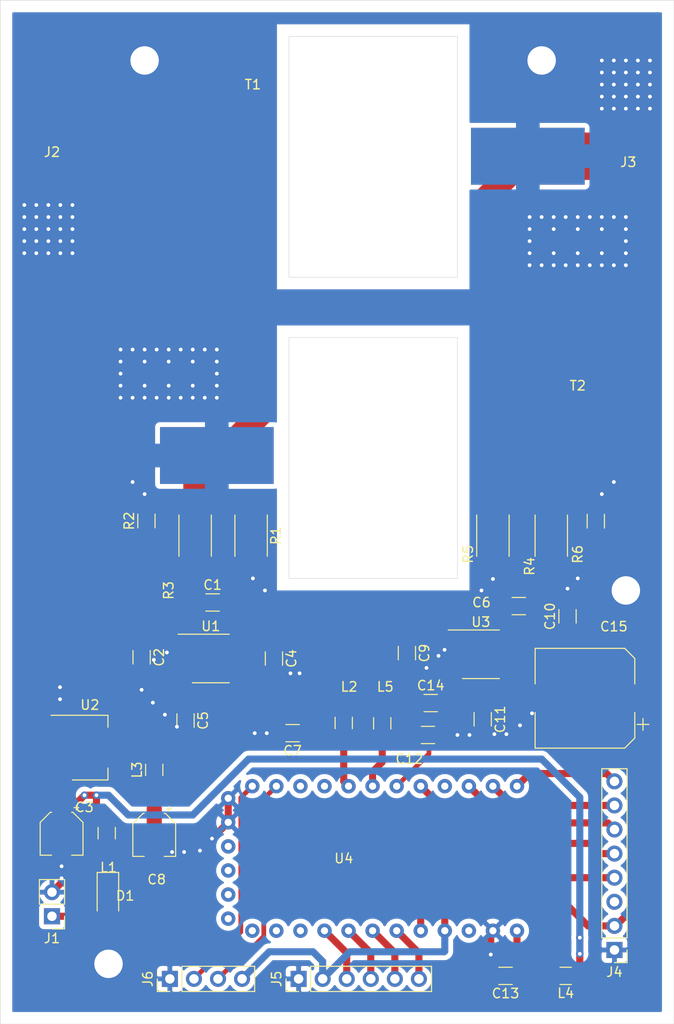
<source format=kicad_pcb>
(kicad_pcb (version 20171130) (host pcbnew 5.1.10-88a1d61d58~90~ubuntu20.04.1)

  (general
    (thickness 1.6)
    (drawings 15)
    (tracks 393)
    (zones 0)
    (modules 39)
    (nets 49)
  )

  (page A4)
  (layers
    (0 F.Cu signal)
    (31 B.Cu signal)
    (32 B.Adhes user hide)
    (33 F.Adhes user hide)
    (34 B.Paste user hide)
    (35 F.Paste user hide)
    (36 B.SilkS user hide)
    (37 F.SilkS user hide)
    (38 B.Mask user hide)
    (39 F.Mask user hide)
    (40 Dwgs.User user hide)
    (41 Cmts.User user hide)
    (42 Eco1.User user hide)
    (43 Eco2.User user hide)
    (44 Edge.Cuts user)
    (45 Margin user)
    (46 B.CrtYd user)
    (47 F.CrtYd user)
    (48 B.Fab user)
    (49 F.Fab user)
  )

  (setup
    (last_trace_width 0.5)
    (user_trace_width 0.5)
    (user_trace_width 0.75)
    (user_trace_width 2.5)
    (user_trace_width 5)
    (trace_clearance 0.2)
    (zone_clearance 0.508)
    (zone_45_only no)
    (trace_min 0.2)
    (via_size 0.8)
    (via_drill 0.4)
    (via_min_size 0.4)
    (via_min_drill 0.3)
    (user_via 6 3)
    (uvia_size 0.3)
    (uvia_drill 0.1)
    (uvias_allowed no)
    (uvia_min_size 0.2)
    (uvia_min_drill 0.1)
    (edge_width 0.05)
    (segment_width 0.2)
    (pcb_text_width 0.3)
    (pcb_text_size 1.5 1.5)
    (mod_edge_width 0.12)
    (mod_text_size 1 1)
    (mod_text_width 0.15)
    (pad_size 1.524 1.524)
    (pad_drill 0.762)
    (pad_to_mask_clearance 0)
    (aux_axis_origin 0 0)
    (visible_elements FFFFFF7F)
    (pcbplotparams
      (layerselection 0x010fc_ffffffff)
      (usegerberextensions false)
      (usegerberattributes true)
      (usegerberadvancedattributes true)
      (creategerberjobfile true)
      (excludeedgelayer true)
      (linewidth 0.100000)
      (plotframeref false)
      (viasonmask false)
      (mode 1)
      (useauxorigin false)
      (hpglpennumber 1)
      (hpglpenspeed 20)
      (hpglpendiameter 15.000000)
      (psnegative false)
      (psa4output false)
      (plotreference true)
      (plotvalue true)
      (plotinvisibletext false)
      (padsonsilk false)
      (subtractmaskfromsilk false)
      (outputformat 1)
      (mirror false)
      (drillshape 0)
      (scaleselection 1)
      (outputdirectory ""))
  )

  (net 0 "")
  (net 1 "Net-(C1-Pad2)")
  (net 2 "Net-(C1-Pad1)")
  (net 3 "Net-(C2-Pad1)")
  (net 4 GND)
  (net 5 "Net-(C3-Pad1)")
  (net 6 +5V)
  (net 7 "Net-(C5-Pad1)")
  (net 8 "Net-(C6-Pad2)")
  (net 9 "Net-(C6-Pad1)")
  (net 10 /Forward)
  (net 11 "Net-(C8-Pad1)")
  (net 12 "Net-(C9-Pad1)")
  (net 13 "Net-(C11-Pad1)")
  (net 14 /Reverse)
  (net 15 "Net-(C13-Pad1)")
  (net 16 "Net-(C14-Pad1)")
  (net 17 /3V3)
  (net 18 "Net-(D1-Pad1)")
  (net 19 "Net-(D1-Pad2)")
  (net 20 "Net-(J4-Pad3)")
  (net 21 /DataCommand)
  (net 22 /SCLK)
  (net 23 /Data)
  (net 24 /DisplaySelect)
  (net 25 /DisplayReset)
  (net 26 /INT1PD3)
  (net 27 /PD4)
  (net 28 /PD5)
  (net 29 /PD6)
  (net 30 /SCL)
  (net 31 /SDA)
  (net 32 "Net-(R1-Pad1)")
  (net 33 "Net-(R4-Pad1)")
  (net 34 "Net-(J2-Pad1)")
  (net 35 "Net-(J3-Pad1)")
  (net 36 "Net-(U1-Pad3)")
  (net 37 "Net-(U3-Pad3)")
  (net 38 "Net-(U4-Pad26)")
  (net 39 "Net-(U4-Pad1)")
  (net 40 "Net-(U4-Pad2)")
  (net 41 "Net-(U4-Pad28)")
  (net 42 "Net-(U4-Pad12)")
  (net 43 "Net-(U4-Pad16)")
  (net 44 "Net-(U4-Pad17)")
  (net 45 "Net-(U4-Pad22)")
  (net 46 "Net-(U4-Pad23)")
  (net 47 "Net-(U4-Pad24)")
  (net 48 "Net-(U4-Pad25)")

  (net_class Default "This is the default net class."
    (clearance 0.2)
    (trace_width 0.25)
    (via_dia 0.8)
    (via_drill 0.4)
    (uvia_dia 0.3)
    (uvia_drill 0.1)
    (add_net +5V)
    (add_net /3V3)
    (add_net /Data)
    (add_net /DataCommand)
    (add_net /DisplayReset)
    (add_net /DisplaySelect)
    (add_net /Forward)
    (add_net /INT1PD3)
    (add_net /PD4)
    (add_net /PD5)
    (add_net /PD6)
    (add_net /Reverse)
    (add_net /SCL)
    (add_net /SCLK)
    (add_net /SDA)
    (add_net GND)
    (add_net "Net-(C1-Pad1)")
    (add_net "Net-(C1-Pad2)")
    (add_net "Net-(C11-Pad1)")
    (add_net "Net-(C13-Pad1)")
    (add_net "Net-(C14-Pad1)")
    (add_net "Net-(C2-Pad1)")
    (add_net "Net-(C3-Pad1)")
    (add_net "Net-(C5-Pad1)")
    (add_net "Net-(C6-Pad1)")
    (add_net "Net-(C6-Pad2)")
    (add_net "Net-(C8-Pad1)")
    (add_net "Net-(C9-Pad1)")
    (add_net "Net-(D1-Pad1)")
    (add_net "Net-(D1-Pad2)")
    (add_net "Net-(J2-Pad1)")
    (add_net "Net-(J3-Pad1)")
    (add_net "Net-(J4-Pad3)")
    (add_net "Net-(R1-Pad1)")
    (add_net "Net-(R4-Pad1)")
    (add_net "Net-(U1-Pad3)")
    (add_net "Net-(U3-Pad3)")
    (add_net "Net-(U4-Pad1)")
    (add_net "Net-(U4-Pad12)")
    (add_net "Net-(U4-Pad16)")
    (add_net "Net-(U4-Pad17)")
    (add_net "Net-(U4-Pad2)")
    (add_net "Net-(U4-Pad22)")
    (add_net "Net-(U4-Pad23)")
    (add_net "Net-(U4-Pad24)")
    (add_net "Net-(U4-Pad25)")
    (add_net "Net-(U4-Pad26)")
    (add_net "Net-(U4-Pad28)")
  )

  (module Capacitor_SMD:C_1206_3216Metric_Pad1.33x1.80mm_HandSolder (layer F.Cu) (tedit 5F68FEEF) (tstamp 62188190)
    (at 115.1255 107.95)
    (descr "Capacitor SMD 1206 (3216 Metric), square (rectangular) end terminal, IPC_7351 nominal with elongated pad for handsoldering. (Body size source: IPC-SM-782 page 76, https://www.pcb-3d.com/wordpress/wp-content/uploads/ipc-sm-782a_amendment_1_and_2.pdf), generated with kicad-footprint-generator")
    (tags "capacitor handsolder")
    (path /62142B90)
    (attr smd)
    (fp_text reference C1 (at 0 -1.85) (layer F.SilkS)
      (effects (font (size 1 1) (thickness 0.15)))
    )
    (fp_text value 100n (at 4.2545 0) (layer F.Fab)
      (effects (font (size 1 1) (thickness 0.15)))
    )
    (fp_text user %R (at 0 0) (layer F.Fab)
      (effects (font (size 0.8 0.8) (thickness 0.12)))
    )
    (fp_line (start -1.6 0.8) (end -1.6 -0.8) (layer F.Fab) (width 0.1))
    (fp_line (start -1.6 -0.8) (end 1.6 -0.8) (layer F.Fab) (width 0.1))
    (fp_line (start 1.6 -0.8) (end 1.6 0.8) (layer F.Fab) (width 0.1))
    (fp_line (start 1.6 0.8) (end -1.6 0.8) (layer F.Fab) (width 0.1))
    (fp_line (start -0.711252 -0.91) (end 0.711252 -0.91) (layer F.SilkS) (width 0.12))
    (fp_line (start -0.711252 0.91) (end 0.711252 0.91) (layer F.SilkS) (width 0.12))
    (fp_line (start -2.48 1.15) (end -2.48 -1.15) (layer F.CrtYd) (width 0.05))
    (fp_line (start -2.48 -1.15) (end 2.48 -1.15) (layer F.CrtYd) (width 0.05))
    (fp_line (start 2.48 -1.15) (end 2.48 1.15) (layer F.CrtYd) (width 0.05))
    (fp_line (start 2.48 1.15) (end -2.48 1.15) (layer F.CrtYd) (width 0.05))
    (pad 2 smd roundrect (at 1.5625 0) (size 1.325 1.8) (layers F.Cu F.Paste F.Mask) (roundrect_rratio 0.1886784905660377)
      (net 1 "Net-(C1-Pad2)"))
    (pad 1 smd roundrect (at -1.5625 0) (size 1.325 1.8) (layers F.Cu F.Paste F.Mask) (roundrect_rratio 0.1886784905660377)
      (net 2 "Net-(C1-Pad1)"))
    (model ${KISYS3DMOD}/Capacitor_SMD.3dshapes/C_1206_3216Metric.wrl
      (at (xyz 0 0 0))
      (scale (xyz 1 1 1))
      (rotate (xyz 0 0 0))
    )
  )

  (module Capacitor_SMD:C_1206_3216Metric_Pad1.33x1.80mm_HandSolder (layer F.Cu) (tedit 5F68FEEF) (tstamp 621881A1)
    (at 107.6325 113.7285 270)
    (descr "Capacitor SMD 1206 (3216 Metric), square (rectangular) end terminal, IPC_7351 nominal with elongated pad for handsoldering. (Body size source: IPC-SM-782 page 76, https://www.pcb-3d.com/wordpress/wp-content/uploads/ipc-sm-782a_amendment_1_and_2.pdf), generated with kicad-footprint-generator")
    (tags "capacitor handsolder")
    (path /621C6050)
    (attr smd)
    (fp_text reference C2 (at 0 -1.85 90) (layer F.SilkS)
      (effects (font (size 1 1) (thickness 0.15)))
    )
    (fp_text value 100n (at 0 1.85 90) (layer F.Fab)
      (effects (font (size 1 1) (thickness 0.15)))
    )
    (fp_line (start 2.48 1.15) (end -2.48 1.15) (layer F.CrtYd) (width 0.05))
    (fp_line (start 2.48 -1.15) (end 2.48 1.15) (layer F.CrtYd) (width 0.05))
    (fp_line (start -2.48 -1.15) (end 2.48 -1.15) (layer F.CrtYd) (width 0.05))
    (fp_line (start -2.48 1.15) (end -2.48 -1.15) (layer F.CrtYd) (width 0.05))
    (fp_line (start -0.711252 0.91) (end 0.711252 0.91) (layer F.SilkS) (width 0.12))
    (fp_line (start -0.711252 -0.91) (end 0.711252 -0.91) (layer F.SilkS) (width 0.12))
    (fp_line (start 1.6 0.8) (end -1.6 0.8) (layer F.Fab) (width 0.1))
    (fp_line (start 1.6 -0.8) (end 1.6 0.8) (layer F.Fab) (width 0.1))
    (fp_line (start -1.6 -0.8) (end 1.6 -0.8) (layer F.Fab) (width 0.1))
    (fp_line (start -1.6 0.8) (end -1.6 -0.8) (layer F.Fab) (width 0.1))
    (fp_text user %R (at 0 0 90) (layer F.Fab)
      (effects (font (size 0.8 0.8) (thickness 0.12)))
    )
    (pad 1 smd roundrect (at -1.5625 0 270) (size 1.325 1.8) (layers F.Cu F.Paste F.Mask) (roundrect_rratio 0.1886784905660377)
      (net 3 "Net-(C2-Pad1)"))
    (pad 2 smd roundrect (at 1.5625 0 270) (size 1.325 1.8) (layers F.Cu F.Paste F.Mask) (roundrect_rratio 0.1886784905660377)
      (net 4 GND))
    (model ${KISYS3DMOD}/Capacitor_SMD.3dshapes/C_1206_3216Metric.wrl
      (at (xyz 0 0 0))
      (scale (xyz 1 1 1))
      (rotate (xyz 0 0 0))
    )
  )

  (module Capacitor_SMD:CP_Elec_4x5.4 (layer F.Cu) (tedit 5BCA39CF) (tstamp 621881C9)
    (at 99.187 132.334 270)
    (descr "SMD capacitor, aluminum electrolytic, Panasonic A5 / Nichicon, 4.0x5.4mm")
    (tags "capacitor electrolytic")
    (path /621460C1)
    (attr smd)
    (fp_text reference C3 (at -2.794 -2.413 180) (layer F.SilkS)
      (effects (font (size 1 1) (thickness 0.15)))
    )
    (fp_text value 10u (at 0 3.2 90) (layer F.Fab)
      (effects (font (size 1 1) (thickness 0.15)))
    )
    (fp_text user %R (at 0 0 90) (layer F.Fab)
      (effects (font (size 0.8 0.8) (thickness 0.12)))
    )
    (fp_circle (center 0 0) (end 2 0) (layer F.Fab) (width 0.1))
    (fp_line (start 2.15 -2.15) (end 2.15 2.15) (layer F.Fab) (width 0.1))
    (fp_line (start -1.15 -2.15) (end 2.15 -2.15) (layer F.Fab) (width 0.1))
    (fp_line (start -1.15 2.15) (end 2.15 2.15) (layer F.Fab) (width 0.1))
    (fp_line (start -2.15 -1.15) (end -2.15 1.15) (layer F.Fab) (width 0.1))
    (fp_line (start -2.15 -1.15) (end -1.15 -2.15) (layer F.Fab) (width 0.1))
    (fp_line (start -2.15 1.15) (end -1.15 2.15) (layer F.Fab) (width 0.1))
    (fp_line (start -1.574773 -1) (end -1.174773 -1) (layer F.Fab) (width 0.1))
    (fp_line (start -1.374773 -1.2) (end -1.374773 -0.8) (layer F.Fab) (width 0.1))
    (fp_line (start 2.26 2.26) (end 2.26 1.06) (layer F.SilkS) (width 0.12))
    (fp_line (start 2.26 -2.26) (end 2.26 -1.06) (layer F.SilkS) (width 0.12))
    (fp_line (start -1.195563 -2.26) (end 2.26 -2.26) (layer F.SilkS) (width 0.12))
    (fp_line (start -1.195563 2.26) (end 2.26 2.26) (layer F.SilkS) (width 0.12))
    (fp_line (start -2.26 1.195563) (end -2.26 1.06) (layer F.SilkS) (width 0.12))
    (fp_line (start -2.26 -1.195563) (end -2.26 -1.06) (layer F.SilkS) (width 0.12))
    (fp_line (start -2.26 -1.195563) (end -1.195563 -2.26) (layer F.SilkS) (width 0.12))
    (fp_line (start -2.26 1.195563) (end -1.195563 2.26) (layer F.SilkS) (width 0.12))
    (fp_line (start -3 -1.56) (end -2.5 -1.56) (layer F.SilkS) (width 0.12))
    (fp_line (start -2.75 -1.81) (end -2.75 -1.31) (layer F.SilkS) (width 0.12))
    (fp_line (start 2.4 -2.4) (end 2.4 -1.05) (layer F.CrtYd) (width 0.05))
    (fp_line (start 2.4 -1.05) (end 3.35 -1.05) (layer F.CrtYd) (width 0.05))
    (fp_line (start 3.35 -1.05) (end 3.35 1.05) (layer F.CrtYd) (width 0.05))
    (fp_line (start 3.35 1.05) (end 2.4 1.05) (layer F.CrtYd) (width 0.05))
    (fp_line (start 2.4 1.05) (end 2.4 2.4) (layer F.CrtYd) (width 0.05))
    (fp_line (start -1.25 2.4) (end 2.4 2.4) (layer F.CrtYd) (width 0.05))
    (fp_line (start -1.25 -2.4) (end 2.4 -2.4) (layer F.CrtYd) (width 0.05))
    (fp_line (start -2.4 1.25) (end -1.25 2.4) (layer F.CrtYd) (width 0.05))
    (fp_line (start -2.4 -1.25) (end -1.25 -2.4) (layer F.CrtYd) (width 0.05))
    (fp_line (start -2.4 -1.25) (end -2.4 -1.05) (layer F.CrtYd) (width 0.05))
    (fp_line (start -2.4 1.05) (end -2.4 1.25) (layer F.CrtYd) (width 0.05))
    (fp_line (start -2.4 -1.05) (end -3.35 -1.05) (layer F.CrtYd) (width 0.05))
    (fp_line (start -3.35 -1.05) (end -3.35 1.05) (layer F.CrtYd) (width 0.05))
    (fp_line (start -3.35 1.05) (end -2.4 1.05) (layer F.CrtYd) (width 0.05))
    (pad 2 smd roundrect (at 1.8 0 270) (size 2.6 1.6) (layers F.Cu F.Paste F.Mask) (roundrect_rratio 0.15625)
      (net 4 GND))
    (pad 1 smd roundrect (at -1.8 0 270) (size 2.6 1.6) (layers F.Cu F.Paste F.Mask) (roundrect_rratio 0.15625)
      (net 5 "Net-(C3-Pad1)"))
    (model ${KISYS3DMOD}/Capacitor_SMD.3dshapes/CP_Elec_4x5.4.wrl
      (at (xyz 0 0 0))
      (scale (xyz 1 1 1))
      (rotate (xyz 0 0 0))
    )
  )

  (module Capacitor_SMD:C_1206_3216Metric_Pad1.33x1.80mm_HandSolder (layer F.Cu) (tedit 5F68FEEF) (tstamp 621881DA)
    (at 121.6025 113.8555 270)
    (descr "Capacitor SMD 1206 (3216 Metric), square (rectangular) end terminal, IPC_7351 nominal with elongated pad for handsoldering. (Body size source: IPC-SM-782 page 76, https://www.pcb-3d.com/wordpress/wp-content/uploads/ipc-sm-782a_amendment_1_and_2.pdf), generated with kicad-footprint-generator")
    (tags "capacitor handsolder")
    (path /621BF8A6)
    (attr smd)
    (fp_text reference C4 (at 0 -1.85 90) (layer F.SilkS)
      (effects (font (size 1 1) (thickness 0.15)))
    )
    (fp_text value 100n (at 0 1.85 90) (layer F.Fab)
      (effects (font (size 1 1) (thickness 0.15)))
    )
    (fp_text user %R (at 0 0 90) (layer F.Fab)
      (effects (font (size 0.8 0.8) (thickness 0.12)))
    )
    (fp_line (start -1.6 0.8) (end -1.6 -0.8) (layer F.Fab) (width 0.1))
    (fp_line (start -1.6 -0.8) (end 1.6 -0.8) (layer F.Fab) (width 0.1))
    (fp_line (start 1.6 -0.8) (end 1.6 0.8) (layer F.Fab) (width 0.1))
    (fp_line (start 1.6 0.8) (end -1.6 0.8) (layer F.Fab) (width 0.1))
    (fp_line (start -0.711252 -0.91) (end 0.711252 -0.91) (layer F.SilkS) (width 0.12))
    (fp_line (start -0.711252 0.91) (end 0.711252 0.91) (layer F.SilkS) (width 0.12))
    (fp_line (start -2.48 1.15) (end -2.48 -1.15) (layer F.CrtYd) (width 0.05))
    (fp_line (start -2.48 -1.15) (end 2.48 -1.15) (layer F.CrtYd) (width 0.05))
    (fp_line (start 2.48 -1.15) (end 2.48 1.15) (layer F.CrtYd) (width 0.05))
    (fp_line (start 2.48 1.15) (end -2.48 1.15) (layer F.CrtYd) (width 0.05))
    (pad 2 smd roundrect (at 1.5625 0 270) (size 1.325 1.8) (layers F.Cu F.Paste F.Mask) (roundrect_rratio 0.1886784905660377)
      (net 4 GND))
    (pad 1 smd roundrect (at -1.5625 0 270) (size 1.325 1.8) (layers F.Cu F.Paste F.Mask) (roundrect_rratio 0.1886784905660377)
      (net 6 +5V))
    (model ${KISYS3DMOD}/Capacitor_SMD.3dshapes/C_1206_3216Metric.wrl
      (at (xyz 0 0 0))
      (scale (xyz 1 1 1))
      (rotate (xyz 0 0 0))
    )
  )

  (module Capacitor_SMD:C_1206_3216Metric_Pad1.33x1.80mm_HandSolder (layer F.Cu) (tedit 5F68FEEF) (tstamp 621881EB)
    (at 112.268 120.396 270)
    (descr "Capacitor SMD 1206 (3216 Metric), square (rectangular) end terminal, IPC_7351 nominal with elongated pad for handsoldering. (Body size source: IPC-SM-782 page 76, https://www.pcb-3d.com/wordpress/wp-content/uploads/ipc-sm-782a_amendment_1_and_2.pdf), generated with kicad-footprint-generator")
    (tags "capacitor handsolder")
    (path /62148C7D)
    (attr smd)
    (fp_text reference C5 (at 0 -1.85 90) (layer F.SilkS)
      (effects (font (size 1 1) (thickness 0.15)))
    )
    (fp_text value 1n (at 0 1.85 90) (layer F.Fab)
      (effects (font (size 1 1) (thickness 0.15)))
    )
    (fp_line (start 2.48 1.15) (end -2.48 1.15) (layer F.CrtYd) (width 0.05))
    (fp_line (start 2.48 -1.15) (end 2.48 1.15) (layer F.CrtYd) (width 0.05))
    (fp_line (start -2.48 -1.15) (end 2.48 -1.15) (layer F.CrtYd) (width 0.05))
    (fp_line (start -2.48 1.15) (end -2.48 -1.15) (layer F.CrtYd) (width 0.05))
    (fp_line (start -0.711252 0.91) (end 0.711252 0.91) (layer F.SilkS) (width 0.12))
    (fp_line (start -0.711252 -0.91) (end 0.711252 -0.91) (layer F.SilkS) (width 0.12))
    (fp_line (start 1.6 0.8) (end -1.6 0.8) (layer F.Fab) (width 0.1))
    (fp_line (start 1.6 -0.8) (end 1.6 0.8) (layer F.Fab) (width 0.1))
    (fp_line (start -1.6 -0.8) (end 1.6 -0.8) (layer F.Fab) (width 0.1))
    (fp_line (start -1.6 0.8) (end -1.6 -0.8) (layer F.Fab) (width 0.1))
    (fp_text user %R (at 0 0 90) (layer F.Fab)
      (effects (font (size 0.8 0.8) (thickness 0.12)))
    )
    (pad 1 smd roundrect (at -1.5625 0 270) (size 1.325 1.8) (layers F.Cu F.Paste F.Mask) (roundrect_rratio 0.1886784905660377)
      (net 7 "Net-(C5-Pad1)"))
    (pad 2 smd roundrect (at 1.5625 0 270) (size 1.325 1.8) (layers F.Cu F.Paste F.Mask) (roundrect_rratio 0.1886784905660377)
      (net 4 GND))
    (model ${KISYS3DMOD}/Capacitor_SMD.3dshapes/C_1206_3216Metric.wrl
      (at (xyz 0 0 0))
      (scale (xyz 1 1 1))
      (rotate (xyz 0 0 0))
    )
  )

  (module Capacitor_SMD:C_1206_3216Metric_Pad1.33x1.80mm_HandSolder (layer F.Cu) (tedit 5F68FEEF) (tstamp 621881FC)
    (at 147.447 108.331 180)
    (descr "Capacitor SMD 1206 (3216 Metric), square (rectangular) end terminal, IPC_7351 nominal with elongated pad for handsoldering. (Body size source: IPC-SM-782 page 76, https://www.pcb-3d.com/wordpress/wp-content/uploads/ipc-sm-782a_amendment_1_and_2.pdf), generated with kicad-footprint-generator")
    (tags "capacitor handsolder")
    (path /62142E13)
    (attr smd)
    (fp_text reference C6 (at 3.937 0.381) (layer F.SilkS)
      (effects (font (size 1 1) (thickness 0.15)))
    )
    (fp_text value 100n (at 0 1.85) (layer F.Fab)
      (effects (font (size 1 1) (thickness 0.15)))
    )
    (fp_text user %R (at 0 0) (layer F.Fab)
      (effects (font (size 0.8 0.8) (thickness 0.12)))
    )
    (fp_line (start -1.6 0.8) (end -1.6 -0.8) (layer F.Fab) (width 0.1))
    (fp_line (start -1.6 -0.8) (end 1.6 -0.8) (layer F.Fab) (width 0.1))
    (fp_line (start 1.6 -0.8) (end 1.6 0.8) (layer F.Fab) (width 0.1))
    (fp_line (start 1.6 0.8) (end -1.6 0.8) (layer F.Fab) (width 0.1))
    (fp_line (start -0.711252 -0.91) (end 0.711252 -0.91) (layer F.SilkS) (width 0.12))
    (fp_line (start -0.711252 0.91) (end 0.711252 0.91) (layer F.SilkS) (width 0.12))
    (fp_line (start -2.48 1.15) (end -2.48 -1.15) (layer F.CrtYd) (width 0.05))
    (fp_line (start -2.48 -1.15) (end 2.48 -1.15) (layer F.CrtYd) (width 0.05))
    (fp_line (start 2.48 -1.15) (end 2.48 1.15) (layer F.CrtYd) (width 0.05))
    (fp_line (start 2.48 1.15) (end -2.48 1.15) (layer F.CrtYd) (width 0.05))
    (pad 2 smd roundrect (at 1.5625 0 180) (size 1.325 1.8) (layers F.Cu F.Paste F.Mask) (roundrect_rratio 0.1886784905660377)
      (net 8 "Net-(C6-Pad2)"))
    (pad 1 smd roundrect (at -1.5625 0 180) (size 1.325 1.8) (layers F.Cu F.Paste F.Mask) (roundrect_rratio 0.1886784905660377)
      (net 9 "Net-(C6-Pad1)"))
    (model ${KISYS3DMOD}/Capacitor_SMD.3dshapes/C_1206_3216Metric.wrl
      (at (xyz 0 0 0))
      (scale (xyz 1 1 1))
      (rotate (xyz 0 0 0))
    )
  )

  (module Capacitor_SMD:C_1206_3216Metric_Pad1.33x1.80mm_HandSolder (layer F.Cu) (tedit 5F68FEEF) (tstamp 6218820D)
    (at 123.571 121.7295 180)
    (descr "Capacitor SMD 1206 (3216 Metric), square (rectangular) end terminal, IPC_7351 nominal with elongated pad for handsoldering. (Body size source: IPC-SM-782 page 76, https://www.pcb-3d.com/wordpress/wp-content/uploads/ipc-sm-782a_amendment_1_and_2.pdf), generated with kicad-footprint-generator")
    (tags "capacitor handsolder")
    (path /62299F2E)
    (attr smd)
    (fp_text reference C7 (at 0 -1.85) (layer F.SilkS)
      (effects (font (size 1 1) (thickness 0.15)))
    )
    (fp_text value 1n (at 0 1.85) (layer F.Fab)
      (effects (font (size 1 1) (thickness 0.15)))
    )
    (fp_line (start 2.48 1.15) (end -2.48 1.15) (layer F.CrtYd) (width 0.05))
    (fp_line (start 2.48 -1.15) (end 2.48 1.15) (layer F.CrtYd) (width 0.05))
    (fp_line (start -2.48 -1.15) (end 2.48 -1.15) (layer F.CrtYd) (width 0.05))
    (fp_line (start -2.48 1.15) (end -2.48 -1.15) (layer F.CrtYd) (width 0.05))
    (fp_line (start -0.711252 0.91) (end 0.711252 0.91) (layer F.SilkS) (width 0.12))
    (fp_line (start -0.711252 -0.91) (end 0.711252 -0.91) (layer F.SilkS) (width 0.12))
    (fp_line (start 1.6 0.8) (end -1.6 0.8) (layer F.Fab) (width 0.1))
    (fp_line (start 1.6 -0.8) (end 1.6 0.8) (layer F.Fab) (width 0.1))
    (fp_line (start -1.6 -0.8) (end 1.6 -0.8) (layer F.Fab) (width 0.1))
    (fp_line (start -1.6 0.8) (end -1.6 -0.8) (layer F.Fab) (width 0.1))
    (fp_text user %R (at 0 0) (layer F.Fab)
      (effects (font (size 0.8 0.8) (thickness 0.12)))
    )
    (pad 1 smd roundrect (at -1.5625 0 180) (size 1.325 1.8) (layers F.Cu F.Paste F.Mask) (roundrect_rratio 0.1886784905660377)
      (net 10 /Forward))
    (pad 2 smd roundrect (at 1.5625 0 180) (size 1.325 1.8) (layers F.Cu F.Paste F.Mask) (roundrect_rratio 0.1886784905660377)
      (net 4 GND))
    (model ${KISYS3DMOD}/Capacitor_SMD.3dshapes/C_1206_3216Metric.wrl
      (at (xyz 0 0 0))
      (scale (xyz 1 1 1))
      (rotate (xyz 0 0 0))
    )
  )

  (module Capacitor_SMD:CP_Elec_4x5.4 (layer F.Cu) (tedit 5BCA39CF) (tstamp 62188235)
    (at 108.966 132.461 270)
    (descr "SMD capacitor, aluminum electrolytic, Panasonic A5 / Nichicon, 4.0x5.4mm")
    (tags "capacitor electrolytic")
    (path /621457FA)
    (attr smd)
    (fp_text reference C8 (at 4.699 -0.254 180) (layer F.SilkS)
      (effects (font (size 1 1) (thickness 0.15)))
    )
    (fp_text value 10u (at 0 3.2 90) (layer F.Fab)
      (effects (font (size 1 1) (thickness 0.15)))
    )
    (fp_line (start -3.35 1.05) (end -2.4 1.05) (layer F.CrtYd) (width 0.05))
    (fp_line (start -3.35 -1.05) (end -3.35 1.05) (layer F.CrtYd) (width 0.05))
    (fp_line (start -2.4 -1.05) (end -3.35 -1.05) (layer F.CrtYd) (width 0.05))
    (fp_line (start -2.4 1.05) (end -2.4 1.25) (layer F.CrtYd) (width 0.05))
    (fp_line (start -2.4 -1.25) (end -2.4 -1.05) (layer F.CrtYd) (width 0.05))
    (fp_line (start -2.4 -1.25) (end -1.25 -2.4) (layer F.CrtYd) (width 0.05))
    (fp_line (start -2.4 1.25) (end -1.25 2.4) (layer F.CrtYd) (width 0.05))
    (fp_line (start -1.25 -2.4) (end 2.4 -2.4) (layer F.CrtYd) (width 0.05))
    (fp_line (start -1.25 2.4) (end 2.4 2.4) (layer F.CrtYd) (width 0.05))
    (fp_line (start 2.4 1.05) (end 2.4 2.4) (layer F.CrtYd) (width 0.05))
    (fp_line (start 3.35 1.05) (end 2.4 1.05) (layer F.CrtYd) (width 0.05))
    (fp_line (start 3.35 -1.05) (end 3.35 1.05) (layer F.CrtYd) (width 0.05))
    (fp_line (start 2.4 -1.05) (end 3.35 -1.05) (layer F.CrtYd) (width 0.05))
    (fp_line (start 2.4 -2.4) (end 2.4 -1.05) (layer F.CrtYd) (width 0.05))
    (fp_line (start -2.75 -1.81) (end -2.75 -1.31) (layer F.SilkS) (width 0.12))
    (fp_line (start -3 -1.56) (end -2.5 -1.56) (layer F.SilkS) (width 0.12))
    (fp_line (start -2.26 1.195563) (end -1.195563 2.26) (layer F.SilkS) (width 0.12))
    (fp_line (start -2.26 -1.195563) (end -1.195563 -2.26) (layer F.SilkS) (width 0.12))
    (fp_line (start -2.26 -1.195563) (end -2.26 -1.06) (layer F.SilkS) (width 0.12))
    (fp_line (start -2.26 1.195563) (end -2.26 1.06) (layer F.SilkS) (width 0.12))
    (fp_line (start -1.195563 2.26) (end 2.26 2.26) (layer F.SilkS) (width 0.12))
    (fp_line (start -1.195563 -2.26) (end 2.26 -2.26) (layer F.SilkS) (width 0.12))
    (fp_line (start 2.26 -2.26) (end 2.26 -1.06) (layer F.SilkS) (width 0.12))
    (fp_line (start 2.26 2.26) (end 2.26 1.06) (layer F.SilkS) (width 0.12))
    (fp_line (start -1.374773 -1.2) (end -1.374773 -0.8) (layer F.Fab) (width 0.1))
    (fp_line (start -1.574773 -1) (end -1.174773 -1) (layer F.Fab) (width 0.1))
    (fp_line (start -2.15 1.15) (end -1.15 2.15) (layer F.Fab) (width 0.1))
    (fp_line (start -2.15 -1.15) (end -1.15 -2.15) (layer F.Fab) (width 0.1))
    (fp_line (start -2.15 -1.15) (end -2.15 1.15) (layer F.Fab) (width 0.1))
    (fp_line (start -1.15 2.15) (end 2.15 2.15) (layer F.Fab) (width 0.1))
    (fp_line (start -1.15 -2.15) (end 2.15 -2.15) (layer F.Fab) (width 0.1))
    (fp_line (start 2.15 -2.15) (end 2.15 2.15) (layer F.Fab) (width 0.1))
    (fp_circle (center 0 0) (end 2 0) (layer F.Fab) (width 0.1))
    (fp_text user %R (at 0 0 90) (layer F.Fab)
      (effects (font (size 0.8 0.8) (thickness 0.12)))
    )
    (pad 1 smd roundrect (at -1.8 0 270) (size 2.6 1.6) (layers F.Cu F.Paste F.Mask) (roundrect_rratio 0.15625)
      (net 11 "Net-(C8-Pad1)"))
    (pad 2 smd roundrect (at 1.8 0 270) (size 2.6 1.6) (layers F.Cu F.Paste F.Mask) (roundrect_rratio 0.15625)
      (net 4 GND))
    (model ${KISYS3DMOD}/Capacitor_SMD.3dshapes/CP_Elec_4x5.4.wrl
      (at (xyz 0 0 0))
      (scale (xyz 1 1 1))
      (rotate (xyz 0 0 0))
    )
  )

  (module Capacitor_SMD:C_1206_3216Metric_Pad1.33x1.80mm_HandSolder (layer F.Cu) (tedit 5F68FEEF) (tstamp 62188246)
    (at 135.636 113.284 270)
    (descr "Capacitor SMD 1206 (3216 Metric), square (rectangular) end terminal, IPC_7351 nominal with elongated pad for handsoldering. (Body size source: IPC-SM-782 page 76, https://www.pcb-3d.com/wordpress/wp-content/uploads/ipc-sm-782a_amendment_1_and_2.pdf), generated with kicad-footprint-generator")
    (tags "capacitor handsolder")
    (path /621C7779)
    (attr smd)
    (fp_text reference C9 (at 0 -1.85 90) (layer F.SilkS)
      (effects (font (size 1 1) (thickness 0.15)))
    )
    (fp_text value 100n (at 0 1.85 90) (layer F.Fab)
      (effects (font (size 1 1) (thickness 0.15)))
    )
    (fp_text user %R (at 0 0 90) (layer F.Fab)
      (effects (font (size 0.8 0.8) (thickness 0.12)))
    )
    (fp_line (start -1.6 0.8) (end -1.6 -0.8) (layer F.Fab) (width 0.1))
    (fp_line (start -1.6 -0.8) (end 1.6 -0.8) (layer F.Fab) (width 0.1))
    (fp_line (start 1.6 -0.8) (end 1.6 0.8) (layer F.Fab) (width 0.1))
    (fp_line (start 1.6 0.8) (end -1.6 0.8) (layer F.Fab) (width 0.1))
    (fp_line (start -0.711252 -0.91) (end 0.711252 -0.91) (layer F.SilkS) (width 0.12))
    (fp_line (start -0.711252 0.91) (end 0.711252 0.91) (layer F.SilkS) (width 0.12))
    (fp_line (start -2.48 1.15) (end -2.48 -1.15) (layer F.CrtYd) (width 0.05))
    (fp_line (start -2.48 -1.15) (end 2.48 -1.15) (layer F.CrtYd) (width 0.05))
    (fp_line (start 2.48 -1.15) (end 2.48 1.15) (layer F.CrtYd) (width 0.05))
    (fp_line (start 2.48 1.15) (end -2.48 1.15) (layer F.CrtYd) (width 0.05))
    (pad 2 smd roundrect (at 1.5625 0 270) (size 1.325 1.8) (layers F.Cu F.Paste F.Mask) (roundrect_rratio 0.1886784905660377)
      (net 4 GND))
    (pad 1 smd roundrect (at -1.5625 0 270) (size 1.325 1.8) (layers F.Cu F.Paste F.Mask) (roundrect_rratio 0.1886784905660377)
      (net 12 "Net-(C9-Pad1)"))
    (model ${KISYS3DMOD}/Capacitor_SMD.3dshapes/C_1206_3216Metric.wrl
      (at (xyz 0 0 0))
      (scale (xyz 1 1 1))
      (rotate (xyz 0 0 0))
    )
  )

  (module Capacitor_SMD:C_1206_3216Metric_Pad1.33x1.80mm_HandSolder (layer F.Cu) (tedit 5F68FEEF) (tstamp 62188257)
    (at 152.5905 109.4105 90)
    (descr "Capacitor SMD 1206 (3216 Metric), square (rectangular) end terminal, IPC_7351 nominal with elongated pad for handsoldering. (Body size source: IPC-SM-782 page 76, https://www.pcb-3d.com/wordpress/wp-content/uploads/ipc-sm-782a_amendment_1_and_2.pdf), generated with kicad-footprint-generator")
    (tags "capacitor handsolder")
    (path /621C1655)
    (attr smd)
    (fp_text reference C10 (at 0 -1.85 90) (layer F.SilkS)
      (effects (font (size 1 1) (thickness 0.15)))
    )
    (fp_text value 100n (at 0 1.85 90) (layer F.Fab)
      (effects (font (size 1 1) (thickness 0.15)))
    )
    (fp_line (start 2.48 1.15) (end -2.48 1.15) (layer F.CrtYd) (width 0.05))
    (fp_line (start 2.48 -1.15) (end 2.48 1.15) (layer F.CrtYd) (width 0.05))
    (fp_line (start -2.48 -1.15) (end 2.48 -1.15) (layer F.CrtYd) (width 0.05))
    (fp_line (start -2.48 1.15) (end -2.48 -1.15) (layer F.CrtYd) (width 0.05))
    (fp_line (start -0.711252 0.91) (end 0.711252 0.91) (layer F.SilkS) (width 0.12))
    (fp_line (start -0.711252 -0.91) (end 0.711252 -0.91) (layer F.SilkS) (width 0.12))
    (fp_line (start 1.6 0.8) (end -1.6 0.8) (layer F.Fab) (width 0.1))
    (fp_line (start 1.6 -0.8) (end 1.6 0.8) (layer F.Fab) (width 0.1))
    (fp_line (start -1.6 -0.8) (end 1.6 -0.8) (layer F.Fab) (width 0.1))
    (fp_line (start -1.6 0.8) (end -1.6 -0.8) (layer F.Fab) (width 0.1))
    (fp_text user %R (at 0 0 90) (layer F.Fab)
      (effects (font (size 0.8 0.8) (thickness 0.12)))
    )
    (pad 1 smd roundrect (at -1.5625 0 90) (size 1.325 1.8) (layers F.Cu F.Paste F.Mask) (roundrect_rratio 0.1886784905660377)
      (net 6 +5V))
    (pad 2 smd roundrect (at 1.5625 0 90) (size 1.325 1.8) (layers F.Cu F.Paste F.Mask) (roundrect_rratio 0.1886784905660377)
      (net 4 GND))
    (model ${KISYS3DMOD}/Capacitor_SMD.3dshapes/C_1206_3216Metric.wrl
      (at (xyz 0 0 0))
      (scale (xyz 1 1 1))
      (rotate (xyz 0 0 0))
    )
  )

  (module Capacitor_SMD:C_1206_3216Metric_Pad1.33x1.80mm_HandSolder (layer F.Cu) (tedit 5F68FEEF) (tstamp 62188268)
    (at 143.637 120.269 270)
    (descr "Capacitor SMD 1206 (3216 Metric), square (rectangular) end terminal, IPC_7351 nominal with elongated pad for handsoldering. (Body size source: IPC-SM-782 page 76, https://www.pcb-3d.com/wordpress/wp-content/uploads/ipc-sm-782a_amendment_1_and_2.pdf), generated with kicad-footprint-generator")
    (tags "capacitor handsolder")
    (path /6214B1AC)
    (attr smd)
    (fp_text reference C11 (at 0 -1.85 90) (layer F.SilkS)
      (effects (font (size 1 1) (thickness 0.15)))
    )
    (fp_text value 1n (at 0 1.85 90) (layer F.Fab)
      (effects (font (size 1 1) (thickness 0.15)))
    )
    (fp_text user %R (at 0 0 90) (layer F.Fab)
      (effects (font (size 0.8 0.8) (thickness 0.12)))
    )
    (fp_line (start -1.6 0.8) (end -1.6 -0.8) (layer F.Fab) (width 0.1))
    (fp_line (start -1.6 -0.8) (end 1.6 -0.8) (layer F.Fab) (width 0.1))
    (fp_line (start 1.6 -0.8) (end 1.6 0.8) (layer F.Fab) (width 0.1))
    (fp_line (start 1.6 0.8) (end -1.6 0.8) (layer F.Fab) (width 0.1))
    (fp_line (start -0.711252 -0.91) (end 0.711252 -0.91) (layer F.SilkS) (width 0.12))
    (fp_line (start -0.711252 0.91) (end 0.711252 0.91) (layer F.SilkS) (width 0.12))
    (fp_line (start -2.48 1.15) (end -2.48 -1.15) (layer F.CrtYd) (width 0.05))
    (fp_line (start -2.48 -1.15) (end 2.48 -1.15) (layer F.CrtYd) (width 0.05))
    (fp_line (start 2.48 -1.15) (end 2.48 1.15) (layer F.CrtYd) (width 0.05))
    (fp_line (start 2.48 1.15) (end -2.48 1.15) (layer F.CrtYd) (width 0.05))
    (pad 2 smd roundrect (at 1.5625 0 270) (size 1.325 1.8) (layers F.Cu F.Paste F.Mask) (roundrect_rratio 0.1886784905660377)
      (net 4 GND))
    (pad 1 smd roundrect (at -1.5625 0 270) (size 1.325 1.8) (layers F.Cu F.Paste F.Mask) (roundrect_rratio 0.1886784905660377)
      (net 13 "Net-(C11-Pad1)"))
    (model ${KISYS3DMOD}/Capacitor_SMD.3dshapes/C_1206_3216Metric.wrl
      (at (xyz 0 0 0))
      (scale (xyz 1 1 1))
      (rotate (xyz 0 0 0))
    )
  )

  (module Capacitor_SMD:C_1206_3216Metric_Pad1.33x1.80mm_HandSolder (layer F.Cu) (tedit 5F68FEEF) (tstamp 62188279)
    (at 137.8585 121.92)
    (descr "Capacitor SMD 1206 (3216 Metric), square (rectangular) end terminal, IPC_7351 nominal with elongated pad for handsoldering. (Body size source: IPC-SM-782 page 76, https://www.pcb-3d.com/wordpress/wp-content/uploads/ipc-sm-782a_amendment_1_and_2.pdf), generated with kicad-footprint-generator")
    (tags "capacitor handsolder")
    (path /622AECF4)
    (attr smd)
    (fp_text reference C12 (at -1.9685 2.54) (layer F.SilkS)
      (effects (font (size 1 1) (thickness 0.15)))
    )
    (fp_text value 1n (at 0.5715 1.85) (layer F.Fab)
      (effects (font (size 1 1) (thickness 0.15)))
    )
    (fp_line (start 2.48 1.15) (end -2.48 1.15) (layer F.CrtYd) (width 0.05))
    (fp_line (start 2.48 -1.15) (end 2.48 1.15) (layer F.CrtYd) (width 0.05))
    (fp_line (start -2.48 -1.15) (end 2.48 -1.15) (layer F.CrtYd) (width 0.05))
    (fp_line (start -2.48 1.15) (end -2.48 -1.15) (layer F.CrtYd) (width 0.05))
    (fp_line (start -0.711252 0.91) (end 0.711252 0.91) (layer F.SilkS) (width 0.12))
    (fp_line (start -0.711252 -0.91) (end 0.711252 -0.91) (layer F.SilkS) (width 0.12))
    (fp_line (start 1.6 0.8) (end -1.6 0.8) (layer F.Fab) (width 0.1))
    (fp_line (start 1.6 -0.8) (end 1.6 0.8) (layer F.Fab) (width 0.1))
    (fp_line (start -1.6 -0.8) (end 1.6 -0.8) (layer F.Fab) (width 0.1))
    (fp_line (start -1.6 0.8) (end -1.6 -0.8) (layer F.Fab) (width 0.1))
    (fp_text user %R (at 0 0) (layer F.Fab)
      (effects (font (size 0.8 0.8) (thickness 0.12)))
    )
    (pad 1 smd roundrect (at -1.5625 0) (size 1.325 1.8) (layers F.Cu F.Paste F.Mask) (roundrect_rratio 0.1886784905660377)
      (net 14 /Reverse))
    (pad 2 smd roundrect (at 1.5625 0) (size 1.325 1.8) (layers F.Cu F.Paste F.Mask) (roundrect_rratio 0.1886784905660377)
      (net 4 GND))
    (model ${KISYS3DMOD}/Capacitor_SMD.3dshapes/C_1206_3216Metric.wrl
      (at (xyz 0 0 0))
      (scale (xyz 1 1 1))
      (rotate (xyz 0 0 0))
    )
  )

  (module Capacitor_SMD:C_1206_3216Metric_Pad1.33x1.80mm_HandSolder (layer F.Cu) (tedit 5F68FEEF) (tstamp 6218828A)
    (at 146.05 147.32 180)
    (descr "Capacitor SMD 1206 (3216 Metric), square (rectangular) end terminal, IPC_7351 nominal with elongated pad for handsoldering. (Body size source: IPC-SM-782 page 76, https://www.pcb-3d.com/wordpress/wp-content/uploads/ipc-sm-782a_amendment_1_and_2.pdf), generated with kicad-footprint-generator")
    (tags "capacitor handsolder")
    (path /622B66DF)
    (attr smd)
    (fp_text reference C13 (at 0 -1.85) (layer F.SilkS)
      (effects (font (size 1 1) (thickness 0.15)))
    )
    (fp_text value 100n (at 0 1.85) (layer F.Fab)
      (effects (font (size 1 1) (thickness 0.15)))
    )
    (fp_line (start 2.48 1.15) (end -2.48 1.15) (layer F.CrtYd) (width 0.05))
    (fp_line (start 2.48 -1.15) (end 2.48 1.15) (layer F.CrtYd) (width 0.05))
    (fp_line (start -2.48 -1.15) (end 2.48 -1.15) (layer F.CrtYd) (width 0.05))
    (fp_line (start -2.48 1.15) (end -2.48 -1.15) (layer F.CrtYd) (width 0.05))
    (fp_line (start -0.711252 0.91) (end 0.711252 0.91) (layer F.SilkS) (width 0.12))
    (fp_line (start -0.711252 -0.91) (end 0.711252 -0.91) (layer F.SilkS) (width 0.12))
    (fp_line (start 1.6 0.8) (end -1.6 0.8) (layer F.Fab) (width 0.1))
    (fp_line (start 1.6 -0.8) (end 1.6 0.8) (layer F.Fab) (width 0.1))
    (fp_line (start -1.6 -0.8) (end 1.6 -0.8) (layer F.Fab) (width 0.1))
    (fp_line (start -1.6 0.8) (end -1.6 -0.8) (layer F.Fab) (width 0.1))
    (fp_text user %R (at 0 0) (layer F.Fab)
      (effects (font (size 0.8 0.8) (thickness 0.12)))
    )
    (pad 1 smd roundrect (at -1.5625 0 180) (size 1.325 1.8) (layers F.Cu F.Paste F.Mask) (roundrect_rratio 0.1886784905660377)
      (net 15 "Net-(C13-Pad1)"))
    (pad 2 smd roundrect (at 1.5625 0 180) (size 1.325 1.8) (layers F.Cu F.Paste F.Mask) (roundrect_rratio 0.1886784905660377)
      (net 4 GND))
    (model ${KISYS3DMOD}/Capacitor_SMD.3dshapes/C_1206_3216Metric.wrl
      (at (xyz 0 0 0))
      (scale (xyz 1 1 1))
      (rotate (xyz 0 0 0))
    )
  )

  (module Capacitor_SMD:C_1206_3216Metric_Pad1.33x1.80mm_HandSolder (layer F.Cu) (tedit 5F68FEEF) (tstamp 6218829B)
    (at 138.151 118.5545)
    (descr "Capacitor SMD 1206 (3216 Metric), square (rectangular) end terminal, IPC_7351 nominal with elongated pad for handsoldering. (Body size source: IPC-SM-782 page 76, https://www.pcb-3d.com/wordpress/wp-content/uploads/ipc-sm-782a_amendment_1_and_2.pdf), generated with kicad-footprint-generator")
    (tags "capacitor handsolder")
    (path /6233E6D7)
    (attr smd)
    (fp_text reference C14 (at 0 -1.85) (layer F.SilkS)
      (effects (font (size 1 1) (thickness 0.15)))
    )
    (fp_text value 100n (at 0 1.85) (layer F.Fab)
      (effects (font (size 1 1) (thickness 0.15)))
    )
    (fp_text user %R (at 0 0) (layer F.Fab)
      (effects (font (size 0.8 0.8) (thickness 0.12)))
    )
    (fp_line (start -1.6 0.8) (end -1.6 -0.8) (layer F.Fab) (width 0.1))
    (fp_line (start -1.6 -0.8) (end 1.6 -0.8) (layer F.Fab) (width 0.1))
    (fp_line (start 1.6 -0.8) (end 1.6 0.8) (layer F.Fab) (width 0.1))
    (fp_line (start 1.6 0.8) (end -1.6 0.8) (layer F.Fab) (width 0.1))
    (fp_line (start -0.711252 -0.91) (end 0.711252 -0.91) (layer F.SilkS) (width 0.12))
    (fp_line (start -0.711252 0.91) (end 0.711252 0.91) (layer F.SilkS) (width 0.12))
    (fp_line (start -2.48 1.15) (end -2.48 -1.15) (layer F.CrtYd) (width 0.05))
    (fp_line (start -2.48 -1.15) (end 2.48 -1.15) (layer F.CrtYd) (width 0.05))
    (fp_line (start 2.48 -1.15) (end 2.48 1.15) (layer F.CrtYd) (width 0.05))
    (fp_line (start 2.48 1.15) (end -2.48 1.15) (layer F.CrtYd) (width 0.05))
    (pad 2 smd roundrect (at 1.5625 0) (size 1.325 1.8) (layers F.Cu F.Paste F.Mask) (roundrect_rratio 0.1886784905660377)
      (net 4 GND))
    (pad 1 smd roundrect (at -1.5625 0) (size 1.325 1.8) (layers F.Cu F.Paste F.Mask) (roundrect_rratio 0.1886784905660377)
      (net 16 "Net-(C14-Pad1)"))
    (model ${KISYS3DMOD}/Capacitor_SMD.3dshapes/C_1206_3216Metric.wrl
      (at (xyz 0 0 0))
      (scale (xyz 1 1 1))
      (rotate (xyz 0 0 0))
    )
  )

  (module Capacitor_SMD:CP_Elec_10x10 (layer F.Cu) (tedit 5BCA39D1) (tstamp 621882C3)
    (at 154.432 118.0465 180)
    (descr "SMD capacitor, aluminum electrolytic, Nichicon, 10.0x10.0mm")
    (tags "capacitor electrolytic")
    (path /6218F9DF)
    (attr smd)
    (fp_text reference C15 (at -3.048 7.5565) (layer F.SilkS)
      (effects (font (size 1 1) (thickness 0.15)))
    )
    (fp_text value 220u (at -3.048 6.2) (layer F.Fab)
      (effects (font (size 1 1) (thickness 0.15)))
    )
    (fp_line (start -6.25 1.5) (end -5.4 1.5) (layer F.CrtYd) (width 0.05))
    (fp_line (start -6.25 -1.5) (end -6.25 1.5) (layer F.CrtYd) (width 0.05))
    (fp_line (start -5.4 -1.5) (end -6.25 -1.5) (layer F.CrtYd) (width 0.05))
    (fp_line (start -5.4 1.5) (end -5.4 4.25) (layer F.CrtYd) (width 0.05))
    (fp_line (start -5.4 -4.25) (end -5.4 -1.5) (layer F.CrtYd) (width 0.05))
    (fp_line (start -5.4 -4.25) (end -4.25 -5.4) (layer F.CrtYd) (width 0.05))
    (fp_line (start -5.4 4.25) (end -4.25 5.4) (layer F.CrtYd) (width 0.05))
    (fp_line (start -4.25 -5.4) (end 5.4 -5.4) (layer F.CrtYd) (width 0.05))
    (fp_line (start -4.25 5.4) (end 5.4 5.4) (layer F.CrtYd) (width 0.05))
    (fp_line (start 5.4 1.5) (end 5.4 5.4) (layer F.CrtYd) (width 0.05))
    (fp_line (start 6.25 1.5) (end 5.4 1.5) (layer F.CrtYd) (width 0.05))
    (fp_line (start 6.25 -1.5) (end 6.25 1.5) (layer F.CrtYd) (width 0.05))
    (fp_line (start 5.4 -1.5) (end 6.25 -1.5) (layer F.CrtYd) (width 0.05))
    (fp_line (start 5.4 -5.4) (end 5.4 -1.5) (layer F.CrtYd) (width 0.05))
    (fp_line (start -6.125 -3.385) (end -6.125 -2.135) (layer F.SilkS) (width 0.12))
    (fp_line (start -6.75 -2.76) (end -5.5 -2.76) (layer F.SilkS) (width 0.12))
    (fp_line (start -5.26 4.195563) (end -4.195563 5.26) (layer F.SilkS) (width 0.12))
    (fp_line (start -5.26 -4.195563) (end -4.195563 -5.26) (layer F.SilkS) (width 0.12))
    (fp_line (start -5.26 -4.195563) (end -5.26 -1.51) (layer F.SilkS) (width 0.12))
    (fp_line (start -5.26 4.195563) (end -5.26 1.51) (layer F.SilkS) (width 0.12))
    (fp_line (start -4.195563 5.26) (end 5.26 5.26) (layer F.SilkS) (width 0.12))
    (fp_line (start -4.195563 -5.26) (end 5.26 -5.26) (layer F.SilkS) (width 0.12))
    (fp_line (start 5.26 -5.26) (end 5.26 -1.51) (layer F.SilkS) (width 0.12))
    (fp_line (start 5.26 5.26) (end 5.26 1.51) (layer F.SilkS) (width 0.12))
    (fp_line (start -4.058325 -2.2) (end -4.058325 -1.2) (layer F.Fab) (width 0.1))
    (fp_line (start -4.558325 -1.7) (end -3.558325 -1.7) (layer F.Fab) (width 0.1))
    (fp_line (start -5.15 4.15) (end -4.15 5.15) (layer F.Fab) (width 0.1))
    (fp_line (start -5.15 -4.15) (end -4.15 -5.15) (layer F.Fab) (width 0.1))
    (fp_line (start -5.15 -4.15) (end -5.15 4.15) (layer F.Fab) (width 0.1))
    (fp_line (start -4.15 5.15) (end 5.15 5.15) (layer F.Fab) (width 0.1))
    (fp_line (start -4.15 -5.15) (end 5.15 -5.15) (layer F.Fab) (width 0.1))
    (fp_line (start 5.15 -5.15) (end 5.15 5.15) (layer F.Fab) (width 0.1))
    (fp_circle (center 0 0) (end 5 0) (layer F.Fab) (width 0.1))
    (fp_text user %R (at 0 0) (layer F.Fab)
      (effects (font (size 1 1) (thickness 0.15)))
    )
    (pad 1 smd roundrect (at -4 0 180) (size 4 2.5) (layers F.Cu F.Paste F.Mask) (roundrect_rratio 0.1)
      (net 17 /3V3))
    (pad 2 smd roundrect (at 4 0 180) (size 4 2.5) (layers F.Cu F.Paste F.Mask) (roundrect_rratio 0.1)
      (net 4 GND))
    (model ${KISYS3DMOD}/Capacitor_SMD.3dshapes/CP_Elec_10x10.wrl
      (at (xyz 0 0 0))
      (scale (xyz 1 1 1))
      (rotate (xyz 0 0 0))
    )
  )

  (module Diode_SMD:D_1206_3216Metric_Pad1.42x1.75mm_HandSolder (layer F.Cu) (tedit 5F68FEF0) (tstamp 621882D6)
    (at 104.0765 138.8745 270)
    (descr "Diode SMD 1206 (3216 Metric), square (rectangular) end terminal, IPC_7351 nominal, (Body size source: http://www.tortai-tech.com/upload/download/2011102023233369053.pdf), generated with kicad-footprint-generator")
    (tags "diode handsolder")
    (path /62147ABA)
    (attr smd)
    (fp_text reference D1 (at 0 -1.82 180) (layer F.SilkS)
      (effects (font (size 1 1) (thickness 0.15)))
    )
    (fp_text value 1N4001 (at 0 1.82 90) (layer F.Fab)
      (effects (font (size 1 1) (thickness 0.15)))
    )
    (fp_line (start 2.45 1.12) (end -2.45 1.12) (layer F.CrtYd) (width 0.05))
    (fp_line (start 2.45 -1.12) (end 2.45 1.12) (layer F.CrtYd) (width 0.05))
    (fp_line (start -2.45 -1.12) (end 2.45 -1.12) (layer F.CrtYd) (width 0.05))
    (fp_line (start -2.45 1.12) (end -2.45 -1.12) (layer F.CrtYd) (width 0.05))
    (fp_line (start -2.46 1.135) (end 1.6 1.135) (layer F.SilkS) (width 0.12))
    (fp_line (start -2.46 -1.135) (end -2.46 1.135) (layer F.SilkS) (width 0.12))
    (fp_line (start 1.6 -1.135) (end -2.46 -1.135) (layer F.SilkS) (width 0.12))
    (fp_line (start 1.6 0.8) (end 1.6 -0.8) (layer F.Fab) (width 0.1))
    (fp_line (start -1.6 0.8) (end 1.6 0.8) (layer F.Fab) (width 0.1))
    (fp_line (start -1.6 -0.4) (end -1.6 0.8) (layer F.Fab) (width 0.1))
    (fp_line (start -1.2 -0.8) (end -1.6 -0.4) (layer F.Fab) (width 0.1))
    (fp_line (start 1.6 -0.8) (end -1.2 -0.8) (layer F.Fab) (width 0.1))
    (fp_text user %R (at 0 0 90) (layer F.Fab)
      (effects (font (size 0.8 0.8) (thickness 0.12)))
    )
    (pad 1 smd roundrect (at -1.4875 0 270) (size 1.425 1.75) (layers F.Cu F.Paste F.Mask) (roundrect_rratio 0.1754385964912281)
      (net 18 "Net-(D1-Pad1)"))
    (pad 2 smd roundrect (at 1.4875 0 270) (size 1.425 1.75) (layers F.Cu F.Paste F.Mask) (roundrect_rratio 0.1754385964912281)
      (net 19 "Net-(D1-Pad2)"))
    (model ${KISYS3DMOD}/Diode_SMD.3dshapes/D_1206_3216Metric.wrl
      (at (xyz 0 0 0))
      (scale (xyz 1 1 1))
      (rotate (xyz 0 0 0))
    )
  )

  (module Connector_PinHeader_2.54mm:PinHeader_1x02_P2.54mm_Vertical (layer F.Cu) (tedit 59FED5CC) (tstamp 621882EC)
    (at 98.171 141.0335 180)
    (descr "Through hole straight pin header, 1x02, 2.54mm pitch, single row")
    (tags "Through hole pin header THT 1x02 2.54mm single row")
    (path /62216BA0)
    (fp_text reference J1 (at 0 -2.33) (layer F.SilkS)
      (effects (font (size 1 1) (thickness 0.15)))
    )
    (fp_text value Power (at 0 4.87) (layer F.Fab)
      (effects (font (size 1 1) (thickness 0.15)))
    )
    (fp_line (start 1.8 -1.8) (end -1.8 -1.8) (layer F.CrtYd) (width 0.05))
    (fp_line (start 1.8 4.35) (end 1.8 -1.8) (layer F.CrtYd) (width 0.05))
    (fp_line (start -1.8 4.35) (end 1.8 4.35) (layer F.CrtYd) (width 0.05))
    (fp_line (start -1.8 -1.8) (end -1.8 4.35) (layer F.CrtYd) (width 0.05))
    (fp_line (start -1.33 -1.33) (end 0 -1.33) (layer F.SilkS) (width 0.12))
    (fp_line (start -1.33 0) (end -1.33 -1.33) (layer F.SilkS) (width 0.12))
    (fp_line (start -1.33 1.27) (end 1.33 1.27) (layer F.SilkS) (width 0.12))
    (fp_line (start 1.33 1.27) (end 1.33 3.87) (layer F.SilkS) (width 0.12))
    (fp_line (start -1.33 1.27) (end -1.33 3.87) (layer F.SilkS) (width 0.12))
    (fp_line (start -1.33 3.87) (end 1.33 3.87) (layer F.SilkS) (width 0.12))
    (fp_line (start -1.27 -0.635) (end -0.635 -1.27) (layer F.Fab) (width 0.1))
    (fp_line (start -1.27 3.81) (end -1.27 -0.635) (layer F.Fab) (width 0.1))
    (fp_line (start 1.27 3.81) (end -1.27 3.81) (layer F.Fab) (width 0.1))
    (fp_line (start 1.27 -1.27) (end 1.27 3.81) (layer F.Fab) (width 0.1))
    (fp_line (start -0.635 -1.27) (end 1.27 -1.27) (layer F.Fab) (width 0.1))
    (fp_text user %R (at 0 1.27 90) (layer F.Fab)
      (effects (font (size 1 1) (thickness 0.15)))
    )
    (pad 1 thru_hole rect (at 0 0 180) (size 1.7 1.7) (drill 1) (layers *.Cu *.Mask)
      (net 19 "Net-(D1-Pad2)"))
    (pad 2 thru_hole oval (at 0 2.54 180) (size 1.7 1.7) (drill 1) (layers *.Cu *.Mask)
      (net 4 GND))
    (model ${KISYS3DMOD}/Connector_PinHeader_2.54mm.3dshapes/PinHeader_1x02_P2.54mm_Vertical.wrl
      (at (xyz 0 0 0))
      (scale (xyz 1 1 1))
      (rotate (xyz 0 0 0))
    )
  )

  (module Connector_PinHeader_2.54mm:PinHeader_1x08_P2.54mm_Vertical (layer F.Cu) (tedit 59FED5CC) (tstamp 62188308)
    (at 157.5435 144.5895 180)
    (descr "Through hole straight pin header, 1x08, 2.54mm pitch, single row")
    (tags "Through hole pin header THT 1x08 2.54mm single row")
    (path /6216DD1F)
    (fp_text reference J4 (at 0 -2.33) (layer F.SilkS)
      (effects (font (size 1 1) (thickness 0.15)))
    )
    (fp_text value Display (at 0 20.11) (layer F.Fab)
      (effects (font (size 1 1) (thickness 0.15)))
    )
    (fp_line (start 1.8 -1.8) (end -1.8 -1.8) (layer F.CrtYd) (width 0.05))
    (fp_line (start 1.8 19.55) (end 1.8 -1.8) (layer F.CrtYd) (width 0.05))
    (fp_line (start -1.8 19.55) (end 1.8 19.55) (layer F.CrtYd) (width 0.05))
    (fp_line (start -1.8 -1.8) (end -1.8 19.55) (layer F.CrtYd) (width 0.05))
    (fp_line (start -1.33 -1.33) (end 0 -1.33) (layer F.SilkS) (width 0.12))
    (fp_line (start -1.33 0) (end -1.33 -1.33) (layer F.SilkS) (width 0.12))
    (fp_line (start -1.33 1.27) (end 1.33 1.27) (layer F.SilkS) (width 0.12))
    (fp_line (start 1.33 1.27) (end 1.33 19.11) (layer F.SilkS) (width 0.12))
    (fp_line (start -1.33 1.27) (end -1.33 19.11) (layer F.SilkS) (width 0.12))
    (fp_line (start -1.33 19.11) (end 1.33 19.11) (layer F.SilkS) (width 0.12))
    (fp_line (start -1.27 -0.635) (end -0.635 -1.27) (layer F.Fab) (width 0.1))
    (fp_line (start -1.27 19.05) (end -1.27 -0.635) (layer F.Fab) (width 0.1))
    (fp_line (start 1.27 19.05) (end -1.27 19.05) (layer F.Fab) (width 0.1))
    (fp_line (start 1.27 -1.27) (end 1.27 19.05) (layer F.Fab) (width 0.1))
    (fp_line (start -0.635 -1.27) (end 1.27 -1.27) (layer F.Fab) (width 0.1))
    (fp_text user %R (at 0 8.89 90) (layer F.Fab)
      (effects (font (size 1 1) (thickness 0.15)))
    )
    (pad 1 thru_hole rect (at 0 0 180) (size 1.7 1.7) (drill 1) (layers *.Cu *.Mask)
      (net 4 GND))
    (pad 2 thru_hole oval (at 0 2.54 180) (size 1.7 1.7) (drill 1) (layers *.Cu *.Mask)
      (net 17 /3V3))
    (pad 3 thru_hole oval (at 0 5.08 180) (size 1.7 1.7) (drill 1) (layers *.Cu *.Mask)
      (net 20 "Net-(J4-Pad3)"))
    (pad 4 thru_hole oval (at 0 7.62 180) (size 1.7 1.7) (drill 1) (layers *.Cu *.Mask)
      (net 21 /DataCommand))
    (pad 5 thru_hole oval (at 0 10.16 180) (size 1.7 1.7) (drill 1) (layers *.Cu *.Mask)
      (net 22 /SCLK))
    (pad 6 thru_hole oval (at 0 12.7 180) (size 1.7 1.7) (drill 1) (layers *.Cu *.Mask)
      (net 23 /Data))
    (pad 7 thru_hole oval (at 0 15.24 180) (size 1.7 1.7) (drill 1) (layers *.Cu *.Mask)
      (net 24 /DisplaySelect))
    (pad 8 thru_hole oval (at 0 17.78 180) (size 1.7 1.7) (drill 1) (layers *.Cu *.Mask)
      (net 25 /DisplayReset))
    (model ${KISYS3DMOD}/Connector_PinHeader_2.54mm.3dshapes/PinHeader_1x08_P2.54mm_Vertical.wrl
      (at (xyz 0 0 0))
      (scale (xyz 1 1 1))
      (rotate (xyz 0 0 0))
    )
  )

  (module Connector_PinHeader_2.54mm:PinHeader_1x06_P2.54mm_Vertical (layer F.Cu) (tedit 59FED5CC) (tstamp 62188322)
    (at 124.206 147.6375 90)
    (descr "Through hole straight pin header, 1x06, 2.54mm pitch, single row")
    (tags "Through hole pin header THT 1x06 2.54mm single row")
    (path /62244105)
    (fp_text reference J5 (at 0 -2.33 90) (layer F.SilkS)
      (effects (font (size 1 1) (thickness 0.15)))
    )
    (fp_text value "Port D" (at 0 15.03 90) (layer F.Fab)
      (effects (font (size 1 1) (thickness 0.15)))
    )
    (fp_line (start 1.8 -1.8) (end -1.8 -1.8) (layer F.CrtYd) (width 0.05))
    (fp_line (start 1.8 14.5) (end 1.8 -1.8) (layer F.CrtYd) (width 0.05))
    (fp_line (start -1.8 14.5) (end 1.8 14.5) (layer F.CrtYd) (width 0.05))
    (fp_line (start -1.8 -1.8) (end -1.8 14.5) (layer F.CrtYd) (width 0.05))
    (fp_line (start -1.33 -1.33) (end 0 -1.33) (layer F.SilkS) (width 0.12))
    (fp_line (start -1.33 0) (end -1.33 -1.33) (layer F.SilkS) (width 0.12))
    (fp_line (start -1.33 1.27) (end 1.33 1.27) (layer F.SilkS) (width 0.12))
    (fp_line (start 1.33 1.27) (end 1.33 14.03) (layer F.SilkS) (width 0.12))
    (fp_line (start -1.33 1.27) (end -1.33 14.03) (layer F.SilkS) (width 0.12))
    (fp_line (start -1.33 14.03) (end 1.33 14.03) (layer F.SilkS) (width 0.12))
    (fp_line (start -1.27 -0.635) (end -0.635 -1.27) (layer F.Fab) (width 0.1))
    (fp_line (start -1.27 13.97) (end -1.27 -0.635) (layer F.Fab) (width 0.1))
    (fp_line (start 1.27 13.97) (end -1.27 13.97) (layer F.Fab) (width 0.1))
    (fp_line (start 1.27 -1.27) (end 1.27 13.97) (layer F.Fab) (width 0.1))
    (fp_line (start -0.635 -1.27) (end 1.27 -1.27) (layer F.Fab) (width 0.1))
    (fp_text user %R (at 0 6.35) (layer F.Fab)
      (effects (font (size 1 1) (thickness 0.15)))
    )
    (pad 1 thru_hole rect (at 0 0 90) (size 1.7 1.7) (drill 1) (layers *.Cu *.Mask)
      (net 4 GND))
    (pad 2 thru_hole oval (at 0 2.54 90) (size 1.7 1.7) (drill 1) (layers *.Cu *.Mask)
      (net 17 /3V3))
    (pad 3 thru_hole oval (at 0 5.08 90) (size 1.7 1.7) (drill 1) (layers *.Cu *.Mask)
      (net 26 /INT1PD3))
    (pad 4 thru_hole oval (at 0 7.62 90) (size 1.7 1.7) (drill 1) (layers *.Cu *.Mask)
      (net 27 /PD4))
    (pad 5 thru_hole oval (at 0 10.16 90) (size 1.7 1.7) (drill 1) (layers *.Cu *.Mask)
      (net 28 /PD5))
    (pad 6 thru_hole oval (at 0 12.7 90) (size 1.7 1.7) (drill 1) (layers *.Cu *.Mask)
      (net 29 /PD6))
    (model ${KISYS3DMOD}/Connector_PinHeader_2.54mm.3dshapes/PinHeader_1x06_P2.54mm_Vertical.wrl
      (at (xyz 0 0 0))
      (scale (xyz 1 1 1))
      (rotate (xyz 0 0 0))
    )
  )

  (module Connector_PinHeader_2.54mm:PinHeader_1x04_P2.54mm_Vertical (layer F.Cu) (tedit 59FED5CC) (tstamp 6218833A)
    (at 110.617 147.6375 90)
    (descr "Through hole straight pin header, 1x04, 2.54mm pitch, single row")
    (tags "Through hole pin header THT 1x04 2.54mm single row")
    (path /622618B6)
    (fp_text reference J6 (at 0 -2.33 90) (layer F.SilkS)
      (effects (font (size 1 1) (thickness 0.15)))
    )
    (fp_text value I2C (at 0 9.95 90) (layer F.Fab)
      (effects (font (size 1 1) (thickness 0.15)))
    )
    (fp_line (start 1.8 -1.8) (end -1.8 -1.8) (layer F.CrtYd) (width 0.05))
    (fp_line (start 1.8 9.4) (end 1.8 -1.8) (layer F.CrtYd) (width 0.05))
    (fp_line (start -1.8 9.4) (end 1.8 9.4) (layer F.CrtYd) (width 0.05))
    (fp_line (start -1.8 -1.8) (end -1.8 9.4) (layer F.CrtYd) (width 0.05))
    (fp_line (start -1.33 -1.33) (end 0 -1.33) (layer F.SilkS) (width 0.12))
    (fp_line (start -1.33 0) (end -1.33 -1.33) (layer F.SilkS) (width 0.12))
    (fp_line (start -1.33 1.27) (end 1.33 1.27) (layer F.SilkS) (width 0.12))
    (fp_line (start 1.33 1.27) (end 1.33 8.95) (layer F.SilkS) (width 0.12))
    (fp_line (start -1.33 1.27) (end -1.33 8.95) (layer F.SilkS) (width 0.12))
    (fp_line (start -1.33 8.95) (end 1.33 8.95) (layer F.SilkS) (width 0.12))
    (fp_line (start -1.27 -0.635) (end -0.635 -1.27) (layer F.Fab) (width 0.1))
    (fp_line (start -1.27 8.89) (end -1.27 -0.635) (layer F.Fab) (width 0.1))
    (fp_line (start 1.27 8.89) (end -1.27 8.89) (layer F.Fab) (width 0.1))
    (fp_line (start 1.27 -1.27) (end 1.27 8.89) (layer F.Fab) (width 0.1))
    (fp_line (start -0.635 -1.27) (end 1.27 -1.27) (layer F.Fab) (width 0.1))
    (fp_text user %R (at 0 3.81) (layer F.Fab)
      (effects (font (size 1 1) (thickness 0.15)))
    )
    (pad 1 thru_hole rect (at 0 0 90) (size 1.7 1.7) (drill 1) (layers *.Cu *.Mask)
      (net 4 GND))
    (pad 2 thru_hole oval (at 0 2.54 90) (size 1.7 1.7) (drill 1) (layers *.Cu *.Mask)
      (net 30 /SCL))
    (pad 3 thru_hole oval (at 0 5.08 90) (size 1.7 1.7) (drill 1) (layers *.Cu *.Mask)
      (net 31 /SDA))
    (pad 4 thru_hole oval (at 0 7.62 90) (size 1.7 1.7) (drill 1) (layers *.Cu *.Mask)
      (net 17 /3V3))
    (model ${KISYS3DMOD}/Connector_PinHeader_2.54mm.3dshapes/PinHeader_1x04_P2.54mm_Vertical.wrl
      (at (xyz 0 0 0))
      (scale (xyz 1 1 1))
      (rotate (xyz 0 0 0))
    )
  )

  (module Inductor_SMD:L_1206_3216Metric_Pad1.42x1.75mm_HandSolder (layer F.Cu) (tedit 5F68FEF0) (tstamp 6218834B)
    (at 103.9495 132.2705 90)
    (descr "Inductor SMD 1206 (3216 Metric), square (rectangular) end terminal, IPC_7351 nominal with elongated pad for handsoldering. (Body size source: http://www.tortai-tech.com/upload/download/2011102023233369053.pdf), generated with kicad-footprint-generator")
    (tags "inductor handsolder")
    (path /6239C792)
    (attr smd)
    (fp_text reference L1 (at -3.6195 0.1905 180) (layer F.SilkS)
      (effects (font (size 1 1) (thickness 0.15)))
    )
    (fp_text value 100uH (at 0 1.82 90) (layer F.Fab)
      (effects (font (size 1 1) (thickness 0.15)))
    )
    (fp_text user %R (at 0 0 90) (layer F.Fab)
      (effects (font (size 0.8 0.8) (thickness 0.12)))
    )
    (fp_line (start -1.6 0.8) (end -1.6 -0.8) (layer F.Fab) (width 0.1))
    (fp_line (start -1.6 -0.8) (end 1.6 -0.8) (layer F.Fab) (width 0.1))
    (fp_line (start 1.6 -0.8) (end 1.6 0.8) (layer F.Fab) (width 0.1))
    (fp_line (start 1.6 0.8) (end -1.6 0.8) (layer F.Fab) (width 0.1))
    (fp_line (start -0.602064 -0.91) (end 0.602064 -0.91) (layer F.SilkS) (width 0.12))
    (fp_line (start -0.602064 0.91) (end 0.602064 0.91) (layer F.SilkS) (width 0.12))
    (fp_line (start -2.45 1.12) (end -2.45 -1.12) (layer F.CrtYd) (width 0.05))
    (fp_line (start -2.45 -1.12) (end 2.45 -1.12) (layer F.CrtYd) (width 0.05))
    (fp_line (start 2.45 -1.12) (end 2.45 1.12) (layer F.CrtYd) (width 0.05))
    (fp_line (start 2.45 1.12) (end -2.45 1.12) (layer F.CrtYd) (width 0.05))
    (pad 2 smd roundrect (at 1.4875 0 90) (size 1.425 1.75) (layers F.Cu F.Paste F.Mask) (roundrect_rratio 0.1754385964912281)
      (net 5 "Net-(C3-Pad1)"))
    (pad 1 smd roundrect (at -1.4875 0 90) (size 1.425 1.75) (layers F.Cu F.Paste F.Mask) (roundrect_rratio 0.1754385964912281)
      (net 18 "Net-(D1-Pad1)"))
    (model ${KISYS3DMOD}/Inductor_SMD.3dshapes/L_1206_3216Metric.wrl
      (at (xyz 0 0 0))
      (scale (xyz 1 1 1))
      (rotate (xyz 0 0 0))
    )
  )

  (module Inductor_SMD:L_1206_3216Metric_Pad1.42x1.75mm_HandSolder (layer F.Cu) (tedit 5F68FEF0) (tstamp 6218835C)
    (at 128.9685 120.65 270)
    (descr "Inductor SMD 1206 (3216 Metric), square (rectangular) end terminal, IPC_7351 nominal with elongated pad for handsoldering. (Body size source: http://www.tortai-tech.com/upload/download/2011102023233369053.pdf), generated with kicad-footprint-generator")
    (tags "inductor handsolder")
    (path /62298EC3)
    (attr smd)
    (fp_text reference L2 (at -3.81 -0.5715 180) (layer F.SilkS)
      (effects (font (size 1 1) (thickness 0.15)))
    )
    (fp_text value 100uH (at 0 1.82 90) (layer F.Fab)
      (effects (font (size 1 1) (thickness 0.15)))
    )
    (fp_text user %R (at 0 0 90) (layer F.Fab)
      (effects (font (size 0.8 0.8) (thickness 0.12)))
    )
    (fp_line (start -1.6 0.8) (end -1.6 -0.8) (layer F.Fab) (width 0.1))
    (fp_line (start -1.6 -0.8) (end 1.6 -0.8) (layer F.Fab) (width 0.1))
    (fp_line (start 1.6 -0.8) (end 1.6 0.8) (layer F.Fab) (width 0.1))
    (fp_line (start 1.6 0.8) (end -1.6 0.8) (layer F.Fab) (width 0.1))
    (fp_line (start -0.602064 -0.91) (end 0.602064 -0.91) (layer F.SilkS) (width 0.12))
    (fp_line (start -0.602064 0.91) (end 0.602064 0.91) (layer F.SilkS) (width 0.12))
    (fp_line (start -2.45 1.12) (end -2.45 -1.12) (layer F.CrtYd) (width 0.05))
    (fp_line (start -2.45 -1.12) (end 2.45 -1.12) (layer F.CrtYd) (width 0.05))
    (fp_line (start 2.45 -1.12) (end 2.45 1.12) (layer F.CrtYd) (width 0.05))
    (fp_line (start 2.45 1.12) (end -2.45 1.12) (layer F.CrtYd) (width 0.05))
    (pad 2 smd roundrect (at 1.4875 0 270) (size 1.425 1.75) (layers F.Cu F.Paste F.Mask) (roundrect_rratio 0.1754385964912281)
      (net 10 /Forward))
    (pad 1 smd roundrect (at -1.4875 0 270) (size 1.425 1.75) (layers F.Cu F.Paste F.Mask) (roundrect_rratio 0.1754385964912281)
      (net 7 "Net-(C5-Pad1)"))
    (model ${KISYS3DMOD}/Inductor_SMD.3dshapes/L_1206_3216Metric.wrl
      (at (xyz 0 0 0))
      (scale (xyz 1 1 1))
      (rotate (xyz 0 0 0))
    )
  )

  (module Inductor_SMD:L_1206_3216Metric_Pad1.42x1.75mm_HandSolder (layer F.Cu) (tedit 5F68FEF0) (tstamp 6218836D)
    (at 108.966 125.603 90)
    (descr "Inductor SMD 1206 (3216 Metric), square (rectangular) end terminal, IPC_7351 nominal with elongated pad for handsoldering. (Body size source: http://www.tortai-tech.com/upload/download/2011102023233369053.pdf), generated with kicad-footprint-generator")
    (tags "inductor handsolder")
    (path /6236BE48)
    (attr smd)
    (fp_text reference L3 (at 0 -1.82 90) (layer F.SilkS)
      (effects (font (size 1 1) (thickness 0.15)))
    )
    (fp_text value 100uH (at 0 1.82 90) (layer F.Fab)
      (effects (font (size 1 1) (thickness 0.15)))
    )
    (fp_line (start 2.45 1.12) (end -2.45 1.12) (layer F.CrtYd) (width 0.05))
    (fp_line (start 2.45 -1.12) (end 2.45 1.12) (layer F.CrtYd) (width 0.05))
    (fp_line (start -2.45 -1.12) (end 2.45 -1.12) (layer F.CrtYd) (width 0.05))
    (fp_line (start -2.45 1.12) (end -2.45 -1.12) (layer F.CrtYd) (width 0.05))
    (fp_line (start -0.602064 0.91) (end 0.602064 0.91) (layer F.SilkS) (width 0.12))
    (fp_line (start -0.602064 -0.91) (end 0.602064 -0.91) (layer F.SilkS) (width 0.12))
    (fp_line (start 1.6 0.8) (end -1.6 0.8) (layer F.Fab) (width 0.1))
    (fp_line (start 1.6 -0.8) (end 1.6 0.8) (layer F.Fab) (width 0.1))
    (fp_line (start -1.6 -0.8) (end 1.6 -0.8) (layer F.Fab) (width 0.1))
    (fp_line (start -1.6 0.8) (end -1.6 -0.8) (layer F.Fab) (width 0.1))
    (fp_text user %R (at 0 0 90) (layer F.Fab)
      (effects (font (size 0.8 0.8) (thickness 0.12)))
    )
    (pad 1 smd roundrect (at -1.4875 0 90) (size 1.425 1.75) (layers F.Cu F.Paste F.Mask) (roundrect_rratio 0.1754385964912281)
      (net 11 "Net-(C8-Pad1)"))
    (pad 2 smd roundrect (at 1.4875 0 90) (size 1.425 1.75) (layers F.Cu F.Paste F.Mask) (roundrect_rratio 0.1754385964912281)
      (net 6 +5V))
    (model ${KISYS3DMOD}/Inductor_SMD.3dshapes/L_1206_3216Metric.wrl
      (at (xyz 0 0 0))
      (scale (xyz 1 1 1))
      (rotate (xyz 0 0 0))
    )
  )

  (module Inductor_SMD:L_1206_3216Metric_Pad1.42x1.75mm_HandSolder (layer F.Cu) (tedit 5F68FEF0) (tstamp 6218837E)
    (at 152.4 147.32 180)
    (descr "Inductor SMD 1206 (3216 Metric), square (rectangular) end terminal, IPC_7351 nominal with elongated pad for handsoldering. (Body size source: http://www.tortai-tech.com/upload/download/2011102023233369053.pdf), generated with kicad-footprint-generator")
    (tags "inductor handsolder")
    (path /622B5904)
    (attr smd)
    (fp_text reference L4 (at 0 -1.82) (layer F.SilkS)
      (effects (font (size 1 1) (thickness 0.15)))
    )
    (fp_text value 100uH (at 0 1.82) (layer F.Fab)
      (effects (font (size 1 1) (thickness 0.15)))
    )
    (fp_line (start 2.45 1.12) (end -2.45 1.12) (layer F.CrtYd) (width 0.05))
    (fp_line (start 2.45 -1.12) (end 2.45 1.12) (layer F.CrtYd) (width 0.05))
    (fp_line (start -2.45 -1.12) (end 2.45 -1.12) (layer F.CrtYd) (width 0.05))
    (fp_line (start -2.45 1.12) (end -2.45 -1.12) (layer F.CrtYd) (width 0.05))
    (fp_line (start -0.602064 0.91) (end 0.602064 0.91) (layer F.SilkS) (width 0.12))
    (fp_line (start -0.602064 -0.91) (end 0.602064 -0.91) (layer F.SilkS) (width 0.12))
    (fp_line (start 1.6 0.8) (end -1.6 0.8) (layer F.Fab) (width 0.1))
    (fp_line (start 1.6 -0.8) (end 1.6 0.8) (layer F.Fab) (width 0.1))
    (fp_line (start -1.6 -0.8) (end 1.6 -0.8) (layer F.Fab) (width 0.1))
    (fp_line (start -1.6 0.8) (end -1.6 -0.8) (layer F.Fab) (width 0.1))
    (fp_text user %R (at 0 0) (layer F.Fab)
      (effects (font (size 0.8 0.8) (thickness 0.12)))
    )
    (pad 1 smd roundrect (at -1.4875 0 180) (size 1.425 1.75) (layers F.Cu F.Paste F.Mask) (roundrect_rratio 0.1754385964912281)
      (net 5 "Net-(C3-Pad1)"))
    (pad 2 smd roundrect (at 1.4875 0 180) (size 1.425 1.75) (layers F.Cu F.Paste F.Mask) (roundrect_rratio 0.1754385964912281)
      (net 15 "Net-(C13-Pad1)"))
    (model ${KISYS3DMOD}/Inductor_SMD.3dshapes/L_1206_3216Metric.wrl
      (at (xyz 0 0 0))
      (scale (xyz 1 1 1))
      (rotate (xyz 0 0 0))
    )
  )

  (module Inductor_SMD:L_1206_3216Metric_Pad1.42x1.75mm_HandSolder (layer F.Cu) (tedit 5F68FEF0) (tstamp 6218838F)
    (at 133.0325 120.6865 270)
    (descr "Inductor SMD 1206 (3216 Metric), square (rectangular) end terminal, IPC_7351 nominal with elongated pad for handsoldering. (Body size source: http://www.tortai-tech.com/upload/download/2011102023233369053.pdf), generated with kicad-footprint-generator")
    (tags "inductor handsolder")
    (path /622ADA14)
    (attr smd)
    (fp_text reference L5 (at -3.8465 -0.3175 180) (layer F.SilkS)
      (effects (font (size 1 1) (thickness 0.15)))
    )
    (fp_text value 100uH (at 0 1.82 90) (layer F.Fab)
      (effects (font (size 1 1) (thickness 0.15)))
    )
    (fp_line (start 2.45 1.12) (end -2.45 1.12) (layer F.CrtYd) (width 0.05))
    (fp_line (start 2.45 -1.12) (end 2.45 1.12) (layer F.CrtYd) (width 0.05))
    (fp_line (start -2.45 -1.12) (end 2.45 -1.12) (layer F.CrtYd) (width 0.05))
    (fp_line (start -2.45 1.12) (end -2.45 -1.12) (layer F.CrtYd) (width 0.05))
    (fp_line (start -0.602064 0.91) (end 0.602064 0.91) (layer F.SilkS) (width 0.12))
    (fp_line (start -0.602064 -0.91) (end 0.602064 -0.91) (layer F.SilkS) (width 0.12))
    (fp_line (start 1.6 0.8) (end -1.6 0.8) (layer F.Fab) (width 0.1))
    (fp_line (start 1.6 -0.8) (end 1.6 0.8) (layer F.Fab) (width 0.1))
    (fp_line (start -1.6 -0.8) (end 1.6 -0.8) (layer F.Fab) (width 0.1))
    (fp_line (start -1.6 0.8) (end -1.6 -0.8) (layer F.Fab) (width 0.1))
    (fp_text user %R (at 0 0 90) (layer F.Fab)
      (effects (font (size 0.8 0.8) (thickness 0.12)))
    )
    (pad 1 smd roundrect (at -1.4875 0 270) (size 1.425 1.75) (layers F.Cu F.Paste F.Mask) (roundrect_rratio 0.1754385964912281)
      (net 13 "Net-(C11-Pad1)"))
    (pad 2 smd roundrect (at 1.4875 0 270) (size 1.425 1.75) (layers F.Cu F.Paste F.Mask) (roundrect_rratio 0.1754385964912281)
      (net 14 /Reverse))
    (model ${KISYS3DMOD}/Inductor_SMD.3dshapes/L_1206_3216Metric.wrl
      (at (xyz 0 0 0))
      (scale (xyz 1 1 1))
      (rotate (xyz 0 0 0))
    )
  )

  (module Resistor_SMD:R_2512_6332Metric_Pad1.40x3.35mm_HandSolder (layer F.Cu) (tedit 5F68FEEE) (tstamp 621883A0)
    (at 119.1895 100.9015 270)
    (descr "Resistor SMD 2512 (6332 Metric), square (rectangular) end terminal, IPC_7351 nominal with elongated pad for handsoldering. (Body size source: IPC-SM-782 page 72, https://www.pcb-3d.com/wordpress/wp-content/uploads/ipc-sm-782a_amendment_1_and_2.pdf), generated with kicad-footprint-generator")
    (tags "resistor handsolder")
    (path /62134BCC)
    (attr smd)
    (fp_text reference R1 (at 0 -2.62 90) (layer F.SilkS)
      (effects (font (size 1 1) (thickness 0.15)))
    )
    (fp_text value "56R 1W" (at 0 2.62 90) (layer F.Fab)
      (effects (font (size 1 1) (thickness 0.15)))
    )
    (fp_text user %R (at 0 0 90) (layer F.Fab)
      (effects (font (size 1 1) (thickness 0.15)))
    )
    (fp_line (start -3.15 1.6) (end -3.15 -1.6) (layer F.Fab) (width 0.1))
    (fp_line (start -3.15 -1.6) (end 3.15 -1.6) (layer F.Fab) (width 0.1))
    (fp_line (start 3.15 -1.6) (end 3.15 1.6) (layer F.Fab) (width 0.1))
    (fp_line (start 3.15 1.6) (end -3.15 1.6) (layer F.Fab) (width 0.1))
    (fp_line (start -2.177064 -1.71) (end 2.177064 -1.71) (layer F.SilkS) (width 0.12))
    (fp_line (start -2.177064 1.71) (end 2.177064 1.71) (layer F.SilkS) (width 0.12))
    (fp_line (start -4 1.92) (end -4 -1.92) (layer F.CrtYd) (width 0.05))
    (fp_line (start -4 -1.92) (end 4 -1.92) (layer F.CrtYd) (width 0.05))
    (fp_line (start 4 -1.92) (end 4 1.92) (layer F.CrtYd) (width 0.05))
    (fp_line (start 4 1.92) (end -4 1.92) (layer F.CrtYd) (width 0.05))
    (pad 2 smd roundrect (at 3.05 0 270) (size 1.4 3.35) (layers F.Cu F.Paste F.Mask) (roundrect_rratio 0.1785707142857143)
      (net 4 GND))
    (pad 1 smd roundrect (at -3.05 0 270) (size 1.4 3.35) (layers F.Cu F.Paste F.Mask) (roundrect_rratio 0.1785707142857143)
      (net 32 "Net-(R1-Pad1)"))
    (model ${KISYS3DMOD}/Resistor_SMD.3dshapes/R_2512_6332Metric.wrl
      (at (xyz 0 0 0))
      (scale (xyz 1 1 1))
      (rotate (xyz 0 0 0))
    )
  )

  (module Resistor_SMD:R_1206_3216Metric_Pad1.30x1.75mm_HandSolder (layer F.Cu) (tedit 5F68FEEE) (tstamp 621883B1)
    (at 108.1405 99.3515 90)
    (descr "Resistor SMD 1206 (3216 Metric), square (rectangular) end terminal, IPC_7351 nominal with elongated pad for handsoldering. (Body size source: IPC-SM-782 page 72, https://www.pcb-3d.com/wordpress/wp-content/uploads/ipc-sm-782a_amendment_1_and_2.pdf), generated with kicad-footprint-generator")
    (tags "resistor handsolder")
    (path /621359A6)
    (attr smd)
    (fp_text reference R2 (at 0 -1.82 90) (layer F.SilkS)
      (effects (font (size 1 1) (thickness 0.15)))
    )
    (fp_text value 56R (at 2.8315 -2.7305 90) (layer F.Fab)
      (effects (font (size 1 1) (thickness 0.15)))
    )
    (fp_line (start 2.45 1.12) (end -2.45 1.12) (layer F.CrtYd) (width 0.05))
    (fp_line (start 2.45 -1.12) (end 2.45 1.12) (layer F.CrtYd) (width 0.05))
    (fp_line (start -2.45 -1.12) (end 2.45 -1.12) (layer F.CrtYd) (width 0.05))
    (fp_line (start -2.45 1.12) (end -2.45 -1.12) (layer F.CrtYd) (width 0.05))
    (fp_line (start -0.727064 0.91) (end 0.727064 0.91) (layer F.SilkS) (width 0.12))
    (fp_line (start -0.727064 -0.91) (end 0.727064 -0.91) (layer F.SilkS) (width 0.12))
    (fp_line (start 1.6 0.8) (end -1.6 0.8) (layer F.Fab) (width 0.1))
    (fp_line (start 1.6 -0.8) (end 1.6 0.8) (layer F.Fab) (width 0.1))
    (fp_line (start -1.6 -0.8) (end 1.6 -0.8) (layer F.Fab) (width 0.1))
    (fp_line (start -1.6 0.8) (end -1.6 -0.8) (layer F.Fab) (width 0.1))
    (fp_text user %R (at 0 0 90) (layer F.Fab)
      (effects (font (size 0.8 0.8) (thickness 0.12)))
    )
    (pad 1 smd roundrect (at -1.55 0 90) (size 1.3 1.75) (layers F.Cu F.Paste F.Mask) (roundrect_rratio 0.1923076923076923)
      (net 2 "Net-(C1-Pad1)"))
    (pad 2 smd roundrect (at 1.55 0 90) (size 1.3 1.75) (layers F.Cu F.Paste F.Mask) (roundrect_rratio 0.1923076923076923)
      (net 4 GND))
    (model ${KISYS3DMOD}/Resistor_SMD.3dshapes/R_1206_3216Metric.wrl
      (at (xyz 0 0 0))
      (scale (xyz 1 1 1))
      (rotate (xyz 0 0 0))
    )
  )

  (module Resistor_SMD:R_2512_6332Metric_Pad1.40x3.35mm_HandSolder (layer F.Cu) (tedit 5F68FEEE) (tstamp 621883C2)
    (at 113.284 100.9015 270)
    (descr "Resistor SMD 2512 (6332 Metric), square (rectangular) end terminal, IPC_7351 nominal with elongated pad for handsoldering. (Body size source: IPC-SM-782 page 72, https://www.pcb-3d.com/wordpress/wp-content/uploads/ipc-sm-782a_amendment_1_and_2.pdf), generated with kicad-footprint-generator")
    (tags "resistor handsolder")
    (path /621342BA)
    (attr smd)
    (fp_text reference R3 (at 5.7785 2.794 90) (layer F.SilkS)
      (effects (font (size 1 1) (thickness 0.15)))
    )
    (fp_text value "510R 1W" (at 0 2.62 90) (layer F.Fab)
      (effects (font (size 1 1) (thickness 0.15)))
    )
    (fp_line (start 4 1.92) (end -4 1.92) (layer F.CrtYd) (width 0.05))
    (fp_line (start 4 -1.92) (end 4 1.92) (layer F.CrtYd) (width 0.05))
    (fp_line (start -4 -1.92) (end 4 -1.92) (layer F.CrtYd) (width 0.05))
    (fp_line (start -4 1.92) (end -4 -1.92) (layer F.CrtYd) (width 0.05))
    (fp_line (start -2.177064 1.71) (end 2.177064 1.71) (layer F.SilkS) (width 0.12))
    (fp_line (start -2.177064 -1.71) (end 2.177064 -1.71) (layer F.SilkS) (width 0.12))
    (fp_line (start 3.15 1.6) (end -3.15 1.6) (layer F.Fab) (width 0.1))
    (fp_line (start 3.15 -1.6) (end 3.15 1.6) (layer F.Fab) (width 0.1))
    (fp_line (start -3.15 -1.6) (end 3.15 -1.6) (layer F.Fab) (width 0.1))
    (fp_line (start -3.15 1.6) (end -3.15 -1.6) (layer F.Fab) (width 0.1))
    (fp_text user %R (at 0 0 90) (layer F.Fab)
      (effects (font (size 1 1) (thickness 0.15)))
    )
    (pad 1 smd roundrect (at -3.05 0 270) (size 1.4 3.35) (layers F.Cu F.Paste F.Mask) (roundrect_rratio 0.1785707142857143)
      (net 32 "Net-(R1-Pad1)"))
    (pad 2 smd roundrect (at 3.05 0 270) (size 1.4 3.35) (layers F.Cu F.Paste F.Mask) (roundrect_rratio 0.1785707142857143)
      (net 2 "Net-(C1-Pad1)"))
    (model ${KISYS3DMOD}/Resistor_SMD.3dshapes/R_2512_6332Metric.wrl
      (at (xyz 0 0 0))
      (scale (xyz 1 1 1))
      (rotate (xyz 0 0 0))
    )
  )

  (module Resistor_SMD:R_2512_6332Metric_Pad1.40x3.35mm_HandSolder (layer F.Cu) (tedit 5F68FEEE) (tstamp 621883D3)
    (at 150.876 100.9015 270)
    (descr "Resistor SMD 2512 (6332 Metric), square (rectangular) end terminal, IPC_7351 nominal with elongated pad for handsoldering. (Body size source: IPC-SM-782 page 72, https://www.pcb-3d.com/wordpress/wp-content/uploads/ipc-sm-782a_amendment_1_and_2.pdf), generated with kicad-footprint-generator")
    (tags "resistor handsolder")
    (path /62135FA4)
    (attr smd)
    (fp_text reference R4 (at 3.2385 2.286 90) (layer F.SilkS)
      (effects (font (size 1 1) (thickness 0.15)))
    )
    (fp_text value 510R (at 0 2.62 90) (layer F.Fab)
      (effects (font (size 1 1) (thickness 0.15)))
    )
    (fp_line (start 4 1.92) (end -4 1.92) (layer F.CrtYd) (width 0.05))
    (fp_line (start 4 -1.92) (end 4 1.92) (layer F.CrtYd) (width 0.05))
    (fp_line (start -4 -1.92) (end 4 -1.92) (layer F.CrtYd) (width 0.05))
    (fp_line (start -4 1.92) (end -4 -1.92) (layer F.CrtYd) (width 0.05))
    (fp_line (start -2.177064 1.71) (end 2.177064 1.71) (layer F.SilkS) (width 0.12))
    (fp_line (start -2.177064 -1.71) (end 2.177064 -1.71) (layer F.SilkS) (width 0.12))
    (fp_line (start 3.15 1.6) (end -3.15 1.6) (layer F.Fab) (width 0.1))
    (fp_line (start 3.15 -1.6) (end 3.15 1.6) (layer F.Fab) (width 0.1))
    (fp_line (start -3.15 -1.6) (end 3.15 -1.6) (layer F.Fab) (width 0.1))
    (fp_line (start -3.15 1.6) (end -3.15 -1.6) (layer F.Fab) (width 0.1))
    (fp_text user %R (at 0 0 90) (layer F.Fab)
      (effects (font (size 1 1) (thickness 0.15)))
    )
    (pad 1 smd roundrect (at -3.05 0 270) (size 1.4 3.35) (layers F.Cu F.Paste F.Mask) (roundrect_rratio 0.1785707142857143)
      (net 33 "Net-(R4-Pad1)"))
    (pad 2 smd roundrect (at 3.05 0 270) (size 1.4 3.35) (layers F.Cu F.Paste F.Mask) (roundrect_rratio 0.1785707142857143)
      (net 9 "Net-(C6-Pad1)"))
    (model ${KISYS3DMOD}/Resistor_SMD.3dshapes/R_2512_6332Metric.wrl
      (at (xyz 0 0 0))
      (scale (xyz 1 1 1))
      (rotate (xyz 0 0 0))
    )
  )

  (module Resistor_SMD:R_2512_6332Metric_Pad1.40x3.35mm_HandSolder (layer F.Cu) (tedit 5F68FEEE) (tstamp 621883E4)
    (at 144.7165 100.9015 90)
    (descr "Resistor SMD 2512 (6332 Metric), square (rectangular) end terminal, IPC_7351 nominal with elongated pad for handsoldering. (Body size source: IPC-SM-782 page 72, https://www.pcb-3d.com/wordpress/wp-content/uploads/ipc-sm-782a_amendment_1_and_2.pdf), generated with kicad-footprint-generator")
    (tags "resistor handsolder")
    (path /621366F9)
    (attr smd)
    (fp_text reference R5 (at -1.9685 -2.62 90) (layer F.SilkS)
      (effects (font (size 1 1) (thickness 0.15)))
    )
    (fp_text value "56R " (at 1.8415 -2.4765 90) (layer F.Fab)
      (effects (font (size 1 1) (thickness 0.15)))
    )
    (fp_text user %R (at 0 0 90) (layer F.Fab)
      (effects (font (size 1 1) (thickness 0.15)))
    )
    (fp_line (start -3.15 1.6) (end -3.15 -1.6) (layer F.Fab) (width 0.1))
    (fp_line (start -3.15 -1.6) (end 3.15 -1.6) (layer F.Fab) (width 0.1))
    (fp_line (start 3.15 -1.6) (end 3.15 1.6) (layer F.Fab) (width 0.1))
    (fp_line (start 3.15 1.6) (end -3.15 1.6) (layer F.Fab) (width 0.1))
    (fp_line (start -2.177064 -1.71) (end 2.177064 -1.71) (layer F.SilkS) (width 0.12))
    (fp_line (start -2.177064 1.71) (end 2.177064 1.71) (layer F.SilkS) (width 0.12))
    (fp_line (start -4 1.92) (end -4 -1.92) (layer F.CrtYd) (width 0.05))
    (fp_line (start -4 -1.92) (end 4 -1.92) (layer F.CrtYd) (width 0.05))
    (fp_line (start 4 -1.92) (end 4 1.92) (layer F.CrtYd) (width 0.05))
    (fp_line (start 4 1.92) (end -4 1.92) (layer F.CrtYd) (width 0.05))
    (pad 2 smd roundrect (at 3.05 0 90) (size 1.4 3.35) (layers F.Cu F.Paste F.Mask) (roundrect_rratio 0.1785707142857143)
      (net 33 "Net-(R4-Pad1)"))
    (pad 1 smd roundrect (at -3.05 0 90) (size 1.4 3.35) (layers F.Cu F.Paste F.Mask) (roundrect_rratio 0.1785707142857143)
      (net 4 GND))
    (model ${KISYS3DMOD}/Resistor_SMD.3dshapes/R_2512_6332Metric.wrl
      (at (xyz 0 0 0))
      (scale (xyz 1 1 1))
      (rotate (xyz 0 0 0))
    )
  )

  (module Resistor_SMD:R_1206_3216Metric_Pad1.30x1.75mm_HandSolder (layer F.Cu) (tedit 5F68FEEE) (tstamp 621883F5)
    (at 155.575 99.3775 270)
    (descr "Resistor SMD 1206 (3216 Metric), square (rectangular) end terminal, IPC_7351 nominal with elongated pad for handsoldering. (Body size source: IPC-SM-782 page 72, https://www.pcb-3d.com/wordpress/wp-content/uploads/ipc-sm-782a_amendment_1_and_2.pdf), generated with kicad-footprint-generator")
    (tags "resistor handsolder")
    (path /62136CCC)
    (attr smd)
    (fp_text reference R6 (at 3.4925 1.905 90) (layer F.SilkS)
      (effects (font (size 1 1) (thickness 0.15)))
    )
    (fp_text value 56R (at 0 1.82 90) (layer F.Fab)
      (effects (font (size 1 1) (thickness 0.15)))
    )
    (fp_text user %R (at 0 0 90) (layer F.Fab)
      (effects (font (size 0.8 0.8) (thickness 0.12)))
    )
    (fp_line (start -1.6 0.8) (end -1.6 -0.8) (layer F.Fab) (width 0.1))
    (fp_line (start -1.6 -0.8) (end 1.6 -0.8) (layer F.Fab) (width 0.1))
    (fp_line (start 1.6 -0.8) (end 1.6 0.8) (layer F.Fab) (width 0.1))
    (fp_line (start 1.6 0.8) (end -1.6 0.8) (layer F.Fab) (width 0.1))
    (fp_line (start -0.727064 -0.91) (end 0.727064 -0.91) (layer F.SilkS) (width 0.12))
    (fp_line (start -0.727064 0.91) (end 0.727064 0.91) (layer F.SilkS) (width 0.12))
    (fp_line (start -2.45 1.12) (end -2.45 -1.12) (layer F.CrtYd) (width 0.05))
    (fp_line (start -2.45 -1.12) (end 2.45 -1.12) (layer F.CrtYd) (width 0.05))
    (fp_line (start 2.45 -1.12) (end 2.45 1.12) (layer F.CrtYd) (width 0.05))
    (fp_line (start 2.45 1.12) (end -2.45 1.12) (layer F.CrtYd) (width 0.05))
    (pad 2 smd roundrect (at 1.55 0 270) (size 1.3 1.75) (layers F.Cu F.Paste F.Mask) (roundrect_rratio 0.1923076923076923)
      (net 9 "Net-(C6-Pad1)"))
    (pad 1 smd roundrect (at -1.55 0 270) (size 1.3 1.75) (layers F.Cu F.Paste F.Mask) (roundrect_rratio 0.1923076923076923)
      (net 4 GND))
    (model ${KISYS3DMOD}/Resistor_SMD.3dshapes/R_1206_3216Metric.wrl
      (at (xyz 0 0 0))
      (scale (xyz 1 1 1))
      (rotate (xyz 0 0 0))
    )
  )

  (module SWRBridge:SWRVoltageTransformer (layer F.Cu) (tedit 6216FA20) (tstamp 62188402)
    (at 131.8895 60.8965)
    (path /6226626C)
    (fp_text reference T1 (at -12.5095 -7.5565) (layer F.SilkS)
      (effects (font (size 1 1) (thickness 0.15)))
    )
    (fp_text value 1:24T (at -12.5095 -5.0165) (layer F.Fab)
      (effects (font (size 1 1) (thickness 0.15)))
    )
    (fp_line (start -8.89 12.7) (end -8.89 -12.7) (layer Dwgs.User) (width 0.12))
    (fp_line (start 8.89 12.7) (end -8.89 12.7) (layer Dwgs.User) (width 0.12))
    (fp_line (start 8.89 -12.7) (end 8.89 12.7) (layer Dwgs.User) (width 0.12))
    (fp_line (start -8.89 -12.7) (end 8.89 -12.7) (layer Dwgs.User) (width 0.12))
    (pad 3 smd rect (at -16.51 0) (size 12 6) (layers F.Cu F.Paste F.Mask)
      (net 34 "Net-(J2-Pad1)"))
    (pad 4 smd rect (at 16.51 0) (size 12 6) (layers F.Cu F.Paste F.Mask)
      (net 35 "Net-(J3-Pad1)"))
    (pad 2 smd rect (at 21.59 8.89) (size 12 6) (layers F.Cu F.Paste F.Mask)
      (net 4 GND))
    (pad 1 smd rect (at -13.97 11.43 90) (size 12 6) (layers F.Cu F.Paste F.Mask)
      (net 32 "Net-(R1-Pad1)"))
    (pad 5 smd rect (at 16.51 0) (size 12 6) (layers B.Cu B.Paste B.Mask)
      (net 4 GND))
  )

  (module SWRBridge:SWRVoltageTransformer (layer F.Cu) (tedit 6216FA20) (tstamp 6218840F)
    (at 132.08 92.456 180)
    (path /62269D32)
    (fp_text reference T2 (at -21.59 7.366) (layer F.SilkS)
      (effects (font (size 1 1) (thickness 0.15)))
    )
    (fp_text value 1:24T (at -21.59 4.826) (layer F.Fab)
      (effects (font (size 1 1) (thickness 0.15)))
    )
    (fp_line (start -8.89 -12.7) (end 8.89 -12.7) (layer Dwgs.User) (width 0.12))
    (fp_line (start 8.89 -12.7) (end 8.89 12.7) (layer Dwgs.User) (width 0.12))
    (fp_line (start 8.89 12.7) (end -8.89 12.7) (layer Dwgs.User) (width 0.12))
    (fp_line (start -8.89 12.7) (end -8.89 -12.7) (layer Dwgs.User) (width 0.12))
    (pad 5 smd rect (at 16.51 0 180) (size 12 6) (layers B.Cu B.Paste B.Mask)
      (net 4 GND))
    (pad 1 smd rect (at -13.97 11.43 270) (size 12 6) (layers F.Cu F.Paste F.Mask)
      (net 35 "Net-(J3-Pad1)"))
    (pad 2 smd rect (at 21.59 8.89 180) (size 12 6) (layers F.Cu F.Paste F.Mask)
      (net 4 GND))
    (pad 4 smd rect (at 16.51 0 180) (size 12 6) (layers F.Cu F.Paste F.Mask)
      (net 32 "Net-(R1-Pad1)"))
    (pad 3 smd rect (at -16.51 0 180) (size 12 6) (layers F.Cu F.Paste F.Mask)
      (net 33 "Net-(R4-Pad1)"))
  )

  (module Package_SO:SO-8_3.9x4.9mm_P1.27mm (layer F.Cu) (tedit 5D9F72B1) (tstamp 62188429)
    (at 114.935 113.8555)
    (descr "SO, 8 Pin (https://www.nxp.com/docs/en/data-sheet/PCF8523.pdf), generated with kicad-footprint-generator ipc_gullwing_generator.py")
    (tags "SO SO")
    (path /62263411)
    (attr smd)
    (fp_text reference U1 (at 0 -3.4) (layer F.SilkS)
      (effects (font (size 1 1) (thickness 0.15)))
    )
    (fp_text value AD8307 (at 0 3.4) (layer F.Fab)
      (effects (font (size 1 1) (thickness 0.15)))
    )
    (fp_line (start 3.7 -2.7) (end -3.7 -2.7) (layer F.CrtYd) (width 0.05))
    (fp_line (start 3.7 2.7) (end 3.7 -2.7) (layer F.CrtYd) (width 0.05))
    (fp_line (start -3.7 2.7) (end 3.7 2.7) (layer F.CrtYd) (width 0.05))
    (fp_line (start -3.7 -2.7) (end -3.7 2.7) (layer F.CrtYd) (width 0.05))
    (fp_line (start -1.95 -1.475) (end -0.975 -2.45) (layer F.Fab) (width 0.1))
    (fp_line (start -1.95 2.45) (end -1.95 -1.475) (layer F.Fab) (width 0.1))
    (fp_line (start 1.95 2.45) (end -1.95 2.45) (layer F.Fab) (width 0.1))
    (fp_line (start 1.95 -2.45) (end 1.95 2.45) (layer F.Fab) (width 0.1))
    (fp_line (start -0.975 -2.45) (end 1.95 -2.45) (layer F.Fab) (width 0.1))
    (fp_line (start 0 -2.56) (end -3.45 -2.56) (layer F.SilkS) (width 0.12))
    (fp_line (start 0 -2.56) (end 1.95 -2.56) (layer F.SilkS) (width 0.12))
    (fp_line (start 0 2.56) (end -1.95 2.56) (layer F.SilkS) (width 0.12))
    (fp_line (start 0 2.56) (end 1.95 2.56) (layer F.SilkS) (width 0.12))
    (fp_text user %R (at 0 0) (layer F.Fab)
      (effects (font (size 0.98 0.98) (thickness 0.15)))
    )
    (pad 1 smd roundrect (at -2.575 -1.905) (size 1.75 0.6) (layers F.Cu F.Paste F.Mask) (roundrect_rratio 0.25)
      (net 3 "Net-(C2-Pad1)"))
    (pad 2 smd roundrect (at -2.575 -0.635) (size 1.75 0.6) (layers F.Cu F.Paste F.Mask) (roundrect_rratio 0.25)
      (net 4 GND))
    (pad 3 smd roundrect (at -2.575 0.635) (size 1.75 0.6) (layers F.Cu F.Paste F.Mask) (roundrect_rratio 0.25)
      (net 36 "Net-(U1-Pad3)"))
    (pad 4 smd roundrect (at -2.575 1.905) (size 1.75 0.6) (layers F.Cu F.Paste F.Mask) (roundrect_rratio 0.25)
      (net 7 "Net-(C5-Pad1)"))
    (pad 5 smd roundrect (at 2.575 1.905) (size 1.75 0.6) (layers F.Cu F.Paste F.Mask) (roundrect_rratio 0.25))
    (pad 6 smd roundrect (at 2.575 0.635) (size 1.75 0.6) (layers F.Cu F.Paste F.Mask) (roundrect_rratio 0.25)
      (net 6 +5V))
    (pad 7 smd roundrect (at 2.575 -0.635) (size 1.75 0.6) (layers F.Cu F.Paste F.Mask) (roundrect_rratio 0.25)
      (net 6 +5V))
    (pad 8 smd roundrect (at 2.575 -1.905) (size 1.75 0.6) (layers F.Cu F.Paste F.Mask) (roundrect_rratio 0.25)
      (net 1 "Net-(C1-Pad2)"))
    (model ${KISYS3DMOD}/Package_SO.3dshapes/SO-8_3.9x4.9mm_P1.27mm.wrl
      (at (xyz 0 0 0))
      (scale (xyz 1 1 1))
      (rotate (xyz 0 0 0))
    )
  )

  (module Package_TO_SOT_SMD:SOT-223-3_TabPin2 (layer F.Cu) (tedit 5A02FF57) (tstamp 6218843F)
    (at 102.1715 123.2535)
    (descr "module CMS SOT223 4 pins")
    (tags "CMS SOT")
    (path /6214402A)
    (attr smd)
    (fp_text reference U2 (at 0 -4.5) (layer F.SilkS)
      (effects (font (size 1 1) (thickness 0.15)))
    )
    (fp_text value AP1117-50 (at 0 4.5) (layer F.Fab)
      (effects (font (size 1 1) (thickness 0.15)))
    )
    (fp_line (start 1.85 -3.35) (end 1.85 3.35) (layer F.Fab) (width 0.1))
    (fp_line (start -1.85 3.35) (end 1.85 3.35) (layer F.Fab) (width 0.1))
    (fp_line (start -4.1 -3.41) (end 1.91 -3.41) (layer F.SilkS) (width 0.12))
    (fp_line (start -0.85 -3.35) (end 1.85 -3.35) (layer F.Fab) (width 0.1))
    (fp_line (start -1.85 3.41) (end 1.91 3.41) (layer F.SilkS) (width 0.12))
    (fp_line (start -1.85 -2.35) (end -1.85 3.35) (layer F.Fab) (width 0.1))
    (fp_line (start -1.85 -2.35) (end -0.85 -3.35) (layer F.Fab) (width 0.1))
    (fp_line (start -4.4 -3.6) (end -4.4 3.6) (layer F.CrtYd) (width 0.05))
    (fp_line (start -4.4 3.6) (end 4.4 3.6) (layer F.CrtYd) (width 0.05))
    (fp_line (start 4.4 3.6) (end 4.4 -3.6) (layer F.CrtYd) (width 0.05))
    (fp_line (start 4.4 -3.6) (end -4.4 -3.6) (layer F.CrtYd) (width 0.05))
    (fp_line (start 1.91 -3.41) (end 1.91 -2.15) (layer F.SilkS) (width 0.12))
    (fp_line (start 1.91 3.41) (end 1.91 2.15) (layer F.SilkS) (width 0.12))
    (fp_text user %R (at 0 0 90) (layer F.Fab)
      (effects (font (size 0.8 0.8) (thickness 0.12)))
    )
    (pad 2 smd rect (at 3.15 0) (size 2 3.8) (layers F.Cu F.Paste F.Mask)
      (net 11 "Net-(C8-Pad1)"))
    (pad 2 smd rect (at -3.15 0) (size 2 1.5) (layers F.Cu F.Paste F.Mask)
      (net 11 "Net-(C8-Pad1)"))
    (pad 3 smd rect (at -3.15 2.3) (size 2 1.5) (layers F.Cu F.Paste F.Mask)
      (net 5 "Net-(C3-Pad1)"))
    (pad 1 smd rect (at -3.15 -2.3) (size 2 1.5) (layers F.Cu F.Paste F.Mask)
      (net 4 GND))
    (model ${KISYS3DMOD}/Package_TO_SOT_SMD.3dshapes/SOT-223.wrl
      (at (xyz 0 0 0))
      (scale (xyz 1 1 1))
      (rotate (xyz 0 0 0))
    )
  )

  (module Package_SO:SO-8_3.9x4.9mm_P1.27mm (layer F.Cu) (tedit 5D9F72B1) (tstamp 62188459)
    (at 143.4465 113.411)
    (descr "SO, 8 Pin (https://www.nxp.com/docs/en/data-sheet/PCF8523.pdf), generated with kicad-footprint-generator ipc_gullwing_generator.py")
    (tags "SO SO")
    (path /6226507D)
    (attr smd)
    (fp_text reference U3 (at 0 -3.4) (layer F.SilkS)
      (effects (font (size 1 1) (thickness 0.15)))
    )
    (fp_text value AD8307 (at 0 3.4) (layer F.Fab)
      (effects (font (size 1 1) (thickness 0.15)))
    )
    (fp_text user %R (at 0 0) (layer F.Fab)
      (effects (font (size 0.98 0.98) (thickness 0.15)))
    )
    (fp_line (start 0 2.56) (end 1.95 2.56) (layer F.SilkS) (width 0.12))
    (fp_line (start 0 2.56) (end -1.95 2.56) (layer F.SilkS) (width 0.12))
    (fp_line (start 0 -2.56) (end 1.95 -2.56) (layer F.SilkS) (width 0.12))
    (fp_line (start 0 -2.56) (end -3.45 -2.56) (layer F.SilkS) (width 0.12))
    (fp_line (start -0.975 -2.45) (end 1.95 -2.45) (layer F.Fab) (width 0.1))
    (fp_line (start 1.95 -2.45) (end 1.95 2.45) (layer F.Fab) (width 0.1))
    (fp_line (start 1.95 2.45) (end -1.95 2.45) (layer F.Fab) (width 0.1))
    (fp_line (start -1.95 2.45) (end -1.95 -1.475) (layer F.Fab) (width 0.1))
    (fp_line (start -1.95 -1.475) (end -0.975 -2.45) (layer F.Fab) (width 0.1))
    (fp_line (start -3.7 -2.7) (end -3.7 2.7) (layer F.CrtYd) (width 0.05))
    (fp_line (start -3.7 2.7) (end 3.7 2.7) (layer F.CrtYd) (width 0.05))
    (fp_line (start 3.7 2.7) (end 3.7 -2.7) (layer F.CrtYd) (width 0.05))
    (fp_line (start 3.7 -2.7) (end -3.7 -2.7) (layer F.CrtYd) (width 0.05))
    (pad 8 smd roundrect (at 2.575 -1.905) (size 1.75 0.6) (layers F.Cu F.Paste F.Mask) (roundrect_rratio 0.25)
      (net 8 "Net-(C6-Pad2)"))
    (pad 7 smd roundrect (at 2.575 -0.635) (size 1.75 0.6) (layers F.Cu F.Paste F.Mask) (roundrect_rratio 0.25)
      (net 6 +5V))
    (pad 6 smd roundrect (at 2.575 0.635) (size 1.75 0.6) (layers F.Cu F.Paste F.Mask) (roundrect_rratio 0.25)
      (net 6 +5V))
    (pad 5 smd roundrect (at 2.575 1.905) (size 1.75 0.6) (layers F.Cu F.Paste F.Mask) (roundrect_rratio 0.25))
    (pad 4 smd roundrect (at -2.575 1.905) (size 1.75 0.6) (layers F.Cu F.Paste F.Mask) (roundrect_rratio 0.25)
      (net 13 "Net-(C11-Pad1)"))
    (pad 3 smd roundrect (at -2.575 0.635) (size 1.75 0.6) (layers F.Cu F.Paste F.Mask) (roundrect_rratio 0.25)
      (net 37 "Net-(U3-Pad3)"))
    (pad 2 smd roundrect (at -2.575 -0.635) (size 1.75 0.6) (layers F.Cu F.Paste F.Mask) (roundrect_rratio 0.25)
      (net 4 GND))
    (pad 1 smd roundrect (at -2.575 -1.905) (size 1.75 0.6) (layers F.Cu F.Paste F.Mask) (roundrect_rratio 0.25)
      (net 12 "Net-(C9-Pad1)"))
    (model ${KISYS3DMOD}/Package_SO.3dshapes/SO-8_3.9x4.9mm_P1.27mm.wrl
      (at (xyz 0 0 0))
      (scale (xyz 1 1 1))
      (rotate (xyz 0 0 0))
    )
  )

  (module SWRBridge:AdafruitTrinketPro3V3 (layer F.Cu) (tedit 621872C8) (tstamp 62189DB6)
    (at 129.4765 134.9375 270)
    (path /6216A37D)
    (fp_text reference U4 (at 0 0.5 180) (layer F.SilkS)
      (effects (font (size 1 1) (thickness 0.15)))
    )
    (fp_text value AdafruitProTrinket3V3 (at -4.1275 -0.0635 180) (layer F.Fab)
      (effects (font (size 1 1) (thickness 0.15)))
    )
    (fp_line (start -10.16 -22.86) (end -8.89 -22.86) (layer Dwgs.User) (width 0.12))
    (fp_line (start -10.16 15.24) (end -10.16 -22.86) (layer Dwgs.User) (width 0.12))
    (fp_line (start -8.89 15.24) (end -10.16 15.24) (layer Dwgs.User) (width 0.12))
    (fp_line (start -5.08 15.24) (end -8.89 15.24) (layer Dwgs.User) (width 0.12))
    (fp_line (start -3.81 16.51) (end -5.08 15.24) (layer Dwgs.User) (width 0.12))
    (fp_line (start 5.08 16.51) (end -3.81 16.51) (layer Dwgs.User) (width 0.12))
    (fp_line (start 6.35 15.24) (end 5.08 16.51) (layer Dwgs.User) (width 0.12))
    (fp_line (start 10.16 15.24) (end 6.35 15.24) (layer Dwgs.User) (width 0.12))
    (fp_line (start 10.16 -22.86) (end 10.16 15.24) (layer Dwgs.User) (width 0.12))
    (fp_line (start 8.89 -22.86) (end 10.16 -22.86) (layer Dwgs.User) (width 0.12))
    (fp_line (start -8.89 -22.86) (end 8.89 -22.86) (layer Dwgs.User) (width 0.12))
    (fp_circle (center 0 5.08) (end 1.27 3.81) (layer Dwgs.User) (width 0.12))
    (fp_circle (center -6.35 -20.32) (end -5.08 -20.32) (layer Dwgs.User) (width 0.12))
    (fp_circle (center 6.35 -20.32) (end 6.35 -21.59) (layer Dwgs.User) (width 0.12))
    (pad 26 thru_hole circle (at 7.62 10.16 270) (size 1.524 1.524) (drill 0.762) (layers *.Cu *.Mask)
      (net 38 "Net-(U4-Pad26)"))
    (pad 1 thru_hole circle (at 7.62 7.62 270) (size 1.524 1.524) (drill 0.762) (layers *.Cu *.Mask)
      (net 39 "Net-(U4-Pad1)"))
    (pad 2 thru_hole circle (at 7.62 5.08 270) (size 1.524 1.524) (drill 0.762) (layers *.Cu *.Mask)
      (net 40 "Net-(U4-Pad2)"))
    (pad 3 thru_hole circle (at 7.62 2.54 270) (size 1.524 1.524) (drill 0.762) (layers *.Cu *.Mask)
      (net 26 /INT1PD3))
    (pad 4 thru_hole circle (at 7.62 0 270) (size 1.524 1.524) (drill 0.762) (layers *.Cu *.Mask)
      (net 27 /PD4))
    (pad 5 thru_hole circle (at 7.62 -2.54 270) (size 1.524 1.524) (drill 0.762) (layers *.Cu *.Mask)
      (net 28 /PD5))
    (pad 6 thru_hole circle (at 7.62 -5.08 270) (size 1.524 1.524) (drill 0.762) (layers *.Cu *.Mask)
      (net 29 /PD6))
    (pad 8 thru_hole circle (at 7.62 -7.62 270) (size 1.524 1.524) (drill 0.762) (layers *.Cu *.Mask)
      (net 21 /DataCommand))
    (pad 27 thru_hole circle (at 7.62 -10.16 270) (size 1.524 1.524) (drill 0.762) (layers *.Cu *.Mask)
      (net 17 /3V3))
    (pad 28 thru_hole circle (at 7.62 -12.7 270) (size 1.524 1.524) (drill 0.762) (layers *.Cu *.Mask)
      (net 41 "Net-(U4-Pad28)"))
    (pad 11 thru_hole circle (at -7.62 -12.7 270) (size 1.524 1.524) (drill 0.762) (layers *.Cu *.Mask)
      (net 23 /Data))
    (pad 12 thru_hole circle (at -7.62 -10.16 270) (size 1.524 1.524) (drill 0.762) (layers *.Cu *.Mask)
      (net 42 "Net-(U4-Pad12)"))
    (pad 13 thru_hole circle (at -7.62 -7.62 270) (size 1.524 1.524) (drill 0.762) (layers *.Cu *.Mask)
      (net 22 /SCLK))
    (pad 31 thru_hole circle (at -7.62 -5.08 270) (size 1.524 1.524) (drill 0.762) (layers *.Cu *.Mask)
      (net 16 "Net-(C14-Pad1)"))
    (pad 14 thru_hole circle (at -7.62 -2.54 270) (size 1.524 1.524) (drill 0.762) (layers *.Cu *.Mask)
      (net 14 /Reverse))
    (pad 15 thru_hole circle (at -7.62 0 270) (size 1.524 1.524) (drill 0.762) (layers *.Cu *.Mask)
      (net 10 /Forward))
    (pad 16 thru_hole circle (at -7.62 2.54 270) (size 1.524 1.524) (drill 0.762) (layers *.Cu *.Mask)
      (net 43 "Net-(U4-Pad16)"))
    (pad 17 thru_hole circle (at -7.62 5.08 270) (size 1.524 1.524) (drill 0.762) (layers *.Cu *.Mask)
      (net 44 "Net-(U4-Pad17)"))
    (pad 18 thru_hole circle (at -7.62 7.62 270) (size 1.524 1.524) (drill 0.762) (layers *.Cu *.Mask)
      (net 31 /SDA))
    (pad 19 thru_hole circle (at -7.62 10.16 270) (size 1.524 1.524) (drill 0.762) (layers *.Cu *.Mask)
      (net 30 /SCL))
    (pad 20 thru_hole circle (at -6.35 12.7 270) (size 1.524 1.524) (drill 0.762) (layers *.Cu *.Mask)
      (net 4 GND))
    (pad 21 thru_hole circle (at -3.81 12.7 270) (size 1.524 1.524) (drill 0.762) (layers *.Cu *.Mask)
      (net 4 GND))
    (pad 22 thru_hole circle (at -1.27 12.7 270) (size 1.524 1.524) (drill 0.762) (layers *.Cu *.Mask)
      (net 45 "Net-(U4-Pad22)"))
    (pad 23 thru_hole circle (at 1.27 12.7 270) (size 1.524 1.524) (drill 0.762) (layers *.Cu *.Mask)
      (net 46 "Net-(U4-Pad23)"))
    (pad 24 thru_hole circle (at 3.81 12.7 270) (size 1.524 1.524) (drill 0.762) (layers *.Cu *.Mask)
      (net 47 "Net-(U4-Pad24)"))
    (pad 25 thru_hole circle (at 6.35 12.7 270) (size 1.524 1.524) (drill 0.762) (layers *.Cu *.Mask)
      (net 48 "Net-(U4-Pad25)"))
    (pad 29 thru_hole circle (at 7.62 -15.24 270) (size 1.524 1.524) (drill 0.762) (layers *.Cu *.Mask)
      (net 4 GND))
    (pad 30 thru_hole circle (at 7.62 -17.78 270) (size 1.524 1.524) (drill 0.762) (layers *.Cu *.Mask)
      (net 15 "Net-(C13-Pad1)"))
    (pad 9 thru_hole circle (at -7.62 -17.78 270) (size 1.524 1.524) (drill 0.762) (layers *.Cu *.Mask)
      (net 25 /DisplayReset))
    (pad 10 thru_hole circle (at -7.62 -15.24 270) (size 1.524 1.524) (drill 0.762) (layers *.Cu *.Mask)
      (net 24 /DisplaySelect))
  )

  (module SWRBridge:Pad (layer F.Cu) (tedit 6218CDB5) (tstamp 6218CE5F)
    (at 98.171 60.96 180)
    (path /621337B4)
    (fp_text reference J2 (at 0 0.5) (layer F.SilkS)
      (effects (font (size 1 1) (thickness 0.15)))
    )
    (fp_text value Input (at 0 -0.5) (layer F.Fab)
      (effects (font (size 1 1) (thickness 0.15)))
    )
    (pad 2 smd rect (at 0 -7.62 180) (size 6 6) (layers F.Cu F.Paste F.Mask)
      (net 4 GND))
    (pad 1 smd rect (at 0 0 180) (size 6 6) (layers F.Cu F.Paste F.Mask)
      (net 34 "Net-(J2-Pad1)"))
  )

  (module SWRBridge:Pad (layer F.Cu) (tedit 6218CDB5) (tstamp 6218CE65)
    (at 159.004 61.0235)
    (path /6213397F)
    (fp_text reference J3 (at 0 0.5) (layer F.SilkS)
      (effects (font (size 1 1) (thickness 0.15)))
    )
    (fp_text value Antenna (at 0 -0.5) (layer F.Fab)
      (effects (font (size 1 1) (thickness 0.15)))
    )
    (pad 1 smd rect (at 0 0) (size 6 6) (layers F.Cu F.Paste F.Mask)
      (net 35 "Net-(J3-Pad1)"))
    (pad 2 smd rect (at 0 -7.62) (size 6 6) (layers F.Cu F.Paste F.Mask)
      (net 4 GND))
  )

  (gr_line (start 92.71 152.4) (end 93.98 152.4) (layer Edge.Cuts) (width 0.05) (tstamp 6219AFA4))
  (gr_line (start 92.71 44.45) (end 92.71 152.4) (layer Edge.Cuts) (width 0.05))
  (gr_line (start 163.83 44.45) (end 92.71 44.45) (layer Edge.Cuts) (width 0.05) (tstamp 6219AF21))
  (gr_line (start 163.83 152.4) (end 163.83 44.45) (layer Edge.Cuts) (width 0.05))
  (gr_line (start 93.98 152.4) (end 163.83 152.4) (layer Edge.Cuts) (width 0.05))
  (gr_text Cutout (at 132.08 92.71) (layer Dwgs.User)
    (effects (font (size 1 1) (thickness 0.15)))
  )
  (gr_text Cutout (at 130.81 60.96) (layer Dwgs.User)
    (effects (font (size 1 1) (thickness 0.15)))
  )
  (gr_line (start 140.97 48.26) (end 123.19 48.26) (layer Edge.Cuts) (width 0.05) (tstamp 6218E7B5))
  (gr_line (start 140.97 73.66) (end 140.97 48.26) (layer Edge.Cuts) (width 0.05))
  (gr_line (start 123.19 73.66) (end 140.97 73.66) (layer Edge.Cuts) (width 0.05))
  (gr_line (start 123.19 48.26) (end 123.19 73.66) (layer Edge.Cuts) (width 0.05))
  (gr_line (start 123.19 105.41) (end 123.19 80.01) (layer Edge.Cuts) (width 0.05) (tstamp 6218E7B3))
  (gr_line (start 140.97 105.41) (end 123.19 105.41) (layer Edge.Cuts) (width 0.05))
  (gr_line (start 140.97 80.01) (end 140.97 105.41) (layer Edge.Cuts) (width 0.05))
  (gr_line (start 123.19 80.01) (end 140.97 80.01) (layer Edge.Cuts) (width 0.05))

  (via (at 107.95 85.09) (size 0.8) (drill 0.4) (layers F.Cu B.Cu) (net 4))
  (via (at 110.49 85.09) (size 0.8) (drill 0.4) (layers F.Cu B.Cu) (net 4))
  (via (at 113.03 85.09) (size 0.8) (drill 0.4) (layers F.Cu B.Cu) (net 4))
  (via (at 113.03 82.55) (size 0.8) (drill 0.4) (layers F.Cu B.Cu) (net 4))
  (via (at 110.49 82.55) (size 0.8) (drill 0.4) (layers F.Cu B.Cu) (net 4))
  (via (at 107.95 82.55) (size 0.8) (drill 0.4) (layers F.Cu B.Cu) (net 4))
  (via (at 105.41 82.55) (size 0.8) (drill 0.4) (layers F.Cu B.Cu) (net 4))
  (via (at 105.41 83.82) (size 0.8) (drill 0.4) (layers F.Cu B.Cu) (net 4))
  (via (at 105.41 85.09) (size 0.8) (drill 0.4) (layers F.Cu B.Cu) (net 4))
  (via (at 105.41 86.36) (size 0.8) (drill 0.4) (layers F.Cu B.Cu) (net 4))
  (via (at 106.68 86.36) (size 0.8) (drill 0.4) (layers F.Cu B.Cu) (net 4))
  (via (at 107.95 86.36) (size 0.8) (drill 0.4) (layers F.Cu B.Cu) (net 4))
  (via (at 109.22 86.36) (size 0.8) (drill 0.4) (layers F.Cu B.Cu) (net 4))
  (via (at 110.49 86.36) (size 0.8) (drill 0.4) (layers F.Cu B.Cu) (net 4))
  (via (at 111.76 86.36) (size 0.8) (drill 0.4) (layers F.Cu B.Cu) (net 4))
  (via (at 113.03 86.36) (size 0.8) (drill 0.4) (layers F.Cu B.Cu) (net 4))
  (via (at 114.3 86.36) (size 0.8) (drill 0.4) (layers F.Cu B.Cu) (net 4))
  (via (at 115.57 86.36) (size 0.8) (drill 0.4) (layers F.Cu B.Cu) (net 4))
  (via (at 115.57 85.09) (size 0.8) (drill 0.4) (layers F.Cu B.Cu) (net 4))
  (via (at 115.57 83.82) (size 0.8) (drill 0.4) (layers F.Cu B.Cu) (net 4))
  (via (at 115.57 82.55) (size 0.8) (drill 0.4) (layers F.Cu B.Cu) (net 4))
  (via (at 115.57 81.28) (size 0.8) (drill 0.4) (layers F.Cu B.Cu) (net 4))
  (via (at 114.3 81.28) (size 0.8) (drill 0.4) (layers F.Cu B.Cu) (net 4))
  (via (at 113.03 81.28) (size 0.8) (drill 0.4) (layers F.Cu B.Cu) (net 4))
  (via (at 111.76 81.28) (size 0.8) (drill 0.4) (layers F.Cu B.Cu) (net 4))
  (via (at 110.49 81.28) (size 0.8) (drill 0.4) (layers F.Cu B.Cu) (net 4))
  (via (at 109.22 81.28) (size 0.8) (drill 0.4) (layers F.Cu B.Cu) (net 4))
  (via (at 107.95 81.28) (size 0.8) (drill 0.4) (layers F.Cu B.Cu) (net 4))
  (via (at 106.68 81.28) (size 0.8) (drill 0.4) (layers F.Cu B.Cu) (net 4))
  (via (at 105.41 81.28) (size 0.8) (drill 0.4) (layers F.Cu B.Cu) (net 4))
  (via (at 151.13 71.12) (size 0.8) (drill 0.4) (layers F.Cu B.Cu) (net 4))
  (via (at 153.67 71.12) (size 0.8) (drill 0.4) (layers F.Cu B.Cu) (net 4))
  (via (at 156.21 71.12) (size 0.8) (drill 0.4) (layers F.Cu B.Cu) (net 4))
  (via (at 156.21 68.58) (size 0.8) (drill 0.4) (layers F.Cu B.Cu) (net 4))
  (via (at 153.67 68.58) (size 0.8) (drill 0.4) (layers F.Cu B.Cu) (net 4))
  (via (at 151.13 68.58) (size 0.8) (drill 0.4) (layers F.Cu B.Cu) (net 4))
  (via (at 148.59 68.58) (size 0.8) (drill 0.4) (layers F.Cu B.Cu) (net 4))
  (via (at 148.59 69.85) (size 0.8) (drill 0.4) (layers F.Cu B.Cu) (net 4))
  (via (at 148.59 71.12) (size 0.8) (drill 0.4) (layers F.Cu B.Cu) (net 4))
  (via (at 148.59 72.39) (size 0.8) (drill 0.4) (layers F.Cu B.Cu) (net 4))
  (via (at 149.86 72.39) (size 0.8) (drill 0.4) (layers F.Cu B.Cu) (net 4))
  (via (at 151.13 72.39) (size 0.8) (drill 0.4) (layers F.Cu B.Cu) (net 4))
  (via (at 152.4 72.39) (size 0.8) (drill 0.4) (layers F.Cu B.Cu) (net 4))
  (via (at 153.67 72.39) (size 0.8) (drill 0.4) (layers F.Cu B.Cu) (net 4))
  (via (at 154.94 72.39) (size 0.8) (drill 0.4) (layers F.Cu B.Cu) (net 4))
  (via (at 156.21 72.39) (size 0.8) (drill 0.4) (layers F.Cu B.Cu) (net 4))
  (via (at 157.48 72.39) (size 0.8) (drill 0.4) (layers F.Cu B.Cu) (net 4))
  (via (at 158.75 72.39) (size 0.8) (drill 0.4) (layers F.Cu B.Cu) (net 4))
  (via (at 158.75 71.12) (size 0.8) (drill 0.4) (layers F.Cu B.Cu) (net 4))
  (via (at 158.75 69.85) (size 0.8) (drill 0.4) (layers F.Cu B.Cu) (net 4))
  (via (at 158.75 68.58) (size 0.8) (drill 0.4) (layers F.Cu B.Cu) (net 4))
  (via (at 158.75 67.31) (size 0.8) (drill 0.4) (layers F.Cu B.Cu) (net 4))
  (via (at 157.48 67.31) (size 0.8) (drill 0.4) (layers F.Cu B.Cu) (net 4))
  (via (at 156.21 67.31) (size 0.8) (drill 0.4) (layers F.Cu B.Cu) (net 4))
  (via (at 154.94 67.31) (size 0.8) (drill 0.4) (layers F.Cu B.Cu) (net 4))
  (via (at 153.67 67.31) (size 0.8) (drill 0.4) (layers F.Cu B.Cu) (net 4))
  (via (at 152.4 67.31) (size 0.8) (drill 0.4) (layers F.Cu B.Cu) (net 4))
  (via (at 149.86 67.31) (size 0.8) (drill 0.4) (layers F.Cu B.Cu) (net 4))
  (via (at 151.13 67.31) (size 0.8) (drill 0.4) (layers F.Cu B.Cu) (net 4))
  (via (at 148.59 67.31) (size 0.8) (drill 0.4) (layers F.Cu B.Cu) (net 4))
  (via (at 160.02 54.61) (size 0.8) (drill 0.4) (layers F.Cu B.Cu) (net 4))
  (via (at 158.75 54.61) (size 0.8) (drill 0.4) (layers F.Cu B.Cu) (net 4))
  (via (at 157.48 54.61) (size 0.8) (drill 0.4) (layers F.Cu B.Cu) (net 4))
  (via (at 157.48 53.34) (size 0.8) (drill 0.4) (layers F.Cu B.Cu) (net 4))
  (via (at 158.75 53.34) (size 0.8) (drill 0.4) (layers F.Cu B.Cu) (net 4))
  (via (at 160.02 53.34) (size 0.8) (drill 0.4) (layers F.Cu B.Cu) (net 4))
  (via (at 160.02 52.07) (size 0.8) (drill 0.4) (layers F.Cu B.Cu) (net 4))
  (via (at 158.75 52.07) (size 0.8) (drill 0.4) (layers F.Cu B.Cu) (net 4))
  (via (at 157.48 52.07) (size 0.8) (drill 0.4) (layers F.Cu B.Cu) (net 4))
  (via (at 156.21 52.07) (size 0.8) (drill 0.4) (layers F.Cu B.Cu) (net 4))
  (via (at 156.21 53.34) (size 0.8) (drill 0.4) (layers F.Cu B.Cu) (net 4))
  (via (at 156.21 54.61) (size 0.8) (drill 0.4) (layers F.Cu B.Cu) (net 4))
  (via (at 156.21 55.88) (size 0.8) (drill 0.4) (layers F.Cu B.Cu) (net 4))
  (via (at 157.48 55.88) (size 0.8) (drill 0.4) (layers F.Cu B.Cu) (net 4))
  (via (at 158.75 55.88) (size 0.8) (drill 0.4) (layers F.Cu B.Cu) (net 4))
  (via (at 160.02 55.88) (size 0.8) (drill 0.4) (layers F.Cu B.Cu) (net 4))
  (via (at 161.29 55.88) (size 0.8) (drill 0.4) (layers F.Cu B.Cu) (net 4))
  (via (at 161.29 54.61) (size 0.8) (drill 0.4) (layers F.Cu B.Cu) (net 4))
  (via (at 161.29 53.34) (size 0.8) (drill 0.4) (layers F.Cu B.Cu) (net 4))
  (via (at 161.29 52.07) (size 0.8) (drill 0.4) (layers F.Cu B.Cu) (net 4))
  (via (at 161.29 50.8) (size 0.8) (drill 0.4) (layers F.Cu B.Cu) (net 4))
  (via (at 160.02 50.8) (size 0.8) (drill 0.4) (layers F.Cu B.Cu) (net 4))
  (via (at 158.75 50.8) (size 0.8) (drill 0.4) (layers F.Cu B.Cu) (net 4))
  (via (at 157.48 50.8) (size 0.8) (drill 0.4) (layers F.Cu B.Cu) (net 4))
  (via (at 156.21 50.8) (size 0.8) (drill 0.4) (layers F.Cu B.Cu) (net 4))
  (via (at 99.06 69.85) (size 0.8) (drill 0.4) (layers F.Cu B.Cu) (net 4))
  (via (at 97.79 69.85) (size 0.8) (drill 0.4) (layers F.Cu B.Cu) (net 4))
  (via (at 96.52 69.85) (size 0.8) (drill 0.4) (layers F.Cu B.Cu) (net 4))
  (via (at 96.52 68.58) (size 0.8) (drill 0.4) (layers F.Cu B.Cu) (net 4))
  (via (at 97.79 68.58) (size 0.8) (drill 0.4) (layers F.Cu B.Cu) (net 4))
  (via (at 99.06 68.58) (size 0.8) (drill 0.4) (layers F.Cu B.Cu) (net 4))
  (via (at 99.06 67.31) (size 0.8) (drill 0.4) (layers F.Cu B.Cu) (net 4))
  (via (at 97.79 67.31) (size 0.8) (drill 0.4) (layers F.Cu B.Cu) (net 4))
  (via (at 96.52 67.31) (size 0.8) (drill 0.4) (layers F.Cu B.Cu) (net 4))
  (via (at 96.52 66.04) (size 0.8) (drill 0.4) (layers F.Cu B.Cu) (net 4))
  (via (at 97.79 66.04) (size 0.8) (drill 0.4) (layers F.Cu B.Cu) (net 4))
  (via (at 99.06 66.04) (size 0.8) (drill 0.4) (layers F.Cu B.Cu) (net 4))
  (via (at 100.33 66.04) (size 0.8) (drill 0.4) (layers F.Cu B.Cu) (net 4))
  (via (at 100.33 67.31) (size 0.8) (drill 0.4) (layers F.Cu B.Cu) (net 4))
  (via (at 100.33 68.58) (size 0.8) (drill 0.4) (layers F.Cu B.Cu) (net 4))
  (via (at 100.33 69.85) (size 0.8) (drill 0.4) (layers F.Cu B.Cu) (net 4))
  (via (at 100.33 71.12) (size 0.8) (drill 0.4) (layers F.Cu B.Cu) (net 4))
  (via (at 99.06 71.12) (size 0.8) (drill 0.4) (layers F.Cu B.Cu) (net 4))
  (via (at 97.79 71.12) (size 0.8) (drill 0.4) (layers F.Cu B.Cu) (net 4))
  (via (at 96.52 71.12) (size 0.8) (drill 0.4) (layers F.Cu B.Cu) (net 4))
  (via (at 95.25 71.12) (size 0.8) (drill 0.4) (layers F.Cu B.Cu) (net 4))
  (via (at 95.25 69.85) (size 0.8) (drill 0.4) (layers F.Cu B.Cu) (net 4))
  (via (at 95.25 68.58) (size 0.8) (drill 0.4) (layers F.Cu B.Cu) (net 4))
  (via (at 95.25 67.31) (size 0.8) (drill 0.4) (layers F.Cu B.Cu) (net 4))
  (via (at 95.25 66.04) (size 0.8) (drill 0.4) (layers F.Cu B.Cu) (net 4))
  (segment (start 116.688 111.1285) (end 117.51 111.9505) (width 0.75) (layer F.Cu) (net 1))
  (segment (start 116.688 107.95) (end 116.688 111.1285) (width 0.75) (layer F.Cu) (net 1))
  (segment (start 111.1905 103.9515) (end 108.1405 100.9015) (width 0.75) (layer F.Cu) (net 2))
  (segment (start 113.284 103.9515) (end 111.1905 103.9515) (width 0.75) (layer F.Cu) (net 2))
  (segment (start 113.284 107.671) (end 113.563 107.95) (width 0.75) (layer F.Cu) (net 2))
  (segment (start 113.284 103.9515) (end 113.284 107.671) (width 0.75) (layer F.Cu) (net 2))
  (segment (start 107.848 111.9505) (end 107.6325 112.166) (width 0.75) (layer F.Cu) (net 3))
  (segment (start 112.36 111.9505) (end 107.848 111.9505) (width 0.75) (layer F.Cu) (net 3))
  (segment (start 99.0215 120.9535) (end 99.0215 118.1485) (width 0.75) (layer F.Cu) (net 4))
  (segment (start 99.0215 116.8785) (end 99.0215 116.8785) (width 0.75) (layer F.Cu) (net 4) (tstamp 6218E589))
  (via (at 99.0215 116.8785) (size 0.8) (drill 0.4) (layers F.Cu B.Cu) (net 4))
  (segment (start 99.0215 118.1485) (end 99.0215 116.8785) (width 0.75) (layer F.Cu) (net 4) (tstamp 6218E58B))
  (via (at 99.0215 118.1485) (size 0.8) (drill 0.4) (layers F.Cu B.Cu) (net 4))
  (segment (start 108.1405 97.8015) (end 108.1405 96.7105) (width 0.75) (layer F.Cu) (net 4))
  (segment (start 108.1405 96.7105) (end 107.95 96.52) (width 0.75) (layer F.Cu) (net 4))
  (segment (start 155.575 97.8275) (end 155.575 97.155) (width 0.75) (layer F.Cu) (net 4))
  (segment (start 155.575 97.155) (end 156.21 96.52) (width 0.75) (layer F.Cu) (net 4))
  (segment (start 157.48 95.25) (end 157.48 95.25) (width 0.75) (layer F.Cu) (net 4) (tstamp 6218E68C))
  (via (at 157.48 95.25) (size 0.8) (drill 0.4) (layers F.Cu B.Cu) (net 4))
  (segment (start 156.21 96.52) (end 157.48 95.25) (width 0.75) (layer F.Cu) (net 4) (tstamp 6218E68E))
  (via (at 156.21 96.52) (size 0.8) (drill 0.4) (layers F.Cu B.Cu) (net 4))
  (segment (start 106.68 95.25) (end 106.68 95.25) (width 0.75) (layer F.Cu) (net 4) (tstamp 6218E690))
  (via (at 106.68 95.25) (size 0.8) (drill 0.4) (layers F.Cu B.Cu) (net 4))
  (segment (start 107.95 96.52) (end 106.68 95.25) (width 0.75) (layer F.Cu) (net 4) (tstamp 6218E692))
  (via (at 107.95 96.52) (size 0.8) (drill 0.4) (layers F.Cu B.Cu) (net 4))
  (segment (start 144.7165 103.9515) (end 144.7165 105.4735) (width 0.75) (layer F.Cu) (net 4))
  (segment (start 144.7165 105.4735) (end 143.51 106.68) (width 0.75) (layer F.Cu) (net 4))
  (segment (start 144.7165 105.4735) (end 144.7165 105.4735) (width 0.75) (layer F.Cu) (net 4) (tstamp 6218E720))
  (via (at 144.7165 105.4735) (size 0.8) (drill 0.4) (layers F.Cu B.Cu) (net 4))
  (segment (start 143.51 106.68) (end 143.51 106.68) (width 0.75) (layer F.Cu) (net 4) (tstamp 6218E722))
  (via (at 143.51 106.68) (size 0.8) (drill 0.4) (layers F.Cu B.Cu) (net 4))
  (segment (start 119.1895 103.9515) (end 119.1895 105.2195) (width 0.75) (layer F.Cu) (net 4))
  (segment (start 119.1895 105.2195) (end 119.38 105.41) (width 0.75) (layer F.Cu) (net 4))
  (segment (start 120.65 106.68) (end 120.65 106.68) (width 0.75) (layer F.Cu) (net 4) (tstamp 6218E7B0))
  (via (at 120.65 106.68) (size 0.8) (drill 0.4) (layers F.Cu B.Cu) (net 4))
  (segment (start 119.38 105.41) (end 120.65 106.68) (width 0.75) (layer F.Cu) (net 4) (tstamp 6218E7B2))
  (via (at 119.38 105.41) (size 0.8) (drill 0.4) (layers F.Cu B.Cu) (net 4))
  (segment (start 148.3995 56.0705) (end 148.3995 60.8965) (width 2.5) (layer B.Cu) (net 4))
  (segment (start 156.1465 60.8965) (end 148.3995 60.8965) (width 2.5) (layer B.Cu) (net 4))
  (segment (start 148.3995 60.8965) (end 148.3995 64.5795) (width 2.5) (layer B.Cu) (net 4))
  (segment (start 115.57 88.9) (end 115.57 92.456) (width 2.5) (layer B.Cu) (net 4))
  (segment (start 108.204 92.456) (end 115.57 92.456) (width 2.5) (layer B.Cu) (net 4))
  (segment (start 115.57 92.456) (end 115.57 96.52) (width 2.5) (layer B.Cu) (net 4))
  (via (at 107.95 50.8) (size 6) (drill 3) (layers F.Cu B.Cu) (net 4))
  (via (at 149.86 50.8) (size 6) (drill 3) (layers F.Cu B.Cu) (net 4))
  (via (at 158.75 106.68) (size 6) (drill 3) (layers F.Cu B.Cu) (net 4))
  (via (at 104.14 146.05) (size 6) (drill 3) (layers F.Cu B.Cu) (net 4))
  (segment (start 107.6325 117.323) (end 108.81975 118.51025) (width 0.75) (layer F.Cu) (net 4))
  (segment (start 107.6325 115.291) (end 107.6325 117.1575) (width 0.75) (layer F.Cu) (net 4))
  (segment (start 107.6325 117.1575) (end 107.6325 117.323) (width 0.75) (layer F.Cu) (net 4) (tstamp 62195D86))
  (via (at 107.6325 117.1575) (size 0.8) (drill 0.4) (layers F.Cu B.Cu) (net 4))
  (segment (start 108.81975 118.51025) (end 110.08975 119.78025) (width 0.75) (layer F.Cu) (net 4) (tstamp 62195D88))
  (via (at 108.81975 118.51025) (size 0.8) (drill 0.4) (layers F.Cu B.Cu) (net 4))
  (segment (start 110.08975 119.78025) (end 111.35975 121.05025) (width 0.75) (layer F.Cu) (net 4) (tstamp 62195D8A))
  (via (at 110.08975 119.78025) (size 0.8) (drill 0.4) (layers F.Cu B.Cu) (net 4))
  (segment (start 111.35975 121.05025) (end 112.268 121.9585) (width 0.75) (layer F.Cu) (net 4) (tstamp 62195D8C))
  (via (at 111.35975 121.05025) (size 0.8) (drill 0.4) (layers F.Cu B.Cu) (net 4))
  (segment (start 121.6025 115.418) (end 123.342 115.418) (width 0.75) (layer F.Cu) (net 4))
  (segment (start 122.0085 121.7295) (end 120.8405 121.7295) (width 0.75) (layer F.Cu) (net 4))
  (segment (start 135.636 114.8465) (end 137.7065 114.8465) (width 0.75) (layer F.Cu) (net 4))
  (segment (start 139.777 112.776) (end 140.8715 112.776) (width 0.75) (layer F.Cu) (net 4))
  (segment (start 137.7065 114.8465) (end 138.9765 113.5765) (width 0.75) (layer F.Cu) (net 4))
  (segment (start 109.703 113.2205) (end 110.2995 113.2205) (width 0.75) (layer F.Cu) (net 4))
  (segment (start 107.6325 115.291) (end 108.92175 114.00175) (width 0.75) (layer F.Cu) (net 4))
  (segment (start 139.7135 121.6275) (end 139.421 121.92) (width 0.75) (layer F.Cu) (net 4))
  (segment (start 139.7135 118.5545) (end 139.7135 121.6275) (width 0.75) (layer F.Cu) (net 4))
  (segment (start 143.5485 121.92) (end 143.637 121.8315) (width 0.75) (layer F.Cu) (net 4))
  (segment (start 139.421 121.92) (end 140.97 121.92) (width 0.75) (layer F.Cu) (net 4))
  (segment (start 146.647 121.8315) (end 147.57425 120.90425) (width 0.75) (layer F.Cu) (net 4))
  (segment (start 143.637 121.8315) (end 144.8685 121.8315) (width 0.75) (layer F.Cu) (net 4))
  (segment (start 152.5905 107.848) (end 152.5905 106.4895) (width 0.75) (layer F.Cu) (net 4))
  (segment (start 152.5905 106.4895) (end 153.67 105.41) (width 0.75) (layer F.Cu) (net 4))
  (segment (start 99.187 137.4775) (end 98.171 138.4935) (width 0.75) (layer F.Cu) (net 4))
  (segment (start 99.187 134.134) (end 99.187 135.763) (width 0.75) (layer F.Cu) (net 4))
  (segment (start 113.643 134.261) (end 113.792 134.112) (width 0.75) (layer F.Cu) (net 4))
  (segment (start 108.966 134.261) (end 110.849 134.261) (width 0.75) (layer F.Cu) (net 4))
  (segment (start 116.7765 131.1275) (end 116.7765 128.5875) (width 0.75) (layer F.Cu) (net 4))
  (segment (start 144.4875 142.7865) (end 144.7165 142.5575) (width 0.75) (layer F.Cu) (net 4))
  (segment (start 144.4875 147.32) (end 144.4875 145.0725) (width 0.75) (layer F.Cu) (net 4))
  (segment (start 140.97 121.92) (end 142.24 121.92) (width 0.75) (layer F.Cu) (net 4) (tstamp 62196090))
  (via (at 140.97 121.92) (size 0.8) (drill 0.4) (layers F.Cu B.Cu) (net 4))
  (segment (start 142.24 121.92) (end 143.5485 121.92) (width 0.75) (layer F.Cu) (net 4) (tstamp 62196092))
  (via (at 142.24 121.92) (size 0.8) (drill 0.4) (layers F.Cu B.Cu) (net 4))
  (segment (start 144.8685 121.8315) (end 146.1385 121.8315) (width 0.75) (layer F.Cu) (net 4) (tstamp 62196094))
  (via (at 144.8685 121.8315) (size 0.8) (drill 0.4) (layers F.Cu B.Cu) (net 4))
  (segment (start 146.1385 121.8315) (end 146.647 121.8315) (width 0.75) (layer F.Cu) (net 4) (tstamp 62196096))
  (via (at 146.1385 121.8315) (size 0.8) (drill 0.4) (layers F.Cu B.Cu) (net 4))
  (segment (start 148.84425 119.63425) (end 150.432 118.0465) (width 0.75) (layer F.Cu) (net 4) (tstamp 62196098))
  (via (at 148.84425 119.63425) (size 0.8) (drill 0.4) (layers F.Cu B.Cu) (net 4))
  (segment (start 147.57425 120.90425) (end 148.84425 119.63425) (width 0.75) (layer F.Cu) (net 4) (tstamp 6219609A))
  (via (at 147.57425 120.90425) (size 0.8) (drill 0.4) (layers F.Cu B.Cu) (net 4))
  (segment (start 153.67 105.41) (end 153.67 105.41) (width 0.75) (layer F.Cu) (net 4) (tstamp 6219609C))
  (via (at 153.67 105.41) (size 0.8) (drill 0.4) (layers F.Cu B.Cu) (net 4))
  (segment (start 152.5905 106.4895) (end 152.5905 106.4895) (width 0.75) (layer F.Cu) (net 4) (tstamp 6219612C))
  (via (at 152.5905 106.4895) (size 0.8) (drill 0.4) (layers F.Cu B.Cu) (net 4))
  (segment (start 137.7065 114.8465) (end 137.7065 114.8465) (width 0.75) (layer F.Cu) (net 4) (tstamp 6219612E))
  (via (at 137.7065 114.8465) (size 0.8) (drill 0.4) (layers F.Cu B.Cu) (net 4))
  (segment (start 139.6115 112.9415) (end 139.777 112.776) (width 0.75) (layer F.Cu) (net 4) (tstamp 62196130))
  (via (at 139.6115 112.9415) (size 0.8) (drill 0.4) (layers F.Cu B.Cu) (net 4))
  (segment (start 138.9765 113.5765) (end 139.6115 112.9415) (width 0.75) (layer F.Cu) (net 4) (tstamp 62196132))
  (via (at 138.9765 113.5765) (size 0.8) (drill 0.4) (layers F.Cu B.Cu) (net 4))
  (segment (start 119.5705 121.7295) (end 119.5705 121.7295) (width 0.75) (layer F.Cu) (net 4) (tstamp 62196134))
  (via (at 119.5705 121.7295) (size 0.8) (drill 0.4) (layers F.Cu B.Cu) (net 4))
  (segment (start 120.8405 121.7295) (end 119.5705 121.7295) (width 0.75) (layer F.Cu) (net 4) (tstamp 62196136))
  (via (at 120.8405 121.7295) (size 0.8) (drill 0.4) (layers F.Cu B.Cu) (net 4))
  (segment (start 123.342 115.418) (end 124.308 115.418) (width 0.75) (layer F.Cu) (net 4) (tstamp 62196138))
  (via (at 123.342 115.418) (size 0.8) (drill 0.4) (layers F.Cu B.Cu) (net 4))
  (segment (start 124.308 115.418) (end 124.308 115.418) (width 0.75) (layer F.Cu) (net 4) (tstamp 6219613A))
  (via (at 124.308 115.418) (size 0.8) (drill 0.4) (layers F.Cu B.Cu) (net 4))
  (segment (start 108.92175 114.00175) (end 109.703 113.2205) (width 0.75) (layer F.Cu) (net 4) (tstamp 6219613C))
  (via (at 108.92175 114.00175) (size 0.8) (drill 0.4) (layers F.Cu B.Cu) (net 4))
  (segment (start 110.2995 113.2205) (end 112.36 113.2205) (width 0.75) (layer F.Cu) (net 4) (tstamp 6219613E))
  (via (at 110.2995 113.2205) (size 0.8) (drill 0.4) (layers F.Cu B.Cu) (net 4))
  (segment (start 99.187 137.033) (end 99.187 137.4775) (width 0.75) (layer F.Cu) (net 4) (tstamp 62196140))
  (via (at 99.187 137.033) (size 0.8) (drill 0.4) (layers F.Cu B.Cu) (net 4))
  (segment (start 99.187 135.763) (end 99.187 137.033) (width 0.75) (layer F.Cu) (net 4) (tstamp 62196142))
  (via (at 99.187 135.763) (size 0.8) (drill 0.4) (layers F.Cu B.Cu) (net 4))
  (segment (start 110.849 134.261) (end 112.119 134.261) (width 0.75) (layer F.Cu) (net 4) (tstamp 62196144))
  (via (at 110.849 134.261) (size 0.8) (drill 0.4) (layers F.Cu B.Cu) (net 4))
  (segment (start 112.119 134.261) (end 113.643 134.261) (width 0.75) (layer F.Cu) (net 4) (tstamp 62196146))
  (via (at 112.119 134.261) (size 0.8) (drill 0.4) (layers F.Cu B.Cu) (net 4))
  (segment (start 113.792 134.112) (end 115.062 132.842) (width 0.75) (layer F.Cu) (net 4) (tstamp 62196148))
  (via (at 113.792 134.112) (size 0.8) (drill 0.4) (layers F.Cu B.Cu) (net 4))
  (segment (start 115.062 132.842) (end 116.7765 131.1275) (width 0.75) (layer F.Cu) (net 4) (tstamp 6219614A))
  (via (at 115.062 132.842) (size 0.8) (drill 0.4) (layers F.Cu B.Cu) (net 4))
  (segment (start 144.4875 145.0725) (end 144.4875 145.0725) (width 0.75) (layer F.Cu) (net 4) (tstamp 6219614C))
  (via (at 144.4875 145.0725) (size 0.8) (drill 0.4) (layers F.Cu B.Cu) (net 4))
  (segment (start 144.4875 145.0725) (end 144.4875 142.7865) (width 0.75) (layer F.Cu) (net 4) (tstamp 6219614E))
  (via (at 144.4875 145.0725) (size 0.8) (drill 0.4) (layers F.Cu B.Cu) (net 4))
  (segment (start 153.8875 147.32) (end 153.8875 144.9975) (width 0.75) (layer F.Cu) (net 5))
  (segment (start 153.8875 144.9975) (end 153.8875 144.9975) (width 0.75) (layer F.Cu) (net 5) (tstamp 6218E092))
  (via (at 153.8875 144.9975) (size 0.8) (drill 0.4) (layers F.Cu B.Cu) (net 5))
  (segment (start 153.8875 144.9975) (end 153.8875 143.2925) (width 0.75) (layer B.Cu) (net 5))
  (segment (start 153.8875 128.4875) (end 149.86 124.46) (width 0.75) (layer B.Cu) (net 5))
  (segment (start 149.86 124.46) (end 118.925238 124.46) (width 0.75) (layer B.Cu) (net 5))
  (segment (start 118.925238 124.46) (end 113.03 130.355238) (width 0.75) (layer B.Cu) (net 5))
  (segment (start 113.03 130.355238) (end 106.225238 130.355238) (width 0.75) (layer B.Cu) (net 5))
  (segment (start 106.225238 130.355238) (end 104.14 128.27) (width 0.75) (layer B.Cu) (net 5))
  (segment (start 104.14 128.27) (end 102.87 128.27) (width 0.75) (layer B.Cu) (net 5))
  (segment (start 101.6 128.27) (end 101.6 128.27) (width 0.75) (layer B.Cu) (net 5) (tstamp 6218E120))
  (via (at 101.6 128.27) (size 0.8) (drill 0.4) (layers F.Cu B.Cu) (net 5))
  (via (at 102.87 128.27) (size 0.8) (drill 0.4) (layers F.Cu B.Cu) (net 5))
  (segment (start 99.187 125.719) (end 99.0215 125.5535) (width 0.75) (layer F.Cu) (net 5))
  (segment (start 99.187 130.534) (end 99.187 125.719) (width 0.75) (layer F.Cu) (net 5))
  (segment (start 99.336 130.534) (end 101.6 128.27) (width 0.75) (layer F.Cu) (net 5))
  (segment (start 99.187 130.534) (end 99.336 130.534) (width 0.75) (layer F.Cu) (net 5))
  (segment (start 101.6 128.27) (end 102.87 128.27) (width 0.75) (layer F.Cu) (net 5))
  (segment (start 102.87 129.7035) (end 103.9495 130.783) (width 0.75) (layer F.Cu) (net 5))
  (segment (start 102.87 128.27) (end 102.87 129.7035) (width 0.75) (layer F.Cu) (net 5))
  (segment (start 153.8875 143.2925) (end 153.8875 128.4875) (width 0.75) (layer B.Cu) (net 5) (tstamp 6218E2C8))
  (via (at 153.8875 143.2925) (size 0.8) (drill 0.4) (layers F.Cu B.Cu) (net 5))
  (segment (start 153.8875 144.9975) (end 153.8875 143.2925) (width 0.75) (layer F.Cu) (net 5))
  (segment (start 117.51 114.4905) (end 117.51 113.2205) (width 0.75) (layer F.Cu) (net 6))
  (segment (start 120.675 113.2205) (end 121.6025 112.293) (width 0.75) (layer F.Cu) (net 6))
  (segment (start 117.51 113.2205) (end 120.675 113.2205) (width 0.75) (layer F.Cu) (net 6))
  (segment (start 146.0215 114.046) (end 146.0215 112.776) (width 0.75) (layer F.Cu) (net 6))
  (segment (start 150.7875 112.776) (end 152.5905 110.973) (width 0.75) (layer F.Cu) (net 6))
  (segment (start 146.0215 112.776) (end 150.7875 112.776) (width 0.75) (layer F.Cu) (net 6))
  (segment (start 121.6025 112.293) (end 121.6025 112.0775) (width 0.75) (layer F.Cu) (net 6))
  (segment (start 123.19601 110.48399) (end 132.08601 110.48399) (width 0.75) (layer F.Cu) (net 6))
  (segment (start 121.6025 112.0775) (end 123.19601 110.48399) (width 0.75) (layer F.Cu) (net 6))
  (segment (start 132.08601 110.48399) (end 133.35 109.22) (width 0.75) (layer F.Cu) (net 6))
  (segment (start 133.35 109.22) (end 140.97 109.22) (width 0.75) (layer F.Cu) (net 6))
  (segment (start 144.526 112.776) (end 146.0215 112.776) (width 0.75) (layer F.Cu) (net 6))
  (segment (start 140.97 109.22) (end 144.526 112.776) (width 0.75) (layer F.Cu) (net 6))
  (segment (start 108.966 124.1155) (end 113.77801 124.1155) (width 0.75) (layer F.Cu) (net 6))
  (segment (start 117.63902 120.25449) (end 126.60449 120.25449) (width 0.75) (layer F.Cu) (net 6))
  (segment (start 113.77801 124.1155) (end 117.63902 120.25449) (width 0.75) (layer F.Cu) (net 6))
  (segment (start 126.60449 120.25449) (end 127 120.65) (width 0.75) (layer F.Cu) (net 6))
  (segment (start 131.58249 118.802754) (end 131.58249 110.98751) (width 0.75) (layer F.Cu) (net 6))
  (segment (start 131.58249 110.98751) (end 132.08601 110.48399) (width 0.75) (layer F.Cu) (net 6))
  (segment (start 129.735244 120.65) (end 131.58249 118.802754) (width 0.75) (layer F.Cu) (net 6))
  (segment (start 127 120.65) (end 129.735244 120.65) (width 0.75) (layer F.Cu) (net 6))
  (segment (start 112.36 118.7415) (end 112.268 118.8335) (width 0.75) (layer F.Cu) (net 7))
  (segment (start 112.36 115.7605) (end 112.36 118.7415) (width 0.75) (layer F.Cu) (net 7))
  (segment (start 128.6395 118.8335) (end 128.9685 119.1625) (width 0.75) (layer F.Cu) (net 7))
  (segment (start 112.268 118.8335) (end 128.6395 118.8335) (width 0.75) (layer F.Cu) (net 7))
  (segment (start 145.8845 111.369) (end 146.0215 111.506) (width 0.75) (layer F.Cu) (net 8))
  (segment (start 145.8845 108.331) (end 145.8845 111.369) (width 0.75) (layer F.Cu) (net 8))
  (segment (start 150.876 103.9515) (end 149.86 104.9675) (width 0.75) (layer F.Cu) (net 9))
  (segment (start 149.86 107.4805) (end 149.0095 108.331) (width 0.75) (layer F.Cu) (net 9))
  (segment (start 149.86 104.9675) (end 149.86 107.4805) (width 0.75) (layer F.Cu) (net 9))
  (segment (start 152.551 103.9515) (end 155.575 100.9275) (width 0.75) (layer F.Cu) (net 9))
  (segment (start 150.876 103.9515) (end 152.551 103.9515) (width 0.75) (layer F.Cu) (net 9))
  (segment (start 128.5605 121.7295) (end 128.9685 122.1375) (width 0.75) (layer F.Cu) (net 10))
  (segment (start 125.1335 121.7295) (end 128.5605 121.7295) (width 0.75) (layer F.Cu) (net 10))
  (segment (start 128.9685 126.8095) (end 129.4765 127.3175) (width 0.75) (layer F.Cu) (net 10))
  (segment (start 128.9685 122.1375) (end 128.9685 126.8095) (width 0.75) (layer F.Cu) (net 10))
  (segment (start 99.0215 123.2535) (end 105.3215 123.2535) (width 0.75) (layer F.Cu) (net 11))
  (segment (start 105.3215 123.446) (end 108.966 127.0905) (width 0.75) (layer F.Cu) (net 11))
  (segment (start 105.3215 123.2535) (end 105.3215 123.446) (width 0.75) (layer F.Cu) (net 11))
  (segment (start 108.966 127.0905) (end 108.966 130.661) (width 0.75) (layer F.Cu) (net 11))
  (segment (start 135.636 111.7215) (end 137.1215 111.7215) (width 0.75) (layer F.Cu) (net 12))
  (segment (start 137.337 111.506) (end 140.8715 111.506) (width 0.75) (layer F.Cu) (net 12))
  (segment (start 137.1215 111.7215) (end 137.337 111.506) (width 0.75) (layer F.Cu) (net 12))
  (segment (start 133.0325 119.199) (end 133.0325 118.4275) (width 0.75) (layer F.Cu) (net 13))
  (segment (start 133.0325 118.4275) (end 134.62 116.84) (width 0.75) (layer F.Cu) (net 13))
  (segment (start 139.3475 116.84) (end 140.8715 115.316) (width 0.75) (layer F.Cu) (net 13))
  (segment (start 134.62 116.84) (end 139.3475 116.84) (width 0.75) (layer F.Cu) (net 13))
  (segment (start 143.637 118.7065) (end 143.637 118.237) (width 0.75) (layer F.Cu) (net 13))
  (segment (start 140.8715 115.4715) (end 140.8715 115.316) (width 0.75) (layer F.Cu) (net 13))
  (segment (start 143.637 118.237) (end 140.8715 115.4715) (width 0.75) (layer F.Cu) (net 13))
  (segment (start 132.0165 127.3175) (end 132.0165 125.7935) (width 0.75) (layer F.Cu) (net 14))
  (segment (start 133.0325 124.7775) (end 133.0325 122.174) (width 0.75) (layer F.Cu) (net 14))
  (segment (start 132.0165 125.7935) (end 133.0325 124.7775) (width 0.75) (layer F.Cu) (net 14))
  (segment (start 136.042 122.174) (end 136.296 121.92) (width 0.75) (layer F.Cu) (net 14))
  (segment (start 133.0325 122.174) (end 136.042 122.174) (width 0.75) (layer F.Cu) (net 14))
  (segment (start 147.2565 146.7485) (end 147.5105 147.0025) (width 0.75) (layer F.Cu) (net 15))
  (segment (start 147.2565 142.5575) (end 147.2565 146.7485) (width 0.75) (layer F.Cu) (net 15))
  (segment (start 147.5105 147.0025) (end 150.5835 147.0025) (width 0.75) (layer F.Cu) (net 15))
  (segment (start 134.5565 127.3175) (end 137.962767 123.911233) (width 0.5) (layer F.Cu) (net 16))
  (segment (start 137.962767 119.928767) (end 136.5885 118.5545) (width 0.5) (layer F.Cu) (net 16))
  (segment (start 137.962767 123.911233) (end 137.962767 119.928767) (width 0.5) (layer F.Cu) (net 16))
  (segment (start 158.432 118.0465) (end 160.02 119.6345) (width 0.75) (layer F.Cu) (net 17))
  (segment (start 160.02 119.6345) (end 160.02 139.7) (width 0.75) (layer F.Cu) (net 17))
  (segment (start 157.6705 142.0495) (end 157.5435 142.0495) (width 0.75) (layer F.Cu) (net 17))
  (segment (start 160.02 139.7) (end 157.6705 142.0495) (width 0.75) (layer F.Cu) (net 17))
  (segment (start 139.6365 141.0335) (end 139.6365 142.5575) (width 0.75) (layer F.Cu) (net 17))
  (segment (start 152.4 139.7) (end 140.97 139.7) (width 0.75) (layer F.Cu) (net 17))
  (segment (start 140.97 139.7) (end 139.6365 141.0335) (width 0.75) (layer F.Cu) (net 17))
  (segment (start 154.7495 142.0495) (end 152.4 139.7) (width 0.75) (layer F.Cu) (net 17))
  (segment (start 157.5435 142.0495) (end 154.7495 142.0495) (width 0.75) (layer F.Cu) (net 17))
  (segment (start 139.6365 142.5575) (end 139.6365 144.7165) (width 0.75) (layer B.Cu) (net 17))
  (segment (start 139.6365 144.7165) (end 139.573 144.78) (width 0.75) (layer B.Cu) (net 17))
  (segment (start 129.6035 144.78) (end 126.746 147.6375) (width 0.75) (layer B.Cu) (net 17))
  (segment (start 139.573 144.78) (end 129.6035 144.78) (width 0.75) (layer B.Cu) (net 17))
  (segment (start 126.746 147.6375) (end 126.746 145.796) (width 0.75) (layer B.Cu) (net 17))
  (segment (start 126.746 145.796) (end 125.73 144.78) (width 0.75) (layer B.Cu) (net 17))
  (segment (start 121.0945 144.78) (end 118.237 147.6375) (width 0.75) (layer B.Cu) (net 17))
  (segment (start 125.73 144.78) (end 121.0945 144.78) (width 0.75) (layer B.Cu) (net 17))
  (segment (start 104.0765 133.885) (end 103.9495 133.758) (width 0.75) (layer F.Cu) (net 18))
  (segment (start 104.0765 137.387) (end 104.0765 133.885) (width 0.75) (layer F.Cu) (net 18))
  (segment (start 103.405 141.0335) (end 104.0765 140.362) (width 0.75) (layer F.Cu) (net 19))
  (segment (start 98.171 141.0335) (end 103.405 141.0335) (width 0.75) (layer F.Cu) (net 19))
  (segment (start 137.0965 142.5575) (end 137.0965 139.7635) (width 0.75) (layer F.Cu) (net 21))
  (segment (start 139.8905 136.9695) (end 157.5435 136.9695) (width 0.75) (layer F.Cu) (net 21))
  (segment (start 137.0965 139.7635) (end 139.8905 136.9695) (width 0.75) (layer F.Cu) (net 21))
  (segment (start 137.0965 127.3175) (end 143.129 133.35) (width 0.75) (layer F.Cu) (net 22))
  (segment (start 156.0195 134.4295) (end 157.5435 134.4295) (width 0.75) (layer F.Cu) (net 22))
  (segment (start 154.94 133.35) (end 156.0195 134.4295) (width 0.75) (layer F.Cu) (net 22))
  (segment (start 143.129 133.35) (end 154.94 133.35) (width 0.75) (layer F.Cu) (net 22))
  (segment (start 142.1765 127.3175) (end 146.05 131.191) (width 0.75) (layer F.Cu) (net 23))
  (segment (start 156.845 131.191) (end 157.5435 131.8895) (width 0.75) (layer F.Cu) (net 23))
  (segment (start 146.05 131.191) (end 156.845 131.191) (width 0.75) (layer F.Cu) (net 23))
  (segment (start 146.7485 129.3495) (end 157.5435 129.3495) (width 0.75) (layer F.Cu) (net 24))
  (segment (start 144.7165 127.3175) (end 146.7485 129.3495) (width 0.75) (layer F.Cu) (net 24))
  (segment (start 147.2565 127.3175) (end 148.59 125.984) (width 0.75) (layer F.Cu) (net 25))
  (segment (start 156.718 125.984) (end 157.5435 126.8095) (width 0.75) (layer F.Cu) (net 25))
  (segment (start 148.59 125.984) (end 156.718 125.984) (width 0.75) (layer F.Cu) (net 25))
  (segment (start 129.286 144.907) (end 126.9365 142.5575) (width 0.75) (layer F.Cu) (net 26))
  (segment (start 129.286 147.6375) (end 129.286 144.907) (width 0.75) (layer F.Cu) (net 26))
  (segment (start 131.826 144.907) (end 129.4765 142.5575) (width 0.75) (layer F.Cu) (net 27))
  (segment (start 131.826 147.6375) (end 131.826 144.907) (width 0.75) (layer F.Cu) (net 27))
  (segment (start 134.366 144.907) (end 132.0165 142.5575) (width 0.75) (layer F.Cu) (net 28))
  (segment (start 134.366 147.6375) (end 134.366 144.907) (width 0.75) (layer F.Cu) (net 28))
  (segment (start 136.906 144.907) (end 134.5565 142.5575) (width 0.75) (layer F.Cu) (net 29))
  (segment (start 136.906 147.6375) (end 136.906 144.907) (width 0.75) (layer F.Cu) (net 29))
  (segment (start 118.104499 142.690001) (end 113.157 147.6375) (width 0.5) (layer F.Cu) (net 30))
  (segment (start 118.104499 128.529501) (end 118.104499 142.690001) (width 0.5) (layer F.Cu) (net 30))
  (segment (start 119.3165 127.3175) (end 118.104499 128.529501) (width 0.5) (layer F.Cu) (net 30))
  (segment (start 120.528501 128.645499) (end 121.8565 127.3175) (width 0.5) (layer F.Cu) (net 31))
  (segment (start 120.528501 143.139261) (end 120.528501 128.645499) (width 0.5) (layer F.Cu) (net 31))
  (segment (start 117.330263 146.337499) (end 120.528501 143.139261) (width 0.5) (layer F.Cu) (net 31))
  (segment (start 116.997001 146.337499) (end 117.330263 146.337499) (width 0.5) (layer F.Cu) (net 31))
  (segment (start 115.697 147.6375) (end 116.997001 146.337499) (width 0.5) (layer F.Cu) (net 31))
  (segment (start 120.65 75.057) (end 117.9195 72.3265) (width 2.5) (layer F.Cu) (net 32))
  (segment (start 120.65 87.63) (end 120.65 75.057) (width 2.5) (layer F.Cu) (net 32))
  (segment (start 115.824 92.456) (end 120.65 87.63) (width 2.5) (layer F.Cu) (net 32))
  (segment (start 115.57 92.456) (end 115.824 92.456) (width 2.5) (layer F.Cu) (net 32))
  (segment (start 113.284 94.742) (end 115.57 92.456) (width 2.5) (layer F.Cu) (net 32))
  (segment (start 113.284 97.8515) (end 113.284 94.742) (width 2.5) (layer F.Cu) (net 32))
  (segment (start 113.284 97.8515) (end 119.1895 97.8515) (width 2.5) (layer F.Cu) (net 32))
  (segment (start 144.7165 97.8515) (end 150.876 97.8515) (width 2.5) (layer F.Cu) (net 33))
  (segment (start 150.876 94.742) (end 148.59 92.456) (width 2.5) (layer F.Cu) (net 33))
  (segment (start 150.876 97.8515) (end 150.876 94.742) (width 2.5) (layer F.Cu) (net 33))
  (segment (start 98.2345 60.8965) (end 115.3795 60.8965) (width 5) (layer F.Cu) (net 34))
  (segment (start 98.171 60.96) (end 98.2345 60.8965) (width 5) (layer F.Cu) (net 34))
  (segment (start 158.877 60.8965) (end 159.004 61.0235) (width 5) (layer F.Cu) (net 35))
  (segment (start 148.3995 60.8965) (end 158.877 60.8965) (width 5) (layer F.Cu) (net 35))
  (segment (start 146.05 81.026) (end 145.796 81.026) (width 2.5) (layer F.Cu) (net 35))
  (segment (start 145.796 81.026) (end 143.51 78.74) (width 2.5) (layer F.Cu) (net 35))
  (segment (start 143.51 65.786) (end 148.3995 60.8965) (width 2.5) (layer F.Cu) (net 35))
  (segment (start 143.51 78.74) (end 143.51 65.786) (width 2.5) (layer F.Cu) (net 35))

  (zone (net 0) (net_name "") (layer B.Cu) (tstamp 0) (hatch edge 0.508)
    (connect_pads (clearance 0.508))
    (min_thickness 0.254)
    (keepout (tracks not_allowed) (vias not_allowed) (copperpour not_allowed))
    (fill (arc_segments 32) (thermal_gap 0.508) (thermal_bridge_width 0.508))
    (polygon
      (pts
        (xy 142.24 74.93) (xy 121.92 74.93) (xy 121.92 46.99) (xy 142.24 46.99)
      )
    )
  )
  (zone (net 0) (net_name "") (layer B.Cu) (tstamp 0) (hatch edge 0.508)
    (connect_pads (clearance 0.508))
    (min_thickness 0.254)
    (keepout (tracks not_allowed) (vias not_allowed) (copperpour not_allowed))
    (fill (arc_segments 32) (thermal_gap 0.508) (thermal_bridge_width 0.508))
    (polygon
      (pts
        (xy 142.24 106.68) (xy 121.92 106.68) (xy 121.92 78.74) (xy 142.24 78.74)
      )
    )
  )
  (zone (net 4) (net_name GND) (layer B.Cu) (tstamp 621966EF) (hatch edge 0.508)
    (connect_pads (clearance 0.508))
    (min_thickness 0.254)
    (fill yes (arc_segments 32) (thermal_gap 0.508) (thermal_bridge_width 0.508))
    (polygon
      (pts
        (xy 162.56 151.13) (xy 93.98 151.13) (xy 93.98 45.72) (xy 162.56 45.72)
      )
    )
    (filled_polygon
      (pts
        (xy 162.433 151.003) (xy 94.107 151.003) (xy 94.107 148.4875) (xy 109.128928 148.4875) (xy 109.141188 148.611982)
        (xy 109.177498 148.73168) (xy 109.236463 148.841994) (xy 109.315815 148.938685) (xy 109.412506 149.018037) (xy 109.52282 149.077002)
        (xy 109.642518 149.113312) (xy 109.767 149.125572) (xy 110.33125 149.1225) (xy 110.49 148.96375) (xy 110.49 147.7645)
        (xy 109.29075 147.7645) (xy 109.132 147.92325) (xy 109.128928 148.4875) (xy 94.107 148.4875) (xy 94.107 146.7875)
        (xy 109.128928 146.7875) (xy 109.132 147.35175) (xy 109.29075 147.5105) (xy 110.49 147.5105) (xy 110.49 146.31125)
        (xy 110.744 146.31125) (xy 110.744 147.5105) (xy 110.764 147.5105) (xy 110.764 147.7645) (xy 110.744 147.7645)
        (xy 110.744 148.96375) (xy 110.90275 149.1225) (xy 111.467 149.125572) (xy 111.591482 149.113312) (xy 111.71118 149.077002)
        (xy 111.821494 149.018037) (xy 111.918185 148.938685) (xy 111.997537 148.841994) (xy 112.056502 148.73168) (xy 112.078513 148.65912)
        (xy 112.210368 148.790975) (xy 112.453589 148.95349) (xy 112.723842 149.065432) (xy 113.01074 149.1225) (xy 113.30326 149.1225)
        (xy 113.590158 149.065432) (xy 113.860411 148.95349) (xy 114.103632 148.790975) (xy 114.310475 148.584132) (xy 114.427 148.40974)
        (xy 114.543525 148.584132) (xy 114.750368 148.790975) (xy 114.993589 148.95349) (xy 115.263842 149.065432) (xy 115.55074 149.1225)
        (xy 115.84326 149.1225) (xy 116.130158 149.065432) (xy 116.400411 148.95349) (xy 116.643632 148.790975) (xy 116.850475 148.584132)
        (xy 116.967 148.40974) (xy 117.083525 148.584132) (xy 117.290368 148.790975) (xy 117.533589 148.95349) (xy 117.803842 149.065432)
        (xy 118.09074 149.1225) (xy 118.38326 149.1225) (xy 118.670158 149.065432) (xy 118.940411 148.95349) (xy 119.183632 148.790975)
        (xy 119.390475 148.584132) (xy 119.455042 148.4875) (xy 122.717928 148.4875) (xy 122.730188 148.611982) (xy 122.766498 148.73168)
        (xy 122.825463 148.841994) (xy 122.904815 148.938685) (xy 123.001506 149.018037) (xy 123.11182 149.077002) (xy 123.231518 149.113312)
        (xy 123.356 149.125572) (xy 123.92025 149.1225) (xy 124.079 148.96375) (xy 124.079 147.7645) (xy 122.87975 147.7645)
        (xy 122.721 147.92325) (xy 122.717928 148.4875) (xy 119.455042 148.4875) (xy 119.55299 148.340911) (xy 119.664932 148.070658)
        (xy 119.722 147.78376) (xy 119.722 147.580855) (xy 120.515355 146.7875) (xy 122.717928 146.7875) (xy 122.721 147.35175)
        (xy 122.87975 147.5105) (xy 124.079 147.5105) (xy 124.079 146.31125) (xy 123.92025 146.1525) (xy 123.356 146.149428)
        (xy 123.231518 146.161688) (xy 123.11182 146.197998) (xy 123.001506 146.256963) (xy 122.904815 146.336315) (xy 122.825463 146.433006)
        (xy 122.766498 146.54332) (xy 122.730188 146.663018) (xy 122.717928 146.7875) (xy 120.515355 146.7875) (xy 121.512855 145.79)
        (xy 125.311645 145.79) (xy 125.736001 146.214356) (xy 125.736001 146.547392) (xy 125.667513 146.61588) (xy 125.645502 146.54332)
        (xy 125.586537 146.433006) (xy 125.507185 146.336315) (xy 125.410494 146.256963) (xy 125.30018 146.197998) (xy 125.180482 146.161688)
        (xy 125.056 146.149428) (xy 124.49175 146.1525) (xy 124.333 146.31125) (xy 124.333 147.5105) (xy 124.353 147.5105)
        (xy 124.353 147.7645) (xy 124.333 147.7645) (xy 124.333 148.96375) (xy 124.49175 149.1225) (xy 125.056 149.125572)
        (xy 125.180482 149.113312) (xy 125.30018 149.077002) (xy 125.410494 149.018037) (xy 125.507185 148.938685) (xy 125.586537 148.841994)
        (xy 125.645502 148.73168) (xy 125.667513 148.65912) (xy 125.799368 148.790975) (xy 126.042589 148.95349) (xy 126.312842 149.065432)
        (xy 126.59974 149.1225) (xy 126.89226 149.1225) (xy 127.179158 149.065432) (xy 127.449411 148.95349) (xy 127.692632 148.790975)
        (xy 127.899475 148.584132) (xy 128.016 148.40974) (xy 128.132525 148.584132) (xy 128.339368 148.790975) (xy 128.582589 148.95349)
        (xy 128.852842 149.065432) (xy 129.13974 149.1225) (xy 129.43226 149.1225) (xy 129.719158 149.065432) (xy 129.989411 148.95349)
        (xy 130.232632 148.790975) (xy 130.439475 148.584132) (xy 130.556 148.40974) (xy 130.672525 148.584132) (xy 130.879368 148.790975)
        (xy 131.122589 148.95349) (xy 131.392842 149.065432) (xy 131.67974 149.1225) (xy 131.97226 149.1225) (xy 132.259158 149.065432)
        (xy 132.529411 148.95349) (xy 132.772632 148.790975) (xy 132.979475 148.584132) (xy 133.096 148.40974) (xy 133.212525 148.584132)
        (xy 133.419368 148.790975) (xy 133.662589 148.95349) (xy 133.932842 149.065432) (xy 134.21974 149.1225) (xy 134.51226 149.1225)
        (xy 134.799158 149.065432) (xy 135.069411 148.95349) (xy 135.312632 148.790975) (xy 135.519475 148.584132) (xy 135.636 148.40974)
        (xy 135.752525 148.584132) (xy 135.959368 148.790975) (xy 136.202589 148.95349) (xy 136.472842 149.065432) (xy 136.75974 149.1225)
        (xy 137.05226 149.1225) (xy 137.339158 149.065432) (xy 137.609411 148.95349) (xy 137.852632 148.790975) (xy 138.059475 148.584132)
        (xy 138.22199 148.340911) (xy 138.333932 148.070658) (xy 138.391 147.78376) (xy 138.391 147.49124) (xy 138.333932 147.204342)
        (xy 138.22199 146.934089) (xy 138.059475 146.690868) (xy 137.852632 146.484025) (xy 137.609411 146.32151) (xy 137.339158 146.209568)
        (xy 137.05226 146.1525) (xy 136.75974 146.1525) (xy 136.472842 146.209568) (xy 136.202589 146.32151) (xy 135.959368 146.484025)
        (xy 135.752525 146.690868) (xy 135.636 146.86526) (xy 135.519475 146.690868) (xy 135.312632 146.484025) (xy 135.069411 146.32151)
        (xy 134.799158 146.209568) (xy 134.51226 146.1525) (xy 134.21974 146.1525) (xy 133.932842 146.209568) (xy 133.662589 146.32151)
        (xy 133.419368 146.484025) (xy 133.212525 146.690868) (xy 133.096 146.86526) (xy 132.979475 146.690868) (xy 132.772632 146.484025)
        (xy 132.529411 146.32151) (xy 132.259158 146.209568) (xy 131.97226 146.1525) (xy 131.67974 146.1525) (xy 131.392842 146.209568)
        (xy 131.122589 146.32151) (xy 130.879368 146.484025) (xy 130.672525 146.690868) (xy 130.556 146.86526) (xy 130.439475 146.690868)
        (xy 130.232632 146.484025) (xy 129.989411 146.32151) (xy 129.719158 146.209568) (xy 129.621677 146.190178) (xy 130.021855 145.79)
        (xy 139.523392 145.79) (xy 139.573 145.794886) (xy 139.770994 145.775385) (xy 139.866571 145.746392) (xy 139.96138 145.717632)
        (xy 140.13684 145.623847) (xy 140.290633 145.497633) (xy 140.319256 145.462756) (xy 140.354133 145.434133) (xy 140.480347 145.28034)
        (xy 140.574132 145.10488) (xy 140.631885 144.914494) (xy 140.6465 144.766108) (xy 140.651386 144.7165) (xy 140.6465 144.666892)
        (xy 140.6465 143.523155) (xy 140.72162 143.448035) (xy 140.874505 143.219227) (xy 140.9065 143.141985) (xy 140.938495 143.219227)
        (xy 141.09138 143.448035) (xy 141.285965 143.64262) (xy 141.514773 143.795505) (xy 141.76901 143.900814) (xy 142.038908 143.9545)
        (xy 142.314092 143.9545) (xy 142.58399 143.900814) (xy 142.838227 143.795505) (xy 143.067035 143.64262) (xy 143.18659 143.523065)
        (xy 143.93054 143.523065) (xy 143.99752 143.763156) (xy 144.246548 143.880256) (xy 144.513635 143.946523) (xy 144.788517 143.95941)
        (xy 145.060633 143.918422) (xy 145.319523 143.825136) (xy 145.43548 143.763156) (xy 145.50246 143.523065) (xy 144.7165 142.737105)
        (xy 143.93054 143.523065) (xy 143.18659 143.523065) (xy 143.26162 143.448035) (xy 143.414505 143.219227) (xy 143.444192 143.147557)
        (xy 143.448864 143.160523) (xy 143.510844 143.27648) (xy 143.750935 143.34346) (xy 144.536895 142.5575) (xy 144.896105 142.5575)
        (xy 145.682065 143.34346) (xy 145.922156 143.27648) (xy 145.985985 143.14074) (xy 146.018495 143.219227) (xy 146.17138 143.448035)
        (xy 146.365965 143.64262) (xy 146.594773 143.795505) (xy 146.84901 143.900814) (xy 147.118908 143.9545) (xy 147.394092 143.9545)
        (xy 147.66399 143.900814) (xy 147.918227 143.795505) (xy 148.147035 143.64262) (xy 148.34162 143.448035) (xy 148.494505 143.219227)
        (xy 148.599814 142.96499) (xy 148.6535 142.695092) (xy 148.6535 142.419908) (xy 148.599814 142.15001) (xy 148.494505 141.895773)
        (xy 148.34162 141.666965) (xy 148.147035 141.47238) (xy 147.918227 141.319495) (xy 147.66399 141.214186) (xy 147.394092 141.1605)
        (xy 147.118908 141.1605) (xy 146.84901 141.214186) (xy 146.594773 141.319495) (xy 146.365965 141.47238) (xy 146.17138 141.666965)
        (xy 146.018495 141.895773) (xy 145.988808 141.967443) (xy 145.984136 141.954477) (xy 145.922156 141.83852) (xy 145.682065 141.77154)
        (xy 144.896105 142.5575) (xy 144.536895 142.5575) (xy 143.750935 141.77154) (xy 143.510844 141.83852) (xy 143.447015 141.97426)
        (xy 143.414505 141.895773) (xy 143.26162 141.666965) (xy 143.18659 141.591935) (xy 143.93054 141.591935) (xy 144.7165 142.377895)
        (xy 145.50246 141.591935) (xy 145.43548 141.351844) (xy 145.186452 141.234744) (xy 144.919365 141.168477) (xy 144.644483 141.15559)
        (xy 144.372367 141.196578) (xy 144.113477 141.289864) (xy 143.99752 141.351844) (xy 143.93054 141.591935) (xy 143.18659 141.591935)
        (xy 143.067035 141.47238) (xy 142.838227 141.319495) (xy 142.58399 141.214186) (xy 142.314092 141.1605) (xy 142.038908 141.1605)
        (xy 141.76901 141.214186) (xy 141.514773 141.319495) (xy 141.285965 141.47238) (xy 141.09138 141.666965) (xy 140.938495 141.895773)
        (xy 140.9065 141.973015) (xy 140.874505 141.895773) (xy 140.72162 141.666965) (xy 140.527035 141.47238) (xy 140.298227 141.319495)
        (xy 140.04399 141.214186) (xy 139.774092 141.1605) (xy 139.498908 141.1605) (xy 139.22901 141.214186) (xy 138.974773 141.319495)
        (xy 138.745965 141.47238) (xy 138.55138 141.666965) (xy 138.398495 141.895773) (xy 138.3665 141.973015) (xy 138.334505 141.895773)
        (xy 138.18162 141.666965) (xy 137.987035 141.47238) (xy 137.758227 141.319495) (xy 137.50399 141.214186) (xy 137.234092 141.1605)
        (xy 136.958908 141.1605) (xy 136.68901 141.214186) (xy 136.434773 141.319495) (xy 136.205965 141.47238) (xy 136.01138 141.666965)
        (xy 135.858495 141.895773) (xy 135.8265 141.973015) (xy 135.794505 141.895773) (xy 135.64162 141.666965) (xy 135.447035 141.47238)
        (xy 135.218227 141.319495) (xy 134.96399 141.214186) (xy 134.694092 141.1605) (xy 134.418908 141.1605) (xy 134.14901 141.214186)
        (xy 133.894773 141.319495) (xy 133.665965 141.47238) (xy 133.47138 141.666965) (xy 133.318495 141.895773) (xy 133.2865 141.973015)
        (xy 133.254505 141.895773) (xy 133.10162 141.666965) (xy 132.907035 141.47238) (xy 132.678227 141.319495) (xy 132.42399 141.214186)
        (xy 132.154092 141.1605) (xy 131.878908 141.1605) (xy 131.60901 141.214186) (xy 131.354773 141.319495) (xy 131.125965 141.47238)
        (xy 130.93138 141.666965) (xy 130.778495 141.895773) (xy 130.7465 141.973015) (xy 130.714505 141.895773) (xy 130.56162 141.666965)
        (xy 130.367035 141.47238) (xy 130.138227 141.319495) (xy 129.88399 141.214186) (xy 129.614092 141.1605) (xy 129.338908 141.1605)
        (xy 129.06901 141.214186) (xy 128.814773 141.319495) (xy 128.585965 141.47238) (xy 128.39138 141.666965) (xy 128.238495 141.895773)
        (xy 128.2065 141.973015) (xy 128.174505 141.895773) (xy 128.02162 141.666965) (xy 127.827035 141.47238) (xy 127.598227 141.319495)
        (xy 127.34399 141.214186) (xy 127.074092 141.1605) (xy 126.798908 141.1605) (xy 126.52901 141.214186) (xy 126.274773 141.319495)
        (xy 126.045965 141.47238) (xy 125.85138 141.666965) (xy 125.698495 141.895773) (xy 125.6665 141.973015) (xy 125.634505 141.895773)
        (xy 125.48162 141.666965) (xy 125.287035 141.47238) (xy 125.058227 141.319495) (xy 124.80399 141.214186) (xy 124.534092 141.1605)
        (xy 124.258908 141.1605) (xy 123.98901 141.214186) (xy 123.734773 141.319495) (xy 123.505965 141.47238) (xy 123.31138 141.666965)
        (xy 123.158495 141.895773) (xy 123.1265 141.973015) (xy 123.094505 141.895773) (xy 122.94162 141.666965) (xy 122.747035 141.47238)
        (xy 122.518227 141.319495) (xy 122.26399 141.214186) (xy 121.994092 141.1605) (xy 121.718908 141.1605) (xy 121.44901 141.214186)
        (xy 121.194773 141.319495) (xy 120.965965 141.47238) (xy 120.77138 141.666965) (xy 120.618495 141.895773) (xy 120.5865 141.973015)
        (xy 120.554505 141.895773) (xy 120.40162 141.666965) (xy 120.207035 141.47238) (xy 119.978227 141.319495) (xy 119.72399 141.214186)
        (xy 119.454092 141.1605) (xy 119.178908 141.1605) (xy 118.90901 141.214186) (xy 118.654773 141.319495) (xy 118.425965 141.47238)
        (xy 118.23138 141.666965) (xy 118.078495 141.895773) (xy 117.973186 142.15001) (xy 117.9195 142.419908) (xy 117.9195 142.695092)
        (xy 117.973186 142.96499) (xy 118.078495 143.219227) (xy 118.23138 143.448035) (xy 118.425965 143.64262) (xy 118.654773 143.795505)
        (xy 118.90901 143.900814) (xy 119.178908 143.9545) (xy 119.454092 143.9545) (xy 119.72399 143.900814) (xy 119.978227 143.795505)
        (xy 120.207035 143.64262) (xy 120.40162 143.448035) (xy 120.554505 143.219227) (xy 120.5865 143.141985) (xy 120.618495 143.219227)
        (xy 120.77138 143.448035) (xy 120.965965 143.64262) (xy 121.156602 143.77) (xy 121.144104 143.77) (xy 121.094499 143.765114)
        (xy 121.044894 143.77) (xy 121.044892 143.77) (xy 120.896506 143.784615) (xy 120.70612 143.842368) (xy 120.53066 143.936153)
        (xy 120.376867 144.062367) (xy 120.345239 144.100906) (xy 118.293645 146.1525) (xy 118.09074 146.1525) (xy 117.803842 146.209568)
        (xy 117.533589 146.32151) (xy 117.290368 146.484025) (xy 117.083525 146.690868) (xy 116.967 146.86526) (xy 116.850475 146.690868)
        (xy 116.643632 146.484025) (xy 116.400411 146.32151) (xy 116.130158 146.209568) (xy 115.84326 146.1525) (xy 115.55074 146.1525)
        (xy 115.263842 146.209568) (xy 114.993589 146.32151) (xy 114.750368 146.484025) (xy 114.543525 146.690868) (xy 114.427 146.86526)
        (xy 114.310475 146.690868) (xy 114.103632 146.484025) (xy 113.860411 146.32151) (xy 113.590158 146.209568) (xy 113.30326 146.1525)
        (xy 113.01074 146.1525) (xy 112.723842 146.209568) (xy 112.453589 146.32151) (xy 112.210368 146.484025) (xy 112.078513 146.61588)
        (xy 112.056502 146.54332) (xy 111.997537 146.433006) (xy 111.918185 146.336315) (xy 111.821494 146.256963) (xy 111.71118 146.197998)
        (xy 111.591482 146.161688) (xy 111.467 146.149428) (xy 110.90275 146.1525) (xy 110.744 146.31125) (xy 110.49 146.31125)
        (xy 110.33125 146.1525) (xy 109.767 146.149428) (xy 109.642518 146.161688) (xy 109.52282 146.197998) (xy 109.412506 146.256963)
        (xy 109.315815 146.336315) (xy 109.236463 146.433006) (xy 109.177498 146.54332) (xy 109.141188 146.663018) (xy 109.128928 146.7875)
        (xy 94.107 146.7875) (xy 94.107 140.1835) (xy 96.682928 140.1835) (xy 96.682928 141.8835) (xy 96.695188 142.007982)
        (xy 96.731498 142.12768) (xy 96.790463 142.237994) (xy 96.869815 142.334685) (xy 96.966506 142.414037) (xy 97.07682 142.473002)
        (xy 97.196518 142.509312) (xy 97.321 142.521572) (xy 99.021 142.521572) (xy 99.145482 142.509312) (xy 99.26518 142.473002)
        (xy 99.375494 142.414037) (xy 99.472185 142.334685) (xy 99.551537 142.237994) (xy 99.610502 142.12768) (xy 99.646812 142.007982)
        (xy 99.659072 141.8835) (xy 99.659072 140.1835) (xy 99.646812 140.059018) (xy 99.610502 139.93932) (xy 99.551537 139.829006)
        (xy 99.472185 139.732315) (xy 99.375494 139.652963) (xy 99.26518 139.593998) (xy 99.184534 139.569534) (xy 99.268588 139.493769)
        (xy 99.442641 139.26042) (xy 99.567825 138.997599) (xy 99.612476 138.85039) (xy 99.491155 138.6205) (xy 98.298 138.6205)
        (xy 98.298 138.6405) (xy 98.044 138.6405) (xy 98.044 138.6205) (xy 96.850845 138.6205) (xy 96.729524 138.85039)
        (xy 96.774175 138.997599) (xy 96.899359 139.26042) (xy 97.073412 139.493769) (xy 97.157466 139.569534) (xy 97.07682 139.593998)
        (xy 96.966506 139.652963) (xy 96.869815 139.732315) (xy 96.790463 139.829006) (xy 96.731498 139.93932) (xy 96.695188 140.059018)
        (xy 96.682928 140.1835) (xy 94.107 140.1835) (xy 94.107 138.13661) (xy 96.729524 138.13661) (xy 96.850845 138.3665)
        (xy 98.044 138.3665) (xy 98.044 137.172686) (xy 98.298 137.172686) (xy 98.298 138.3665) (xy 99.491155 138.3665)
        (xy 99.612476 138.13661) (xy 99.567825 137.989401) (xy 99.442641 137.72658) (xy 99.268588 137.493231) (xy 99.052355 137.298322)
        (xy 98.802252 137.149343) (xy 98.527891 137.052019) (xy 98.298 137.172686) (xy 98.044 137.172686) (xy 97.814109 137.052019)
        (xy 97.539748 137.149343) (xy 97.289645 137.298322) (xy 97.073412 137.493231) (xy 96.899359 137.72658) (xy 96.774175 137.989401)
        (xy 96.729524 138.13661) (xy 94.107 138.13661) (xy 94.107 133.529908) (xy 115.3795 133.529908) (xy 115.3795 133.805092)
        (xy 115.433186 134.07499) (xy 115.538495 134.329227) (xy 115.69138 134.558035) (xy 115.885965 134.75262) (xy 116.114773 134.905505)
        (xy 116.192015 134.9375) (xy 116.114773 134.969495) (xy 115.885965 135.12238) (xy 115.69138 135.316965) (xy 115.538495 135.545773)
        (xy 115.433186 135.80001) (xy 115.3795 136.069908) (xy 115.3795 136.345092) (xy 115.433186 136.61499) (xy 115.538495 136.869227)
        (xy 115.69138 137.098035) (xy 115.885965 137.29262) (xy 116.114773 137.445505) (xy 116.192015 137.4775) (xy 116.114773 137.509495)
        (xy 115.885965 137.66238) (xy 115.69138 137.856965) (xy 115.538495 138.085773) (xy 115.433186 138.34001) (xy 115.3795 138.609908)
        (xy 115.3795 138.885092) (xy 115.433186 139.15499) (xy 115.538495 139.409227) (xy 115.69138 139.638035) (xy 115.885965 139.83262)
        (xy 116.114773 139.985505) (xy 116.192015 140.0175) (xy 116.114773 140.049495) (xy 115.885965 140.20238) (xy 115.69138 140.396965)
        (xy 115.538495 140.625773) (xy 115.433186 140.88001) (xy 115.3795 141.149908) (xy 115.3795 141.425092) (xy 115.433186 141.69499)
        (xy 115.538495 141.949227) (xy 115.69138 142.178035) (xy 115.885965 142.37262) (xy 116.114773 142.525505) (xy 116.36901 142.630814)
        (xy 116.638908 142.6845) (xy 116.914092 142.6845) (xy 117.18399 142.630814) (xy 117.438227 142.525505) (xy 117.667035 142.37262)
        (xy 117.86162 142.178035) (xy 118.014505 141.949227) (xy 118.119814 141.69499) (xy 118.1735 141.425092) (xy 118.1735 141.149908)
        (xy 118.119814 140.88001) (xy 118.014505 140.625773) (xy 117.86162 140.396965) (xy 117.667035 140.20238) (xy 117.438227 140.049495)
        (xy 117.360985 140.0175) (xy 117.438227 139.985505) (xy 117.667035 139.83262) (xy 117.86162 139.638035) (xy 118.014505 139.409227)
        (xy 118.119814 139.15499) (xy 118.1735 138.885092) (xy 118.1735 138.609908) (xy 118.119814 138.34001) (xy 118.014505 138.085773)
        (xy 117.86162 137.856965) (xy 117.667035 137.66238) (xy 117.438227 137.509495) (xy 117.360985 137.4775) (xy 117.438227 137.445505)
        (xy 117.667035 137.29262) (xy 117.86162 137.098035) (xy 118.014505 136.869227) (xy 118.119814 136.61499) (xy 118.1735 136.345092)
        (xy 118.1735 136.069908) (xy 118.119814 135.80001) (xy 118.014505 135.545773) (xy 117.86162 135.316965) (xy 117.667035 135.12238)
        (xy 117.438227 134.969495) (xy 117.360985 134.9375) (xy 117.438227 134.905505) (xy 117.667035 134.75262) (xy 117.86162 134.558035)
        (xy 118.014505 134.329227) (xy 118.119814 134.07499) (xy 118.1735 133.805092) (xy 118.1735 133.529908) (xy 118.119814 133.26001)
        (xy 118.014505 133.005773) (xy 117.86162 132.776965) (xy 117.667035 132.58238) (xy 117.438227 132.429495) (xy 117.366557 132.399808)
        (xy 117.379523 132.395136) (xy 117.49548 132.333156) (xy 117.56246 132.093065) (xy 116.7765 131.307105) (xy 115.99054 132.093065)
        (xy 116.05752 132.333156) (xy 116.19326 132.396985) (xy 116.114773 132.429495) (xy 115.885965 132.58238) (xy 115.69138 132.776965)
        (xy 115.538495 133.005773) (xy 115.433186 133.26001) (xy 115.3795 133.529908) (xy 94.107 133.529908) (xy 94.107 128.168061)
        (xy 100.565 128.168061) (xy 100.565 128.371939) (xy 100.604774 128.571898) (xy 100.682795 128.760256) (xy 100.796063 128.929774)
        (xy 100.940226 129.073937) (xy 101.109744 129.187205) (xy 101.298102 129.265226) (xy 101.498061 129.305) (xy 101.701939 129.305)
        (xy 101.901898 129.265226) (xy 102.090256 129.187205) (xy 102.235 129.09049) (xy 102.379744 129.187205) (xy 102.568102 129.265226)
        (xy 102.768061 129.305) (xy 102.971939 129.305) (xy 103.097623 129.28) (xy 103.721645 129.28) (xy 105.475982 131.034338)
        (xy 105.507605 131.072871) (xy 105.661398 131.199085) (xy 105.836858 131.29287) (xy 106.027243 131.350623) (xy 106.225238 131.370124)
        (xy 106.274846 131.365238) (xy 112.980392 131.365238) (xy 113.03 131.370124) (xy 113.227994 131.350623) (xy 113.41838 131.29287)
        (xy 113.593031 131.199517) (xy 115.37459 131.199517) (xy 115.415578 131.471633) (xy 115.508864 131.730523) (xy 115.570844 131.84648)
        (xy 115.810935 131.91346) (xy 116.596895 131.1275) (xy 116.956105 131.1275) (xy 117.742065 131.91346) (xy 117.982156 131.84648)
        (xy 118.099256 131.597452) (xy 118.165523 131.330365) (xy 118.17841 131.055483) (xy 118.137422 130.783367) (xy 118.044136 130.524477)
        (xy 117.982156 130.40852) (xy 117.742065 130.34154) (xy 116.956105 131.1275) (xy 116.596895 131.1275) (xy 115.810935 130.34154)
        (xy 115.570844 130.40852) (xy 115.453744 130.657548) (xy 115.387477 130.924635) (xy 115.37459 131.199517) (xy 113.593031 131.199517)
        (xy 113.59384 131.199085) (xy 113.747633 131.072871) (xy 113.779261 131.034332) (xy 115.260528 129.553065) (xy 115.99054 129.553065)
        (xy 116.05752 129.793156) (xy 116.188144 129.854579) (xy 116.173477 129.859864) (xy 116.05752 129.921844) (xy 115.99054 130.161935)
        (xy 116.7765 130.947895) (xy 117.56246 130.161935) (xy 117.49548 129.921844) (xy 117.364856 129.860421) (xy 117.379523 129.855136)
        (xy 117.49548 129.793156) (xy 117.56246 129.553065) (xy 116.7765 128.767105) (xy 115.99054 129.553065) (xy 115.260528 129.553065)
        (xy 115.548645 129.264948) (xy 115.570844 129.30648) (xy 115.810935 129.37346) (xy 116.596895 128.5875) (xy 116.956105 128.5875)
        (xy 117.742065 129.37346) (xy 117.982156 129.30648) (xy 118.099256 129.057452) (xy 118.165523 128.790365) (xy 118.17841 128.515483)
        (xy 118.137422 128.243367) (xy 118.044136 127.984477) (xy 117.982156 127.86852) (xy 117.742065 127.80154) (xy 116.956105 128.5875)
        (xy 116.596895 128.5875) (xy 116.582753 128.573358) (xy 116.762358 128.393753) (xy 116.7765 128.407895) (xy 117.56246 127.621935)
        (xy 117.49548 127.381844) (xy 117.452133 127.361461) (xy 118.022403 126.791191) (xy 117.973186 126.91001) (xy 117.9195 127.179908)
        (xy 117.9195 127.455092) (xy 117.973186 127.72499) (xy 118.078495 127.979227) (xy 118.23138 128.208035) (xy 118.425965 128.40262)
        (xy 118.654773 128.555505) (xy 118.90901 128.660814) (xy 119.178908 128.7145) (xy 119.454092 128.7145) (xy 119.72399 128.660814)
        (xy 119.978227 128.555505) (xy 120.207035 128.40262) (xy 120.40162 128.208035) (xy 120.554505 127.979227) (xy 120.5865 127.901985)
        (xy 120.618495 127.979227) (xy 120.77138 128.208035) (xy 120.965965 128.40262) (xy 121.194773 128.555505) (xy 121.44901 128.660814)
        (xy 121.718908 128.7145) (xy 121.994092 128.7145) (xy 122.26399 128.660814) (xy 122.518227 128.555505) (xy 122.747035 128.40262)
        (xy 122.94162 128.208035) (xy 123.094505 127.979227) (xy 123.1265 127.901985) (xy 123.158495 127.979227) (xy 123.31138 128.208035)
        (xy 123.505965 128.40262) (xy 123.734773 128.555505) (xy 123.98901 128.660814) (xy 124.258908 128.7145) (xy 124.534092 128.7145)
        (xy 124.80399 128.660814) (xy 125.058227 128.555505) (xy 125.287035 128.40262) (xy 125.48162 128.208035) (xy 125.634505 127.979227)
        (xy 125.6665 127.901985) (xy 125.698495 127.979227) (xy 125.85138 128.208035) (xy 126.045965 128.40262) (xy 126.274773 128.555505)
        (xy 126.52901 128.660814) (xy 126.798908 128.7145) (xy 127.074092 128.7145) (xy 127.34399 128.660814) (xy 127.598227 128.555505)
        (xy 127.827035 128.40262) (xy 128.02162 128.208035) (xy 128.174505 127.979227) (xy 128.2065 127.901985) (xy 128.238495 127.979227)
        (xy 128.39138 128.208035) (xy 128.585965 128.40262) (xy 128.814773 128.555505) (xy 129.06901 128.660814) (xy 129.338908 128.7145)
        (xy 129.614092 128.7145) (xy 129.88399 128.660814) (xy 130.138227 128.555505) (xy 130.367035 128.40262) (xy 130.56162 128.208035)
        (xy 130.714505 127.979227) (xy 130.7465 127.901985) (xy 130.778495 127.979227) (xy 130.93138 128.208035) (xy 131.125965 128.40262)
        (xy 131.354773 128.555505) (xy 131.60901 128.660814) (xy 131.878908 128.7145) (xy 132.154092 128.7145) (xy 132.42399 128.660814)
        (xy 132.678227 128.555505) (xy 132.907035 128.40262) (xy 133.10162 128.208035) (xy 133.254505 127.979227) (xy 133.2865 127.901985)
        (xy 133.318495 127.979227) (xy 133.47138 128.208035) (xy 133.665965 128.40262) (xy 133.894773 128.555505) (xy 134.14901 128.660814)
        (xy 134.418908 128.7145) (xy 134.694092 128.7145) (xy 134.96399 128.660814) (xy 135.218227 128.555505) (xy 135.447035 128.40262)
        (xy 135.64162 128.208035) (xy 135.794505 127.979227) (xy 135.8265 127.901985) (xy 135.858495 127.979227) (xy 136.01138 128.208035)
        (xy 136.205965 128.40262) (xy 136.434773 128.555505) (xy 136.68901 128.660814) (xy 136.958908 128.7145) (xy 137.234092 128.7145)
        (xy 137.50399 128.660814) (xy 137.758227 128.555505) (xy 137.987035 128.40262) (xy 138.18162 128.208035) (xy 138.334505 127.979227)
        (xy 138.3665 127.901985) (xy 138.398495 127.979227) (xy 138.55138 128.208035) (xy 138.745965 128.40262) (xy 138.974773 128.555505)
        (xy 139.22901 128.660814) (xy 139.498908 128.7145) (xy 139.774092 128.7145) (xy 140.04399 128.660814) (xy 140.298227 128.555505)
        (xy 140.527035 128.40262) (xy 140.72162 128.208035) (xy 140.874505 127.979227) (xy 140.9065 127.901985) (xy 140.938495 127.979227)
        (xy 141.09138 128.208035) (xy 141.285965 128.40262) (xy 141.514773 128.555505) (xy 141.76901 128.660814) (xy 142.038908 128.7145)
        (xy 142.314092 128.7145) (xy 142.58399 128.660814) (xy 142.838227 128.555505) (xy 143.067035 128.40262) (xy 143.26162 128.208035)
        (xy 143.414505 127.979227) (xy 143.4465 127.901985) (xy 143.478495 127.979227) (xy 143.63138 128.208035) (xy 143.825965 128.40262)
        (xy 144.054773 128.555505) (xy 144.30901 128.660814) (xy 144.578908 128.7145) (xy 144.854092 128.7145) (xy 145.12399 128.660814)
        (xy 145.378227 128.555505) (xy 145.607035 128.40262) (xy 145.80162 128.208035) (xy 145.954505 127.979227) (xy 145.9865 127.901985)
        (xy 146.018495 127.979227) (xy 146.17138 128.208035) (xy 146.365965 128.40262) (xy 146.594773 128.555505) (xy 146.84901 128.660814)
        (xy 147.118908 128.7145) (xy 147.394092 128.7145) (xy 147.66399 128.660814) (xy 147.918227 128.555505) (xy 148.147035 128.40262)
        (xy 148.34162 128.208035) (xy 148.494505 127.979227) (xy 148.599814 127.72499) (xy 148.6535 127.455092) (xy 148.6535 127.179908)
        (xy 148.599814 126.91001) (xy 148.494505 126.655773) (xy 148.34162 126.426965) (xy 148.147035 126.23238) (xy 147.918227 126.079495)
        (xy 147.66399 125.974186) (xy 147.394092 125.9205) (xy 147.118908 125.9205) (xy 146.84901 125.974186) (xy 146.594773 126.079495)
        (xy 146.365965 126.23238) (xy 146.17138 126.426965) (xy 146.018495 126.655773) (xy 145.9865 126.733015) (xy 145.954505 126.655773)
        (xy 145.80162 126.426965) (xy 145.607035 126.23238) (xy 145.378227 126.079495) (xy 145.12399 125.974186) (xy 144.854092 125.9205)
        (xy 144.578908 125.9205) (xy 144.30901 125.974186) (xy 144.054773 126.079495) (xy 143.825965 126.23238) (xy 143.63138 126.426965)
        (xy 143.478495 126.655773) (xy 143.4465 126.733015) (xy 143.414505 126.655773) (xy 143.26162 126.426965) (xy 143.067035 126.23238)
        (xy 142.838227 126.079495) (xy 142.58399 125.974186) (xy 142.314092 125.9205) (xy 142.038908 125.9205) (xy 141.76901 125.974186)
        (xy 141.514773 126.079495) (xy 141.285965 126.23238) (xy 141.09138 126.426965) (xy 140.938495 126.655773) (xy 140.9065 126.733015)
        (xy 140.874505 126.655773) (xy 140.72162 126.426965) (xy 140.527035 126.23238) (xy 140.298227 126.079495) (xy 140.04399 125.974186)
        (xy 139.774092 125.9205) (xy 139.498908 125.9205) (xy 139.22901 125.974186) (xy 138.974773 126.079495) (xy 138.745965 126.23238)
        (xy 138.55138 126.426965) (xy 138.398495 126.655773) (xy 138.3665 126.733015) (xy 138.334505 126.655773) (xy 138.18162 126.426965)
        (xy 137.987035 126.23238) (xy 137.758227 126.079495) (xy 137.50399 125.974186) (xy 137.234092 125.9205) (xy 136.958908 125.9205)
        (xy 136.68901 125.974186) (xy 136.434773 126.079495) (xy 136.205965 126.23238) (xy 136.01138 126.426965) (xy 135.858495 126.655773)
        (xy 135.8265 126.733015) (xy 135.794505 126.655773) (xy 135.64162 126.426965) (xy 135.447035 126.23238) (xy 135.218227 126.079495)
        (xy 134.96399 125.974186) (xy 134.694092 125.9205) (xy 134.418908 125.9205) (xy 134.14901 125.974186) (xy 133.894773 126.079495)
        (xy 133.665965 126.23238) (xy 133.47138 126.426965) (xy 133.318495 126.655773) (xy 133.2865 126.733015) (xy 133.254505 126.655773)
        (xy 133.10162 126.426965) (xy 132.907035 126.23238) (xy 132.678227 126.079495) (xy 132.42399 125.974186) (xy 132.154092 125.9205)
        (xy 131.878908 125.9205) (xy 131.60901 125.974186) (xy 131.354773 126.079495) (xy 131.125965 126.23238) (xy 130.93138 126.426965)
        (xy 130.778495 126.655773) (xy 130.7465 126.733015) (xy 130.714505 126.655773) (xy 130.56162 126.426965) (xy 130.367035 126.23238)
        (xy 130.138227 126.079495) (xy 129.88399 125.974186) (xy 129.614092 125.9205) (xy 129.338908 125.9205) (xy 129.06901 125.974186)
        (xy 128.814773 126.079495) (xy 128.585965 126.23238) (xy 128.39138 126.426965) (xy 128.238495 126.655773) (xy 128.2065 126.733015)
        (xy 128.174505 126.655773) (xy 128.02162 126.426965) (xy 127.827035 126.23238) (xy 127.598227 126.079495) (xy 127.34399 125.974186)
        (xy 127.074092 125.9205) (xy 126.798908 125.9205) (xy 126.52901 125.974186) (xy 126.274773 126.079495) (xy 126.045965 126.23238)
        (xy 125.85138 126.426965) (xy 125.698495 126.655773) (xy 125.6665 126.733015) (xy 125.634505 126.655773) (xy 125.48162 126.426965)
        (xy 125.287035 126.23238) (xy 125.058227 126.079495) (xy 124.80399 125.974186) (xy 124.534092 125.9205) (xy 124.258908 125.9205)
        (xy 123.98901 125.974186) (xy 123.734773 126.079495) (xy 123.505965 126.23238) (xy 123.31138 126.426965) (xy 123.158495 126.655773)
        (xy 123.1265 126.733015) (xy 123.094505 126.655773) (xy 122.94162 126.426965) (xy 122.747035 126.23238) (xy 122.518227 126.079495)
        (xy 122.26399 125.974186) (xy 121.994092 125.9205) (xy 121.718908 125.9205) (xy 121.44901 125.974186) (xy 121.194773 126.079495)
        (xy 120.965965 126.23238) (xy 120.77138 126.426965) (xy 120.618495 126.655773) (xy 120.5865 126.733015) (xy 120.554505 126.655773)
        (xy 120.40162 126.426965) (xy 120.207035 126.23238) (xy 119.978227 126.079495) (xy 119.72399 125.974186) (xy 119.454092 125.9205)
        (xy 119.178908 125.9205) (xy 118.90901 125.974186) (xy 118.790191 126.023403) (xy 119.343594 125.47) (xy 149.441645 125.47)
        (xy 152.877501 128.905856) (xy 152.8775 143.064876) (xy 152.8525 143.190561) (xy 152.8525 143.394439) (xy 152.877501 143.520128)
        (xy 152.8775 144.769876) (xy 152.8525 144.895561) (xy 152.8525 145.099439) (xy 152.892274 145.299398) (xy 152.970295 145.487756)
        (xy 153.083563 145.657274) (xy 153.227726 145.801437) (xy 153.397244 145.914705) (xy 153.585602 145.992726) (xy 153.785561 146.0325)
        (xy 153.989439 146.0325) (xy 154.189398 145.992726) (xy 154.377756 145.914705) (xy 154.547274 145.801437) (xy 154.691437 145.657274)
        (xy 154.804705 145.487756) (xy 154.824693 145.4395) (xy 156.055428 145.4395) (xy 156.067688 145.563982) (xy 156.103998 145.68368)
        (xy 156.162963 145.793994) (xy 156.242315 145.890685) (xy 156.339006 145.970037) (xy 156.44932 146.029002) (xy 156.569018 146.065312)
        (xy 156.6935 146.077572) (xy 157.25775 146.0745) (xy 157.4165 145.91575) (xy 157.4165 144.7165) (xy 157.6705 144.7165)
        (xy 157.6705 145.91575) (xy 157.82925 146.0745) (xy 158.3935 146.077572) (xy 158.517982 146.065312) (xy 158.63768 146.029002)
        (xy 158.747994 145.970037) (xy 158.844685 145.890685) (xy 158.924037 145.793994) (xy 158.983002 145.68368) (xy 159.019312 145.563982)
        (xy 159.031572 145.4395) (xy 159.0285 144.87525) (xy 158.86975 144.7165) (xy 157.6705 144.7165) (xy 157.4165 144.7165)
        (xy 156.21725 144.7165) (xy 156.0585 144.87525) (xy 156.055428 145.4395) (xy 154.824693 145.4395) (xy 154.882726 145.299398)
        (xy 154.9225 145.099439) (xy 154.9225 144.895561) (xy 154.8975 144.769877) (xy 154.8975 143.7395) (xy 156.055428 143.7395)
        (xy 156.0585 144.30375) (xy 156.21725 144.4625) (xy 157.4165 144.4625) (xy 157.4165 144.4425) (xy 157.6705 144.4425)
        (xy 157.6705 144.4625) (xy 158.86975 144.4625) (xy 159.0285 144.30375) (xy 159.031572 143.7395) (xy 159.019312 143.615018)
        (xy 158.983002 143.49532) (xy 158.924037 143.385006) (xy 158.844685 143.288315) (xy 158.747994 143.208963) (xy 158.63768 143.149998)
        (xy 158.56512 143.127987) (xy 158.696975 142.996132) (xy 158.85949 142.752911) (xy 158.971432 142.482658) (xy 159.0285 142.19576)
        (xy 159.0285 141.90324) (xy 158.971432 141.616342) (xy 158.85949 141.346089) (xy 158.696975 141.102868) (xy 158.490132 140.896025)
        (xy 158.31574 140.7795) (xy 158.490132 140.662975) (xy 158.696975 140.456132) (xy 158.85949 140.212911) (xy 158.971432 139.942658)
        (xy 159.0285 139.65576) (xy 159.0285 139.36324) (xy 158.971432 139.076342) (xy 158.85949 138.806089) (xy 158.696975 138.562868)
        (xy 158.490132 138.356025) (xy 158.31574 138.2395) (xy 158.490132 138.122975) (xy 158.696975 137.916132) (xy 158.85949 137.672911)
        (xy 158.971432 137.402658) (xy 159.0285 137.11576) (xy 159.0285 136.82324) (xy 158.971432 136.536342) (xy 158.85949 136.266089)
        (xy 158.696975 136.022868) (xy 158.490132 135.816025) (xy 158.31574 135.6995) (xy 158.490132 135.582975) (xy 158.696975 135.376132)
        (xy 158.85949 135.132911) (xy 158.971432 134.862658) (xy 159.0285 134.57576) (xy 159.0285 134.28324) (xy 158.971432 133.996342)
        (xy 158.85949 133.726089) (xy 158.696975 133.482868) (xy 158.490132 133.276025) (xy 158.31574 133.1595) (xy 158.490132 133.042975)
        (xy 158.696975 132.836132) (xy 158.85949 132.592911) (xy 158.971432 132.322658) (xy 159.0285 132.03576) (xy 159.0285 131.74324)
        (xy 158.971432 131.456342) (xy 158.85949 131.186089) (xy 158.696975 130.942868) (xy 158.490132 130.736025) (xy 158.31574 130.6195)
        (xy 158.490132 130.502975) (xy 158.696975 130.296132) (xy 158.85949 130.052911) (xy 158.971432 129.782658) (xy 159.0285 129.49576)
        (xy 159.0285 129.20324) (xy 158.971432 128.916342) (xy 158.85949 128.646089) (xy 158.696975 128.402868) (xy 158.490132 128.196025)
        (xy 158.31574 128.0795) (xy 158.490132 127.962975) (xy 158.696975 127.756132) (xy 158.85949 127.512911) (xy 158.971432 127.242658)
        (xy 159.0285 126.95576) (xy 159.0285 126.66324) (xy 158.971432 126.376342) (xy 158.85949 126.106089) (xy 158.696975 125.862868)
        (xy 158.490132 125.656025) (xy 158.246911 125.49351) (xy 157.976658 125.381568) (xy 157.68976 125.3245) (xy 157.39724 125.3245)
        (xy 157.110342 125.381568) (xy 156.840089 125.49351) (xy 156.596868 125.656025) (xy 156.390025 125.862868) (xy 156.22751 126.106089)
        (xy 156.115568 126.376342) (xy 156.0585 126.66324) (xy 156.0585 126.95576) (xy 156.115568 127.242658) (xy 156.22751 127.512911)
        (xy 156.390025 127.756132) (xy 156.596868 127.962975) (xy 156.77126 128.0795) (xy 156.596868 128.196025) (xy 156.390025 128.402868)
        (xy 156.22751 128.646089) (xy 156.115568 128.916342) (xy 156.0585 129.20324) (xy 156.0585 129.49576) (xy 156.115568 129.782658)
        (xy 156.22751 130.052911) (xy 156.390025 130.296132) (xy 156.596868 130.502975) (xy 156.77126 130.6195) (xy 156.596868 130.736025)
        (xy 156.390025 130.942868) (xy 156.22751 131.186089) (xy 156.115568 131.456342) (xy 156.0585 131.74324) (xy 156.0585 132.03576)
        (xy 156.115568 132.322658) (xy 156.22751 132.592911) (xy 156.390025 132.836132) (xy 156.596868 133.042975) (xy 156.77126 133.1595)
        (xy 156.596868 133.276025) (xy 156.390025 133.482868) (xy 156.22751 133.726089) (xy 156.115568 133.996342) (xy 156.0585 134.28324)
        (xy 156.0585 134.57576) (xy 156.115568 134.862658) (xy 156.22751 135.132911) (xy 156.390025 135.376132) (xy 156.596868 135.582975)
        (xy 156.77126 135.6995) (xy 156.596868 135.816025) (xy 156.390025 136.022868) (xy 156.22751 136.266089) (xy 156.115568 136.536342)
        (xy 156.0585 136.82324) (xy 156.0585 137.11576) (xy 156.115568 137.402658) (xy 156.22751 137.672911) (xy 156.390025 137.916132)
        (xy 156.596868 138.122975) (xy 156.77126 138.2395) (xy 156.596868 138.356025) (xy 156.390025 138.562868) (xy 156.22751 138.806089)
        (xy 156.115568 139.076342) (xy 156.0585 139.36324) (xy 156.0585 139.65576) (xy 156.115568 139.942658) (xy 156.22751 140.212911)
        (xy 156.390025 140.456132) (xy 156.596868 140.662975) (xy 156.77126 140.7795) (xy 156.596868 140.896025) (xy 156.390025 141.102868)
        (xy 156.22751 141.346089) (xy 156.115568 141.616342) (xy 156.0585 141.90324) (xy 156.0585 142.19576) (xy 156.115568 142.482658)
        (xy 156.22751 142.752911) (xy 156.390025 142.996132) (xy 156.52188 143.127987) (xy 156.44932 143.149998) (xy 156.339006 143.208963)
        (xy 156.242315 143.288315) (xy 156.162963 143.385006) (xy 156.103998 143.49532) (xy 156.067688 143.615018) (xy 156.055428 143.7395)
        (xy 154.8975 143.7395) (xy 154.8975 143.520123) (xy 154.9225 143.394439) (xy 154.9225 143.190561) (xy 154.8975 143.064877)
        (xy 154.8975 128.537104) (xy 154.902386 128.487499) (xy 154.8975 128.437892) (xy 154.882885 128.289506) (xy 154.825132 128.09912)
        (xy 154.731347 127.92366) (xy 154.605133 127.769867) (xy 154.566594 127.738239) (xy 150.609261 123.780906) (xy 150.577633 123.742367)
        (xy 150.42384 123.616153) (xy 150.24838 123.522368) (xy 150.057994 123.464615) (xy 149.909608 123.45) (xy 149.86 123.445114)
        (xy 149.810392 123.45) (xy 118.974846 123.45) (xy 118.925238 123.445114) (xy 118.727243 123.464615) (xy 118.536858 123.522368)
        (xy 118.361398 123.616153) (xy 118.207605 123.742367) (xy 118.175982 123.7809) (xy 112.611645 129.345238) (xy 106.643594 129.345238)
        (xy 104.889261 127.590906) (xy 104.857633 127.552367) (xy 104.70384 127.426153) (xy 104.52838 127.332368) (xy 104.337994 127.274615)
        (xy 104.189608 127.26) (xy 104.14 127.255114) (xy 104.090392 127.26) (xy 103.097623 127.26) (xy 102.971939 127.235)
        (xy 102.768061 127.235) (xy 102.568102 127.274774) (xy 102.379744 127.352795) (xy 102.235 127.44951) (xy 102.090256 127.352795)
        (xy 101.901898 127.274774) (xy 101.701939 127.235) (xy 101.498061 127.235) (xy 101.298102 127.274774) (xy 101.109744 127.352795)
        (xy 100.940226 127.466063) (xy 100.796063 127.610226) (xy 100.682795 127.779744) (xy 100.604774 127.968102) (xy 100.565 128.168061)
        (xy 94.107 128.168061) (xy 94.107 95.456) (xy 108.931928 95.456) (xy 108.944188 95.580482) (xy 108.980498 95.70018)
        (xy 109.039463 95.810494) (xy 109.118815 95.907185) (xy 109.215506 95.986537) (xy 109.32582 96.045502) (xy 109.445518 96.081812)
        (xy 109.57 96.094072) (xy 115.28425 96.091) (xy 115.443 95.93225) (xy 115.443 92.583) (xy 109.09375 92.583)
        (xy 108.935 92.74175) (xy 108.931928 95.456) (xy 94.107 95.456) (xy 94.107 89.456) (xy 108.931928 89.456)
        (xy 108.935 92.17025) (xy 109.09375 92.329) (xy 115.443 92.329) (xy 115.443 88.97975) (xy 115.697 88.97975)
        (xy 115.697 92.329) (xy 115.717 92.329) (xy 115.717 92.583) (xy 115.697 92.583) (xy 115.697 95.93225)
        (xy 115.85575 96.091) (xy 121.57 96.094072) (xy 121.694482 96.081812) (xy 121.793 96.051927) (xy 121.793 106.68)
        (xy 121.79544 106.704776) (xy 121.802667 106.728601) (xy 121.814403 106.750557) (xy 121.830197 106.769803) (xy 121.849443 106.785597)
        (xy 121.871399 106.797333) (xy 121.895224 106.80456) (xy 121.92 106.807) (xy 142.24 106.807) (xy 142.264776 106.80456)
        (xy 142.288601 106.797333) (xy 142.310557 106.785597) (xy 142.329803 106.769803) (xy 142.345597 106.750557) (xy 142.357333 106.728601)
        (xy 142.36456 106.704776) (xy 142.367 106.68) (xy 142.367 78.74) (xy 142.36456 78.715224) (xy 142.357333 78.691399)
        (xy 142.345597 78.669443) (xy 142.329803 78.650197) (xy 142.310557 78.634403) (xy 142.288601 78.622667) (xy 142.264776 78.61544)
        (xy 142.24 78.613) (xy 121.92 78.613) (xy 121.895224 78.61544) (xy 121.871399 78.622667) (xy 121.849443 78.634403)
        (xy 121.830197 78.650197) (xy 121.814403 78.669443) (xy 121.802667 78.691399) (xy 121.79544 78.715224) (xy 121.793 78.74)
        (xy 121.793 88.860073) (xy 121.694482 88.830188) (xy 121.57 88.817928) (xy 115.85575 88.821) (xy 115.697 88.97975)
        (xy 115.443 88.97975) (xy 115.28425 88.821) (xy 109.57 88.817928) (xy 109.445518 88.830188) (xy 109.32582 88.866498)
        (xy 109.215506 88.925463) (xy 109.118815 89.004815) (xy 109.039463 89.101506) (xy 108.980498 89.21182) (xy 108.944188 89.331518)
        (xy 108.931928 89.456) (xy 94.107 89.456) (xy 94.107 46.99) (xy 121.793 46.99) (xy 121.793 74.93)
        (xy 121.79544 74.954776) (xy 121.802667 74.978601) (xy 121.814403 75.000557) (xy 121.830197 75.019803) (xy 121.849443 75.035597)
        (xy 121.871399 75.047333) (xy 121.895224 75.05456) (xy 121.92 75.057) (xy 142.24 75.057) (xy 142.264776 75.05456)
        (xy 142.288601 75.047333) (xy 142.310557 75.035597) (xy 142.329803 75.019803) (xy 142.345597 75.000557) (xy 142.357333 74.978601)
        (xy 142.36456 74.954776) (xy 142.367 74.93) (xy 142.367 64.531371) (xy 142.3995 64.534572) (xy 148.11375 64.5315)
        (xy 148.2725 64.37275) (xy 148.2725 61.0235) (xy 148.5265 61.0235) (xy 148.5265 64.37275) (xy 148.68525 64.5315)
        (xy 154.3995 64.534572) (xy 154.523982 64.522312) (xy 154.64368 64.486002) (xy 154.753994 64.427037) (xy 154.850685 64.347685)
        (xy 154.930037 64.250994) (xy 154.989002 64.14068) (xy 155.025312 64.020982) (xy 155.037572 63.8965) (xy 155.0345 61.18225)
        (xy 154.87575 61.0235) (xy 148.5265 61.0235) (xy 148.2725 61.0235) (xy 148.2525 61.0235) (xy 148.2525 60.7695)
        (xy 148.2725 60.7695) (xy 148.2725 57.42025) (xy 148.5265 57.42025) (xy 148.5265 60.7695) (xy 154.87575 60.7695)
        (xy 155.0345 60.61075) (xy 155.037572 57.8965) (xy 155.025312 57.772018) (xy 154.989002 57.65232) (xy 154.930037 57.542006)
        (xy 154.850685 57.445315) (xy 154.753994 57.365963) (xy 154.64368 57.306998) (xy 154.523982 57.270688) (xy 154.3995 57.258428)
        (xy 148.68525 57.2615) (xy 148.5265 57.42025) (xy 148.2725 57.42025) (xy 148.11375 57.2615) (xy 142.3995 57.258428)
        (xy 142.367 57.261629) (xy 142.367 46.99) (xy 142.36456 46.965224) (xy 142.357333 46.941399) (xy 142.345597 46.919443)
        (xy 142.329803 46.900197) (xy 142.310557 46.884403) (xy 142.288601 46.872667) (xy 142.264776 46.86544) (xy 142.24 46.863)
        (xy 121.92 46.863) (xy 121.895224 46.86544) (xy 121.871399 46.872667) (xy 121.849443 46.884403) (xy 121.830197 46.900197)
        (xy 121.814403 46.919443) (xy 121.802667 46.941399) (xy 121.79544 46.965224) (xy 121.793 46.99) (xy 94.107 46.99)
        (xy 94.107 45.847) (xy 162.433 45.847)
      )
    )
  )
)

</source>
